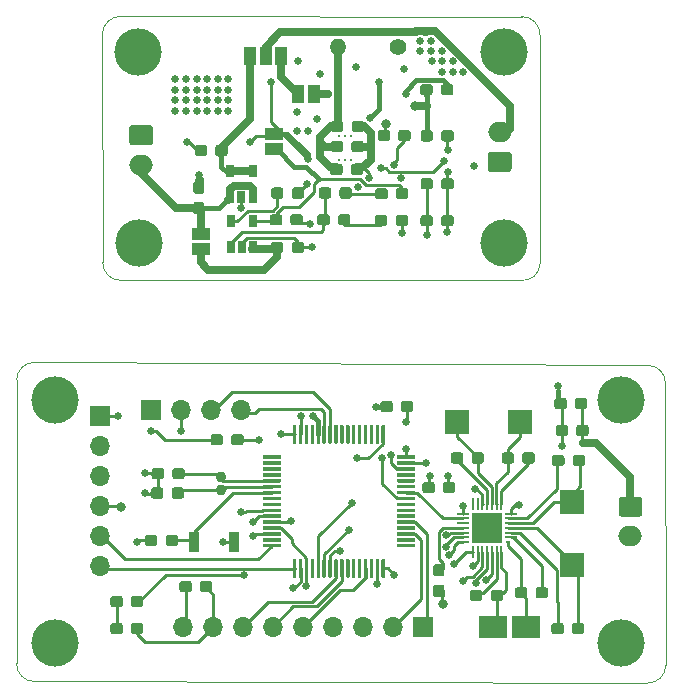
<source format=gbr>
%TF.GenerationSoftware,KiCad,Pcbnew,5.1.5+dfsg1-2build2*%
%TF.CreationDate,2021-04-08T10:41:37-07:00*%
%TF.ProjectId,spl_prototype,73706c5f-7072-46f7-946f-747970652e6b,rev?*%
%TF.SameCoordinates,Original*%
%TF.FileFunction,Copper,L1,Top*%
%TF.FilePolarity,Positive*%
%FSLAX46Y46*%
G04 Gerber Fmt 4.6, Leading zero omitted, Abs format (unit mm)*
G04 Created by KiCad (PCBNEW 5.1.5+dfsg1-2build2) date 2021-04-08 10:41:37*
%MOMM*%
%LPD*%
G04 APERTURE LIST*
%TA.AperFunction,Profile*%
%ADD10C,0.050000*%
%TD*%
%TA.AperFunction,ComponentPad*%
%ADD11C,0.100000*%
%TD*%
%TA.AperFunction,ComponentPad*%
%ADD12O,2.000000X1.700000*%
%TD*%
%TA.AperFunction,SMDPad,CuDef*%
%ADD13C,0.100000*%
%TD*%
%TA.AperFunction,ComponentPad*%
%ADD14O,1.400000X1.400000*%
%TD*%
%TA.AperFunction,ComponentPad*%
%ADD15C,1.400000*%
%TD*%
%TA.AperFunction,SMDPad,CuDef*%
%ADD16R,0.900000X1.700000*%
%TD*%
%TA.AperFunction,SMDPad,CuDef*%
%ADD17R,1.500000X1.000000*%
%TD*%
%TA.AperFunction,SMDPad,CuDef*%
%ADD18R,1.000000X1.500000*%
%TD*%
%TA.AperFunction,ComponentPad*%
%ADD19C,0.920000*%
%TD*%
%TA.AperFunction,SMDPad,CuDef*%
%ADD20R,0.650000X1.060000*%
%TD*%
%TA.AperFunction,ComponentPad*%
%ADD21R,1.700000X1.700000*%
%TD*%
%TA.AperFunction,ComponentPad*%
%ADD22O,1.700000X1.700000*%
%TD*%
%TA.AperFunction,SMDPad,CuDef*%
%ADD23R,2.000000X2.000000*%
%TD*%
%TA.AperFunction,ComponentPad*%
%ADD24C,0.200000*%
%TD*%
%TA.AperFunction,SMDPad,CuDef*%
%ADD25R,0.200000X1.000000*%
%TD*%
%TA.AperFunction,SMDPad,CuDef*%
%ADD26R,0.450000X0.200000*%
%TD*%
%TA.AperFunction,SMDPad,CuDef*%
%ADD27R,1.000000X0.200000*%
%TD*%
%TA.AperFunction,SMDPad,CuDef*%
%ADD28R,2.600000X2.600000*%
%TD*%
%TA.AperFunction,SMDPad,CuDef*%
%ADD29R,2.400000X1.950000*%
%TD*%
%TA.AperFunction,ViaPad*%
%ADD30C,4.000000*%
%TD*%
%TA.AperFunction,ViaPad*%
%ADD31C,0.635000*%
%TD*%
%TA.AperFunction,ViaPad*%
%ADD32C,0.800000*%
%TD*%
%TA.AperFunction,Conductor*%
%ADD33C,0.250000*%
%TD*%
%TA.AperFunction,Conductor*%
%ADD34C,0.381000*%
%TD*%
%TA.AperFunction,Conductor*%
%ADD35C,0.635000*%
%TD*%
%TA.AperFunction,Conductor*%
%ADD36C,0.200000*%
%TD*%
G04 APERTURE END LIST*
D10*
X97000000Y-44759201D02*
X96960034Y-25501071D01*
X132420000Y-46300000D02*
X98500649Y-46300000D01*
X134030000Y-25590649D02*
X134027699Y-44839584D01*
X98560000Y-23940799D02*
X132469351Y-23960000D01*
X132468914Y-23957945D02*
G75*
G02X134030000Y-25590649I11087J-1552056D01*
G01*
X134027699Y-44839584D02*
G75*
G02X132420000Y-46300000I-1457700J-10417D01*
G01*
X98500649Y-46300000D02*
G75*
G02X97000000Y-44759201I-10650J1490800D01*
G01*
X96960034Y-25501071D02*
G75*
G02X98560000Y-23940799I1549967J11072D01*
G01*
X89700000Y-78720000D02*
X89709201Y-54740649D01*
X143120000Y-80390000D02*
X91200649Y-80260799D01*
X144640000Y-55030000D02*
X144660799Y-78889351D01*
X91250000Y-53240000D02*
X143140000Y-53490000D01*
X144660799Y-78889351D02*
G75*
G02X143120000Y-80390000I-1490800J-10650D01*
G01*
X91200649Y-80260799D02*
G75*
G02X89700000Y-78720000I-10650J1490800D01*
G01*
X143139351Y-53489201D02*
G75*
G02X144640000Y-55030000I10650J-1490800D01*
G01*
X89709201Y-54740649D02*
G75*
G02X91250000Y-53240000I1490800J10650D01*
G01*
%TA.AperFunction,ComponentPad*%
D11*
%TO.P,J8,1*%
%TO.N,GNDD*%
G36*
X142454504Y-64601204D02*
G01*
X142478773Y-64604804D01*
X142502571Y-64610765D01*
X142525671Y-64619030D01*
X142547849Y-64629520D01*
X142568893Y-64642133D01*
X142588598Y-64656747D01*
X142606777Y-64673223D01*
X142623253Y-64691402D01*
X142637867Y-64711107D01*
X142650480Y-64732151D01*
X142660970Y-64754329D01*
X142669235Y-64777429D01*
X142675196Y-64801227D01*
X142678796Y-64825496D01*
X142680000Y-64850000D01*
X142680000Y-66050000D01*
X142678796Y-66074504D01*
X142675196Y-66098773D01*
X142669235Y-66122571D01*
X142660970Y-66145671D01*
X142650480Y-66167849D01*
X142637867Y-66188893D01*
X142623253Y-66208598D01*
X142606777Y-66226777D01*
X142588598Y-66243253D01*
X142568893Y-66257867D01*
X142547849Y-66270480D01*
X142525671Y-66280970D01*
X142502571Y-66289235D01*
X142478773Y-66295196D01*
X142454504Y-66298796D01*
X142430000Y-66300000D01*
X140930000Y-66300000D01*
X140905496Y-66298796D01*
X140881227Y-66295196D01*
X140857429Y-66289235D01*
X140834329Y-66280970D01*
X140812151Y-66270480D01*
X140791107Y-66257867D01*
X140771402Y-66243253D01*
X140753223Y-66226777D01*
X140736747Y-66208598D01*
X140722133Y-66188893D01*
X140709520Y-66167849D01*
X140699030Y-66145671D01*
X140690765Y-66122571D01*
X140684804Y-66098773D01*
X140681204Y-66074504D01*
X140680000Y-66050000D01*
X140680000Y-64850000D01*
X140681204Y-64825496D01*
X140684804Y-64801227D01*
X140690765Y-64777429D01*
X140699030Y-64754329D01*
X140709520Y-64732151D01*
X140722133Y-64711107D01*
X140736747Y-64691402D01*
X140753223Y-64673223D01*
X140771402Y-64656747D01*
X140791107Y-64642133D01*
X140812151Y-64629520D01*
X140834329Y-64619030D01*
X140857429Y-64610765D01*
X140881227Y-64604804D01*
X140905496Y-64601204D01*
X140930000Y-64600000D01*
X142430000Y-64600000D01*
X142454504Y-64601204D01*
G37*
%TD.AperFunction*%
D12*
%TO.P,J8,2*%
%TO.N,/STM32SUPPLY*%
X141680000Y-67950000D03*
%TD*%
%TO.P,J5,2*%
%TO.N,/STM32SUPPLY_SRC*%
X130610000Y-33760000D03*
%TA.AperFunction,ComponentPad*%
D11*
%TO.P,J5,1*%
%TO.N,GND*%
G36*
X131384504Y-35411204D02*
G01*
X131408773Y-35414804D01*
X131432571Y-35420765D01*
X131455671Y-35429030D01*
X131477849Y-35439520D01*
X131498893Y-35452133D01*
X131518598Y-35466747D01*
X131536777Y-35483223D01*
X131553253Y-35501402D01*
X131567867Y-35521107D01*
X131580480Y-35542151D01*
X131590970Y-35564329D01*
X131599235Y-35587429D01*
X131605196Y-35611227D01*
X131608796Y-35635496D01*
X131610000Y-35660000D01*
X131610000Y-36860000D01*
X131608796Y-36884504D01*
X131605196Y-36908773D01*
X131599235Y-36932571D01*
X131590970Y-36955671D01*
X131580480Y-36977849D01*
X131567867Y-36998893D01*
X131553253Y-37018598D01*
X131536777Y-37036777D01*
X131518598Y-37053253D01*
X131498893Y-37067867D01*
X131477849Y-37080480D01*
X131455671Y-37090970D01*
X131432571Y-37099235D01*
X131408773Y-37105196D01*
X131384504Y-37108796D01*
X131360000Y-37110000D01*
X129860000Y-37110000D01*
X129835496Y-37108796D01*
X129811227Y-37105196D01*
X129787429Y-37099235D01*
X129764329Y-37090970D01*
X129742151Y-37080480D01*
X129721107Y-37067867D01*
X129701402Y-37053253D01*
X129683223Y-37036777D01*
X129666747Y-37018598D01*
X129652133Y-36998893D01*
X129639520Y-36977849D01*
X129629030Y-36955671D01*
X129620765Y-36932571D01*
X129614804Y-36908773D01*
X129611204Y-36884504D01*
X129610000Y-36860000D01*
X129610000Y-35660000D01*
X129611204Y-35635496D01*
X129614804Y-35611227D01*
X129620765Y-35587429D01*
X129629030Y-35564329D01*
X129639520Y-35542151D01*
X129652133Y-35521107D01*
X129666747Y-35501402D01*
X129683223Y-35483223D01*
X129701402Y-35466747D01*
X129721107Y-35452133D01*
X129742151Y-35439520D01*
X129764329Y-35429030D01*
X129787429Y-35420765D01*
X129811227Y-35414804D01*
X129835496Y-35411204D01*
X129860000Y-35410000D01*
X131360000Y-35410000D01*
X131384504Y-35411204D01*
G37*
%TD.AperFunction*%
%TD*%
%TA.AperFunction,SMDPad,CuDef*%
D13*
%TO.P,U1,1*%
%TO.N,Net-(U1-Pad1)*%
G36*
X112029611Y-61114901D02*
G01*
X112036892Y-61115981D01*
X112044031Y-61117769D01*
X112050961Y-61120249D01*
X112057615Y-61123396D01*
X112063928Y-61127180D01*
X112069839Y-61131564D01*
X112075293Y-61136507D01*
X112080236Y-61141961D01*
X112084620Y-61147872D01*
X112088404Y-61154185D01*
X112091551Y-61160839D01*
X112094031Y-61167769D01*
X112095819Y-61174908D01*
X112096899Y-61182189D01*
X112097260Y-61189540D01*
X112097260Y-61339540D01*
X112096899Y-61346891D01*
X112095819Y-61354172D01*
X112094031Y-61361311D01*
X112091551Y-61368241D01*
X112088404Y-61374895D01*
X112084620Y-61381208D01*
X112080236Y-61387119D01*
X112075293Y-61392573D01*
X112069839Y-61397516D01*
X112063928Y-61401900D01*
X112057615Y-61405684D01*
X112050961Y-61408831D01*
X112044031Y-61411311D01*
X112036892Y-61413099D01*
X112029611Y-61414179D01*
X112022260Y-61414540D01*
X110622260Y-61414540D01*
X110614909Y-61414179D01*
X110607628Y-61413099D01*
X110600489Y-61411311D01*
X110593559Y-61408831D01*
X110586905Y-61405684D01*
X110580592Y-61401900D01*
X110574681Y-61397516D01*
X110569227Y-61392573D01*
X110564284Y-61387119D01*
X110559900Y-61381208D01*
X110556116Y-61374895D01*
X110552969Y-61368241D01*
X110550489Y-61361311D01*
X110548701Y-61354172D01*
X110547621Y-61346891D01*
X110547260Y-61339540D01*
X110547260Y-61189540D01*
X110547621Y-61182189D01*
X110548701Y-61174908D01*
X110550489Y-61167769D01*
X110552969Y-61160839D01*
X110556116Y-61154185D01*
X110559900Y-61147872D01*
X110564284Y-61141961D01*
X110569227Y-61136507D01*
X110574681Y-61131564D01*
X110580592Y-61127180D01*
X110586905Y-61123396D01*
X110593559Y-61120249D01*
X110600489Y-61117769D01*
X110607628Y-61115981D01*
X110614909Y-61114901D01*
X110622260Y-61114540D01*
X112022260Y-61114540D01*
X112029611Y-61114901D01*
G37*
%TD.AperFunction*%
%TA.AperFunction,SMDPad,CuDef*%
%TO.P,U1,2*%
%TO.N,Net-(U1-Pad2)*%
G36*
X112029611Y-61614901D02*
G01*
X112036892Y-61615981D01*
X112044031Y-61617769D01*
X112050961Y-61620249D01*
X112057615Y-61623396D01*
X112063928Y-61627180D01*
X112069839Y-61631564D01*
X112075293Y-61636507D01*
X112080236Y-61641961D01*
X112084620Y-61647872D01*
X112088404Y-61654185D01*
X112091551Y-61660839D01*
X112094031Y-61667769D01*
X112095819Y-61674908D01*
X112096899Y-61682189D01*
X112097260Y-61689540D01*
X112097260Y-61839540D01*
X112096899Y-61846891D01*
X112095819Y-61854172D01*
X112094031Y-61861311D01*
X112091551Y-61868241D01*
X112088404Y-61874895D01*
X112084620Y-61881208D01*
X112080236Y-61887119D01*
X112075293Y-61892573D01*
X112069839Y-61897516D01*
X112063928Y-61901900D01*
X112057615Y-61905684D01*
X112050961Y-61908831D01*
X112044031Y-61911311D01*
X112036892Y-61913099D01*
X112029611Y-61914179D01*
X112022260Y-61914540D01*
X110622260Y-61914540D01*
X110614909Y-61914179D01*
X110607628Y-61913099D01*
X110600489Y-61911311D01*
X110593559Y-61908831D01*
X110586905Y-61905684D01*
X110580592Y-61901900D01*
X110574681Y-61897516D01*
X110569227Y-61892573D01*
X110564284Y-61887119D01*
X110559900Y-61881208D01*
X110556116Y-61874895D01*
X110552969Y-61868241D01*
X110550489Y-61861311D01*
X110548701Y-61854172D01*
X110547621Y-61846891D01*
X110547260Y-61839540D01*
X110547260Y-61689540D01*
X110547621Y-61682189D01*
X110548701Y-61674908D01*
X110550489Y-61667769D01*
X110552969Y-61660839D01*
X110556116Y-61654185D01*
X110559900Y-61647872D01*
X110564284Y-61641961D01*
X110569227Y-61636507D01*
X110574681Y-61631564D01*
X110580592Y-61627180D01*
X110586905Y-61623396D01*
X110593559Y-61620249D01*
X110600489Y-61617769D01*
X110607628Y-61615981D01*
X110614909Y-61614901D01*
X110622260Y-61614540D01*
X112022260Y-61614540D01*
X112029611Y-61614901D01*
G37*
%TD.AperFunction*%
%TA.AperFunction,SMDPad,CuDef*%
%TO.P,U1,3*%
%TO.N,Net-(U1-Pad3)*%
G36*
X112029611Y-62114901D02*
G01*
X112036892Y-62115981D01*
X112044031Y-62117769D01*
X112050961Y-62120249D01*
X112057615Y-62123396D01*
X112063928Y-62127180D01*
X112069839Y-62131564D01*
X112075293Y-62136507D01*
X112080236Y-62141961D01*
X112084620Y-62147872D01*
X112088404Y-62154185D01*
X112091551Y-62160839D01*
X112094031Y-62167769D01*
X112095819Y-62174908D01*
X112096899Y-62182189D01*
X112097260Y-62189540D01*
X112097260Y-62339540D01*
X112096899Y-62346891D01*
X112095819Y-62354172D01*
X112094031Y-62361311D01*
X112091551Y-62368241D01*
X112088404Y-62374895D01*
X112084620Y-62381208D01*
X112080236Y-62387119D01*
X112075293Y-62392573D01*
X112069839Y-62397516D01*
X112063928Y-62401900D01*
X112057615Y-62405684D01*
X112050961Y-62408831D01*
X112044031Y-62411311D01*
X112036892Y-62413099D01*
X112029611Y-62414179D01*
X112022260Y-62414540D01*
X110622260Y-62414540D01*
X110614909Y-62414179D01*
X110607628Y-62413099D01*
X110600489Y-62411311D01*
X110593559Y-62408831D01*
X110586905Y-62405684D01*
X110580592Y-62401900D01*
X110574681Y-62397516D01*
X110569227Y-62392573D01*
X110564284Y-62387119D01*
X110559900Y-62381208D01*
X110556116Y-62374895D01*
X110552969Y-62368241D01*
X110550489Y-62361311D01*
X110548701Y-62354172D01*
X110547621Y-62346891D01*
X110547260Y-62339540D01*
X110547260Y-62189540D01*
X110547621Y-62182189D01*
X110548701Y-62174908D01*
X110550489Y-62167769D01*
X110552969Y-62160839D01*
X110556116Y-62154185D01*
X110559900Y-62147872D01*
X110564284Y-62141961D01*
X110569227Y-62136507D01*
X110574681Y-62131564D01*
X110580592Y-62127180D01*
X110586905Y-62123396D01*
X110593559Y-62120249D01*
X110600489Y-62117769D01*
X110607628Y-62115981D01*
X110614909Y-62114901D01*
X110622260Y-62114540D01*
X112022260Y-62114540D01*
X112029611Y-62114901D01*
G37*
%TD.AperFunction*%
%TA.AperFunction,SMDPad,CuDef*%
%TO.P,U1,4*%
%TO.N,Net-(U1-Pad4)*%
G36*
X112029611Y-62614901D02*
G01*
X112036892Y-62615981D01*
X112044031Y-62617769D01*
X112050961Y-62620249D01*
X112057615Y-62623396D01*
X112063928Y-62627180D01*
X112069839Y-62631564D01*
X112075293Y-62636507D01*
X112080236Y-62641961D01*
X112084620Y-62647872D01*
X112088404Y-62654185D01*
X112091551Y-62660839D01*
X112094031Y-62667769D01*
X112095819Y-62674908D01*
X112096899Y-62682189D01*
X112097260Y-62689540D01*
X112097260Y-62839540D01*
X112096899Y-62846891D01*
X112095819Y-62854172D01*
X112094031Y-62861311D01*
X112091551Y-62868241D01*
X112088404Y-62874895D01*
X112084620Y-62881208D01*
X112080236Y-62887119D01*
X112075293Y-62892573D01*
X112069839Y-62897516D01*
X112063928Y-62901900D01*
X112057615Y-62905684D01*
X112050961Y-62908831D01*
X112044031Y-62911311D01*
X112036892Y-62913099D01*
X112029611Y-62914179D01*
X112022260Y-62914540D01*
X110622260Y-62914540D01*
X110614909Y-62914179D01*
X110607628Y-62913099D01*
X110600489Y-62911311D01*
X110593559Y-62908831D01*
X110586905Y-62905684D01*
X110580592Y-62901900D01*
X110574681Y-62897516D01*
X110569227Y-62892573D01*
X110564284Y-62887119D01*
X110559900Y-62881208D01*
X110556116Y-62874895D01*
X110552969Y-62868241D01*
X110550489Y-62861311D01*
X110548701Y-62854172D01*
X110547621Y-62846891D01*
X110547260Y-62839540D01*
X110547260Y-62689540D01*
X110547621Y-62682189D01*
X110548701Y-62674908D01*
X110550489Y-62667769D01*
X110552969Y-62660839D01*
X110556116Y-62654185D01*
X110559900Y-62647872D01*
X110564284Y-62641961D01*
X110569227Y-62636507D01*
X110574681Y-62631564D01*
X110580592Y-62627180D01*
X110586905Y-62623396D01*
X110593559Y-62620249D01*
X110600489Y-62617769D01*
X110607628Y-62615981D01*
X110614909Y-62614901D01*
X110622260Y-62614540D01*
X112022260Y-62614540D01*
X112029611Y-62614901D01*
G37*
%TD.AperFunction*%
%TA.AperFunction,SMDPad,CuDef*%
%TO.P,U1,5*%
%TO.N,Net-(C10-Pad1)*%
G36*
X112029611Y-63114901D02*
G01*
X112036892Y-63115981D01*
X112044031Y-63117769D01*
X112050961Y-63120249D01*
X112057615Y-63123396D01*
X112063928Y-63127180D01*
X112069839Y-63131564D01*
X112075293Y-63136507D01*
X112080236Y-63141961D01*
X112084620Y-63147872D01*
X112088404Y-63154185D01*
X112091551Y-63160839D01*
X112094031Y-63167769D01*
X112095819Y-63174908D01*
X112096899Y-63182189D01*
X112097260Y-63189540D01*
X112097260Y-63339540D01*
X112096899Y-63346891D01*
X112095819Y-63354172D01*
X112094031Y-63361311D01*
X112091551Y-63368241D01*
X112088404Y-63374895D01*
X112084620Y-63381208D01*
X112080236Y-63387119D01*
X112075293Y-63392573D01*
X112069839Y-63397516D01*
X112063928Y-63401900D01*
X112057615Y-63405684D01*
X112050961Y-63408831D01*
X112044031Y-63411311D01*
X112036892Y-63413099D01*
X112029611Y-63414179D01*
X112022260Y-63414540D01*
X110622260Y-63414540D01*
X110614909Y-63414179D01*
X110607628Y-63413099D01*
X110600489Y-63411311D01*
X110593559Y-63408831D01*
X110586905Y-63405684D01*
X110580592Y-63401900D01*
X110574681Y-63397516D01*
X110569227Y-63392573D01*
X110564284Y-63387119D01*
X110559900Y-63381208D01*
X110556116Y-63374895D01*
X110552969Y-63368241D01*
X110550489Y-63361311D01*
X110548701Y-63354172D01*
X110547621Y-63346891D01*
X110547260Y-63339540D01*
X110547260Y-63189540D01*
X110547621Y-63182189D01*
X110548701Y-63174908D01*
X110550489Y-63167769D01*
X110552969Y-63160839D01*
X110556116Y-63154185D01*
X110559900Y-63147872D01*
X110564284Y-63141961D01*
X110569227Y-63136507D01*
X110574681Y-63131564D01*
X110580592Y-63127180D01*
X110586905Y-63123396D01*
X110593559Y-63120249D01*
X110600489Y-63117769D01*
X110607628Y-63115981D01*
X110614909Y-63114901D01*
X110622260Y-63114540D01*
X112022260Y-63114540D01*
X112029611Y-63114901D01*
G37*
%TD.AperFunction*%
%TA.AperFunction,SMDPad,CuDef*%
%TO.P,U1,6*%
%TO.N,Net-(C11-Pad1)*%
G36*
X112029611Y-63614901D02*
G01*
X112036892Y-63615981D01*
X112044031Y-63617769D01*
X112050961Y-63620249D01*
X112057615Y-63623396D01*
X112063928Y-63627180D01*
X112069839Y-63631564D01*
X112075293Y-63636507D01*
X112080236Y-63641961D01*
X112084620Y-63647872D01*
X112088404Y-63654185D01*
X112091551Y-63660839D01*
X112094031Y-63667769D01*
X112095819Y-63674908D01*
X112096899Y-63682189D01*
X112097260Y-63689540D01*
X112097260Y-63839540D01*
X112096899Y-63846891D01*
X112095819Y-63854172D01*
X112094031Y-63861311D01*
X112091551Y-63868241D01*
X112088404Y-63874895D01*
X112084620Y-63881208D01*
X112080236Y-63887119D01*
X112075293Y-63892573D01*
X112069839Y-63897516D01*
X112063928Y-63901900D01*
X112057615Y-63905684D01*
X112050961Y-63908831D01*
X112044031Y-63911311D01*
X112036892Y-63913099D01*
X112029611Y-63914179D01*
X112022260Y-63914540D01*
X110622260Y-63914540D01*
X110614909Y-63914179D01*
X110607628Y-63913099D01*
X110600489Y-63911311D01*
X110593559Y-63908831D01*
X110586905Y-63905684D01*
X110580592Y-63901900D01*
X110574681Y-63897516D01*
X110569227Y-63892573D01*
X110564284Y-63887119D01*
X110559900Y-63881208D01*
X110556116Y-63874895D01*
X110552969Y-63868241D01*
X110550489Y-63861311D01*
X110548701Y-63854172D01*
X110547621Y-63846891D01*
X110547260Y-63839540D01*
X110547260Y-63689540D01*
X110547621Y-63682189D01*
X110548701Y-63674908D01*
X110550489Y-63667769D01*
X110552969Y-63660839D01*
X110556116Y-63654185D01*
X110559900Y-63647872D01*
X110564284Y-63641961D01*
X110569227Y-63636507D01*
X110574681Y-63631564D01*
X110580592Y-63627180D01*
X110586905Y-63623396D01*
X110593559Y-63620249D01*
X110600489Y-63617769D01*
X110607628Y-63615981D01*
X110614909Y-63614901D01*
X110622260Y-63614540D01*
X112022260Y-63614540D01*
X112029611Y-63614901D01*
G37*
%TD.AperFunction*%
%TA.AperFunction,SMDPad,CuDef*%
%TO.P,U1,7*%
%TO.N,Net-(C12-Pad1)*%
G36*
X112029611Y-64114901D02*
G01*
X112036892Y-64115981D01*
X112044031Y-64117769D01*
X112050961Y-64120249D01*
X112057615Y-64123396D01*
X112063928Y-64127180D01*
X112069839Y-64131564D01*
X112075293Y-64136507D01*
X112080236Y-64141961D01*
X112084620Y-64147872D01*
X112088404Y-64154185D01*
X112091551Y-64160839D01*
X112094031Y-64167769D01*
X112095819Y-64174908D01*
X112096899Y-64182189D01*
X112097260Y-64189540D01*
X112097260Y-64339540D01*
X112096899Y-64346891D01*
X112095819Y-64354172D01*
X112094031Y-64361311D01*
X112091551Y-64368241D01*
X112088404Y-64374895D01*
X112084620Y-64381208D01*
X112080236Y-64387119D01*
X112075293Y-64392573D01*
X112069839Y-64397516D01*
X112063928Y-64401900D01*
X112057615Y-64405684D01*
X112050961Y-64408831D01*
X112044031Y-64411311D01*
X112036892Y-64413099D01*
X112029611Y-64414179D01*
X112022260Y-64414540D01*
X110622260Y-64414540D01*
X110614909Y-64414179D01*
X110607628Y-64413099D01*
X110600489Y-64411311D01*
X110593559Y-64408831D01*
X110586905Y-64405684D01*
X110580592Y-64401900D01*
X110574681Y-64397516D01*
X110569227Y-64392573D01*
X110564284Y-64387119D01*
X110559900Y-64381208D01*
X110556116Y-64374895D01*
X110552969Y-64368241D01*
X110550489Y-64361311D01*
X110548701Y-64354172D01*
X110547621Y-64346891D01*
X110547260Y-64339540D01*
X110547260Y-64189540D01*
X110547621Y-64182189D01*
X110548701Y-64174908D01*
X110550489Y-64167769D01*
X110552969Y-64160839D01*
X110556116Y-64154185D01*
X110559900Y-64147872D01*
X110564284Y-64141961D01*
X110569227Y-64136507D01*
X110574681Y-64131564D01*
X110580592Y-64127180D01*
X110586905Y-64123396D01*
X110593559Y-64120249D01*
X110600489Y-64117769D01*
X110607628Y-64115981D01*
X110614909Y-64114901D01*
X110622260Y-64114540D01*
X112022260Y-64114540D01*
X112029611Y-64114901D01*
G37*
%TD.AperFunction*%
%TA.AperFunction,SMDPad,CuDef*%
%TO.P,U1,8*%
%TO.N,Net-(U1-Pad8)*%
G36*
X112029611Y-64614901D02*
G01*
X112036892Y-64615981D01*
X112044031Y-64617769D01*
X112050961Y-64620249D01*
X112057615Y-64623396D01*
X112063928Y-64627180D01*
X112069839Y-64631564D01*
X112075293Y-64636507D01*
X112080236Y-64641961D01*
X112084620Y-64647872D01*
X112088404Y-64654185D01*
X112091551Y-64660839D01*
X112094031Y-64667769D01*
X112095819Y-64674908D01*
X112096899Y-64682189D01*
X112097260Y-64689540D01*
X112097260Y-64839540D01*
X112096899Y-64846891D01*
X112095819Y-64854172D01*
X112094031Y-64861311D01*
X112091551Y-64868241D01*
X112088404Y-64874895D01*
X112084620Y-64881208D01*
X112080236Y-64887119D01*
X112075293Y-64892573D01*
X112069839Y-64897516D01*
X112063928Y-64901900D01*
X112057615Y-64905684D01*
X112050961Y-64908831D01*
X112044031Y-64911311D01*
X112036892Y-64913099D01*
X112029611Y-64914179D01*
X112022260Y-64914540D01*
X110622260Y-64914540D01*
X110614909Y-64914179D01*
X110607628Y-64913099D01*
X110600489Y-64911311D01*
X110593559Y-64908831D01*
X110586905Y-64905684D01*
X110580592Y-64901900D01*
X110574681Y-64897516D01*
X110569227Y-64892573D01*
X110564284Y-64887119D01*
X110559900Y-64881208D01*
X110556116Y-64874895D01*
X110552969Y-64868241D01*
X110550489Y-64861311D01*
X110548701Y-64854172D01*
X110547621Y-64846891D01*
X110547260Y-64839540D01*
X110547260Y-64689540D01*
X110547621Y-64682189D01*
X110548701Y-64674908D01*
X110550489Y-64667769D01*
X110552969Y-64660839D01*
X110556116Y-64654185D01*
X110559900Y-64647872D01*
X110564284Y-64641961D01*
X110569227Y-64636507D01*
X110574681Y-64631564D01*
X110580592Y-64627180D01*
X110586905Y-64623396D01*
X110593559Y-64620249D01*
X110600489Y-64617769D01*
X110607628Y-64615981D01*
X110614909Y-64614901D01*
X110622260Y-64614540D01*
X112022260Y-64614540D01*
X112029611Y-64614901D01*
G37*
%TD.AperFunction*%
%TA.AperFunction,SMDPad,CuDef*%
%TO.P,U1,9*%
%TO.N,Net-(U1-Pad9)*%
G36*
X112029611Y-65114901D02*
G01*
X112036892Y-65115981D01*
X112044031Y-65117769D01*
X112050961Y-65120249D01*
X112057615Y-65123396D01*
X112063928Y-65127180D01*
X112069839Y-65131564D01*
X112075293Y-65136507D01*
X112080236Y-65141961D01*
X112084620Y-65147872D01*
X112088404Y-65154185D01*
X112091551Y-65160839D01*
X112094031Y-65167769D01*
X112095819Y-65174908D01*
X112096899Y-65182189D01*
X112097260Y-65189540D01*
X112097260Y-65339540D01*
X112096899Y-65346891D01*
X112095819Y-65354172D01*
X112094031Y-65361311D01*
X112091551Y-65368241D01*
X112088404Y-65374895D01*
X112084620Y-65381208D01*
X112080236Y-65387119D01*
X112075293Y-65392573D01*
X112069839Y-65397516D01*
X112063928Y-65401900D01*
X112057615Y-65405684D01*
X112050961Y-65408831D01*
X112044031Y-65411311D01*
X112036892Y-65413099D01*
X112029611Y-65414179D01*
X112022260Y-65414540D01*
X110622260Y-65414540D01*
X110614909Y-65414179D01*
X110607628Y-65413099D01*
X110600489Y-65411311D01*
X110593559Y-65408831D01*
X110586905Y-65405684D01*
X110580592Y-65401900D01*
X110574681Y-65397516D01*
X110569227Y-65392573D01*
X110564284Y-65387119D01*
X110559900Y-65381208D01*
X110556116Y-65374895D01*
X110552969Y-65368241D01*
X110550489Y-65361311D01*
X110548701Y-65354172D01*
X110547621Y-65346891D01*
X110547260Y-65339540D01*
X110547260Y-65189540D01*
X110547621Y-65182189D01*
X110548701Y-65174908D01*
X110550489Y-65167769D01*
X110552969Y-65160839D01*
X110556116Y-65154185D01*
X110559900Y-65147872D01*
X110564284Y-65141961D01*
X110569227Y-65136507D01*
X110574681Y-65131564D01*
X110580592Y-65127180D01*
X110586905Y-65123396D01*
X110593559Y-65120249D01*
X110600489Y-65117769D01*
X110607628Y-65115981D01*
X110614909Y-65114901D01*
X110622260Y-65114540D01*
X112022260Y-65114540D01*
X112029611Y-65114901D01*
G37*
%TD.AperFunction*%
%TA.AperFunction,SMDPad,CuDef*%
%TO.P,U1,10*%
%TO.N,/SPI2_MISO*%
G36*
X112029611Y-65614901D02*
G01*
X112036892Y-65615981D01*
X112044031Y-65617769D01*
X112050961Y-65620249D01*
X112057615Y-65623396D01*
X112063928Y-65627180D01*
X112069839Y-65631564D01*
X112075293Y-65636507D01*
X112080236Y-65641961D01*
X112084620Y-65647872D01*
X112088404Y-65654185D01*
X112091551Y-65660839D01*
X112094031Y-65667769D01*
X112095819Y-65674908D01*
X112096899Y-65682189D01*
X112097260Y-65689540D01*
X112097260Y-65839540D01*
X112096899Y-65846891D01*
X112095819Y-65854172D01*
X112094031Y-65861311D01*
X112091551Y-65868241D01*
X112088404Y-65874895D01*
X112084620Y-65881208D01*
X112080236Y-65887119D01*
X112075293Y-65892573D01*
X112069839Y-65897516D01*
X112063928Y-65901900D01*
X112057615Y-65905684D01*
X112050961Y-65908831D01*
X112044031Y-65911311D01*
X112036892Y-65913099D01*
X112029611Y-65914179D01*
X112022260Y-65914540D01*
X110622260Y-65914540D01*
X110614909Y-65914179D01*
X110607628Y-65913099D01*
X110600489Y-65911311D01*
X110593559Y-65908831D01*
X110586905Y-65905684D01*
X110580592Y-65901900D01*
X110574681Y-65897516D01*
X110569227Y-65892573D01*
X110564284Y-65887119D01*
X110559900Y-65881208D01*
X110556116Y-65874895D01*
X110552969Y-65868241D01*
X110550489Y-65861311D01*
X110548701Y-65854172D01*
X110547621Y-65846891D01*
X110547260Y-65839540D01*
X110547260Y-65689540D01*
X110547621Y-65682189D01*
X110548701Y-65674908D01*
X110550489Y-65667769D01*
X110552969Y-65660839D01*
X110556116Y-65654185D01*
X110559900Y-65647872D01*
X110564284Y-65641961D01*
X110569227Y-65636507D01*
X110574681Y-65631564D01*
X110580592Y-65627180D01*
X110586905Y-65623396D01*
X110593559Y-65620249D01*
X110600489Y-65617769D01*
X110607628Y-65615981D01*
X110614909Y-65614901D01*
X110622260Y-65614540D01*
X112022260Y-65614540D01*
X112029611Y-65614901D01*
G37*
%TD.AperFunction*%
%TA.AperFunction,SMDPad,CuDef*%
%TO.P,U1,11*%
%TO.N,/SPI2_MOSI*%
G36*
X112029611Y-66114901D02*
G01*
X112036892Y-66115981D01*
X112044031Y-66117769D01*
X112050961Y-66120249D01*
X112057615Y-66123396D01*
X112063928Y-66127180D01*
X112069839Y-66131564D01*
X112075293Y-66136507D01*
X112080236Y-66141961D01*
X112084620Y-66147872D01*
X112088404Y-66154185D01*
X112091551Y-66160839D01*
X112094031Y-66167769D01*
X112095819Y-66174908D01*
X112096899Y-66182189D01*
X112097260Y-66189540D01*
X112097260Y-66339540D01*
X112096899Y-66346891D01*
X112095819Y-66354172D01*
X112094031Y-66361311D01*
X112091551Y-66368241D01*
X112088404Y-66374895D01*
X112084620Y-66381208D01*
X112080236Y-66387119D01*
X112075293Y-66392573D01*
X112069839Y-66397516D01*
X112063928Y-66401900D01*
X112057615Y-66405684D01*
X112050961Y-66408831D01*
X112044031Y-66411311D01*
X112036892Y-66413099D01*
X112029611Y-66414179D01*
X112022260Y-66414540D01*
X110622260Y-66414540D01*
X110614909Y-66414179D01*
X110607628Y-66413099D01*
X110600489Y-66411311D01*
X110593559Y-66408831D01*
X110586905Y-66405684D01*
X110580592Y-66401900D01*
X110574681Y-66397516D01*
X110569227Y-66392573D01*
X110564284Y-66387119D01*
X110559900Y-66381208D01*
X110556116Y-66374895D01*
X110552969Y-66368241D01*
X110550489Y-66361311D01*
X110548701Y-66354172D01*
X110547621Y-66346891D01*
X110547260Y-66339540D01*
X110547260Y-66189540D01*
X110547621Y-66182189D01*
X110548701Y-66174908D01*
X110550489Y-66167769D01*
X110552969Y-66160839D01*
X110556116Y-66154185D01*
X110559900Y-66147872D01*
X110564284Y-66141961D01*
X110569227Y-66136507D01*
X110574681Y-66131564D01*
X110580592Y-66127180D01*
X110586905Y-66123396D01*
X110593559Y-66120249D01*
X110600489Y-66117769D01*
X110607628Y-66115981D01*
X110614909Y-66114901D01*
X110622260Y-66114540D01*
X112022260Y-66114540D01*
X112029611Y-66114901D01*
G37*
%TD.AperFunction*%
%TA.AperFunction,SMDPad,CuDef*%
%TO.P,U1,12*%
%TO.N,GNDD*%
G36*
X112029611Y-66614901D02*
G01*
X112036892Y-66615981D01*
X112044031Y-66617769D01*
X112050961Y-66620249D01*
X112057615Y-66623396D01*
X112063928Y-66627180D01*
X112069839Y-66631564D01*
X112075293Y-66636507D01*
X112080236Y-66641961D01*
X112084620Y-66647872D01*
X112088404Y-66654185D01*
X112091551Y-66660839D01*
X112094031Y-66667769D01*
X112095819Y-66674908D01*
X112096899Y-66682189D01*
X112097260Y-66689540D01*
X112097260Y-66839540D01*
X112096899Y-66846891D01*
X112095819Y-66854172D01*
X112094031Y-66861311D01*
X112091551Y-66868241D01*
X112088404Y-66874895D01*
X112084620Y-66881208D01*
X112080236Y-66887119D01*
X112075293Y-66892573D01*
X112069839Y-66897516D01*
X112063928Y-66901900D01*
X112057615Y-66905684D01*
X112050961Y-66908831D01*
X112044031Y-66911311D01*
X112036892Y-66913099D01*
X112029611Y-66914179D01*
X112022260Y-66914540D01*
X110622260Y-66914540D01*
X110614909Y-66914179D01*
X110607628Y-66913099D01*
X110600489Y-66911311D01*
X110593559Y-66908831D01*
X110586905Y-66905684D01*
X110580592Y-66901900D01*
X110574681Y-66897516D01*
X110569227Y-66892573D01*
X110564284Y-66887119D01*
X110559900Y-66881208D01*
X110556116Y-66874895D01*
X110552969Y-66868241D01*
X110550489Y-66861311D01*
X110548701Y-66854172D01*
X110547621Y-66846891D01*
X110547260Y-66839540D01*
X110547260Y-66689540D01*
X110547621Y-66682189D01*
X110548701Y-66674908D01*
X110550489Y-66667769D01*
X110552969Y-66660839D01*
X110556116Y-66654185D01*
X110559900Y-66647872D01*
X110564284Y-66641961D01*
X110569227Y-66636507D01*
X110574681Y-66631564D01*
X110580592Y-66627180D01*
X110586905Y-66623396D01*
X110593559Y-66620249D01*
X110600489Y-66617769D01*
X110607628Y-66615981D01*
X110614909Y-66614901D01*
X110622260Y-66614540D01*
X112022260Y-66614540D01*
X112029611Y-66614901D01*
G37*
%TD.AperFunction*%
%TA.AperFunction,SMDPad,CuDef*%
%TO.P,U1,13*%
%TO.N,/STM32SUPPLY*%
G36*
X112029611Y-67114901D02*
G01*
X112036892Y-67115981D01*
X112044031Y-67117769D01*
X112050961Y-67120249D01*
X112057615Y-67123396D01*
X112063928Y-67127180D01*
X112069839Y-67131564D01*
X112075293Y-67136507D01*
X112080236Y-67141961D01*
X112084620Y-67147872D01*
X112088404Y-67154185D01*
X112091551Y-67160839D01*
X112094031Y-67167769D01*
X112095819Y-67174908D01*
X112096899Y-67182189D01*
X112097260Y-67189540D01*
X112097260Y-67339540D01*
X112096899Y-67346891D01*
X112095819Y-67354172D01*
X112094031Y-67361311D01*
X112091551Y-67368241D01*
X112088404Y-67374895D01*
X112084620Y-67381208D01*
X112080236Y-67387119D01*
X112075293Y-67392573D01*
X112069839Y-67397516D01*
X112063928Y-67401900D01*
X112057615Y-67405684D01*
X112050961Y-67408831D01*
X112044031Y-67411311D01*
X112036892Y-67413099D01*
X112029611Y-67414179D01*
X112022260Y-67414540D01*
X110622260Y-67414540D01*
X110614909Y-67414179D01*
X110607628Y-67413099D01*
X110600489Y-67411311D01*
X110593559Y-67408831D01*
X110586905Y-67405684D01*
X110580592Y-67401900D01*
X110574681Y-67397516D01*
X110569227Y-67392573D01*
X110564284Y-67387119D01*
X110559900Y-67381208D01*
X110556116Y-67374895D01*
X110552969Y-67368241D01*
X110550489Y-67361311D01*
X110548701Y-67354172D01*
X110547621Y-67346891D01*
X110547260Y-67339540D01*
X110547260Y-67189540D01*
X110547621Y-67182189D01*
X110548701Y-67174908D01*
X110550489Y-67167769D01*
X110552969Y-67160839D01*
X110556116Y-67154185D01*
X110559900Y-67147872D01*
X110564284Y-67141961D01*
X110569227Y-67136507D01*
X110574681Y-67131564D01*
X110580592Y-67127180D01*
X110586905Y-67123396D01*
X110593559Y-67120249D01*
X110600489Y-67117769D01*
X110607628Y-67115981D01*
X110614909Y-67114901D01*
X110622260Y-67114540D01*
X112022260Y-67114540D01*
X112029611Y-67114901D01*
G37*
%TD.AperFunction*%
%TA.AperFunction,SMDPad,CuDef*%
%TO.P,U1,14*%
%TO.N,/USER_LED1*%
G36*
X112029611Y-67614901D02*
G01*
X112036892Y-67615981D01*
X112044031Y-67617769D01*
X112050961Y-67620249D01*
X112057615Y-67623396D01*
X112063928Y-67627180D01*
X112069839Y-67631564D01*
X112075293Y-67636507D01*
X112080236Y-67641961D01*
X112084620Y-67647872D01*
X112088404Y-67654185D01*
X112091551Y-67660839D01*
X112094031Y-67667769D01*
X112095819Y-67674908D01*
X112096899Y-67682189D01*
X112097260Y-67689540D01*
X112097260Y-67839540D01*
X112096899Y-67846891D01*
X112095819Y-67854172D01*
X112094031Y-67861311D01*
X112091551Y-67868241D01*
X112088404Y-67874895D01*
X112084620Y-67881208D01*
X112080236Y-67887119D01*
X112075293Y-67892573D01*
X112069839Y-67897516D01*
X112063928Y-67901900D01*
X112057615Y-67905684D01*
X112050961Y-67908831D01*
X112044031Y-67911311D01*
X112036892Y-67913099D01*
X112029611Y-67914179D01*
X112022260Y-67914540D01*
X110622260Y-67914540D01*
X110614909Y-67914179D01*
X110607628Y-67913099D01*
X110600489Y-67911311D01*
X110593559Y-67908831D01*
X110586905Y-67905684D01*
X110580592Y-67901900D01*
X110574681Y-67897516D01*
X110569227Y-67892573D01*
X110564284Y-67887119D01*
X110559900Y-67881208D01*
X110556116Y-67874895D01*
X110552969Y-67868241D01*
X110550489Y-67861311D01*
X110548701Y-67854172D01*
X110547621Y-67846891D01*
X110547260Y-67839540D01*
X110547260Y-67689540D01*
X110547621Y-67682189D01*
X110548701Y-67674908D01*
X110550489Y-67667769D01*
X110552969Y-67660839D01*
X110556116Y-67654185D01*
X110559900Y-67647872D01*
X110564284Y-67641961D01*
X110569227Y-67636507D01*
X110574681Y-67631564D01*
X110580592Y-67627180D01*
X110586905Y-67623396D01*
X110593559Y-67620249D01*
X110600489Y-67617769D01*
X110607628Y-67615981D01*
X110614909Y-67614901D01*
X110622260Y-67614540D01*
X112022260Y-67614540D01*
X112029611Y-67614901D01*
G37*
%TD.AperFunction*%
%TA.AperFunction,SMDPad,CuDef*%
%TO.P,U1,15*%
%TO.N,Net-(U1-Pad15)*%
G36*
X112029611Y-68114901D02*
G01*
X112036892Y-68115981D01*
X112044031Y-68117769D01*
X112050961Y-68120249D01*
X112057615Y-68123396D01*
X112063928Y-68127180D01*
X112069839Y-68131564D01*
X112075293Y-68136507D01*
X112080236Y-68141961D01*
X112084620Y-68147872D01*
X112088404Y-68154185D01*
X112091551Y-68160839D01*
X112094031Y-68167769D01*
X112095819Y-68174908D01*
X112096899Y-68182189D01*
X112097260Y-68189540D01*
X112097260Y-68339540D01*
X112096899Y-68346891D01*
X112095819Y-68354172D01*
X112094031Y-68361311D01*
X112091551Y-68368241D01*
X112088404Y-68374895D01*
X112084620Y-68381208D01*
X112080236Y-68387119D01*
X112075293Y-68392573D01*
X112069839Y-68397516D01*
X112063928Y-68401900D01*
X112057615Y-68405684D01*
X112050961Y-68408831D01*
X112044031Y-68411311D01*
X112036892Y-68413099D01*
X112029611Y-68414179D01*
X112022260Y-68414540D01*
X110622260Y-68414540D01*
X110614909Y-68414179D01*
X110607628Y-68413099D01*
X110600489Y-68411311D01*
X110593559Y-68408831D01*
X110586905Y-68405684D01*
X110580592Y-68401900D01*
X110574681Y-68397516D01*
X110569227Y-68392573D01*
X110564284Y-68387119D01*
X110559900Y-68381208D01*
X110556116Y-68374895D01*
X110552969Y-68368241D01*
X110550489Y-68361311D01*
X110548701Y-68354172D01*
X110547621Y-68346891D01*
X110547260Y-68339540D01*
X110547260Y-68189540D01*
X110547621Y-68182189D01*
X110548701Y-68174908D01*
X110550489Y-68167769D01*
X110552969Y-68160839D01*
X110556116Y-68154185D01*
X110559900Y-68147872D01*
X110564284Y-68141961D01*
X110569227Y-68136507D01*
X110574681Y-68131564D01*
X110580592Y-68127180D01*
X110586905Y-68123396D01*
X110593559Y-68120249D01*
X110600489Y-68117769D01*
X110607628Y-68115981D01*
X110614909Y-68114901D01*
X110622260Y-68114540D01*
X112022260Y-68114540D01*
X112029611Y-68114901D01*
G37*
%TD.AperFunction*%
%TA.AperFunction,SMDPad,CuDef*%
%TO.P,U1,16*%
%TO.N,/USART_TX*%
G36*
X112029611Y-68614901D02*
G01*
X112036892Y-68615981D01*
X112044031Y-68617769D01*
X112050961Y-68620249D01*
X112057615Y-68623396D01*
X112063928Y-68627180D01*
X112069839Y-68631564D01*
X112075293Y-68636507D01*
X112080236Y-68641961D01*
X112084620Y-68647872D01*
X112088404Y-68654185D01*
X112091551Y-68660839D01*
X112094031Y-68667769D01*
X112095819Y-68674908D01*
X112096899Y-68682189D01*
X112097260Y-68689540D01*
X112097260Y-68839540D01*
X112096899Y-68846891D01*
X112095819Y-68854172D01*
X112094031Y-68861311D01*
X112091551Y-68868241D01*
X112088404Y-68874895D01*
X112084620Y-68881208D01*
X112080236Y-68887119D01*
X112075293Y-68892573D01*
X112069839Y-68897516D01*
X112063928Y-68901900D01*
X112057615Y-68905684D01*
X112050961Y-68908831D01*
X112044031Y-68911311D01*
X112036892Y-68913099D01*
X112029611Y-68914179D01*
X112022260Y-68914540D01*
X110622260Y-68914540D01*
X110614909Y-68914179D01*
X110607628Y-68913099D01*
X110600489Y-68911311D01*
X110593559Y-68908831D01*
X110586905Y-68905684D01*
X110580592Y-68901900D01*
X110574681Y-68897516D01*
X110569227Y-68892573D01*
X110564284Y-68887119D01*
X110559900Y-68881208D01*
X110556116Y-68874895D01*
X110552969Y-68868241D01*
X110550489Y-68861311D01*
X110548701Y-68854172D01*
X110547621Y-68846891D01*
X110547260Y-68839540D01*
X110547260Y-68689540D01*
X110547621Y-68682189D01*
X110548701Y-68674908D01*
X110550489Y-68667769D01*
X110552969Y-68660839D01*
X110556116Y-68654185D01*
X110559900Y-68647872D01*
X110564284Y-68641961D01*
X110569227Y-68636507D01*
X110574681Y-68631564D01*
X110580592Y-68627180D01*
X110586905Y-68623396D01*
X110593559Y-68620249D01*
X110600489Y-68617769D01*
X110607628Y-68615981D01*
X110614909Y-68614901D01*
X110622260Y-68614540D01*
X112022260Y-68614540D01*
X112029611Y-68614901D01*
G37*
%TD.AperFunction*%
%TA.AperFunction,SMDPad,CuDef*%
%TO.P,U1,17*%
%TO.N,/USART_RX*%
G36*
X113329611Y-69914901D02*
G01*
X113336892Y-69915981D01*
X113344031Y-69917769D01*
X113350961Y-69920249D01*
X113357615Y-69923396D01*
X113363928Y-69927180D01*
X113369839Y-69931564D01*
X113375293Y-69936507D01*
X113380236Y-69941961D01*
X113384620Y-69947872D01*
X113388404Y-69954185D01*
X113391551Y-69960839D01*
X113394031Y-69967769D01*
X113395819Y-69974908D01*
X113396899Y-69982189D01*
X113397260Y-69989540D01*
X113397260Y-71389540D01*
X113396899Y-71396891D01*
X113395819Y-71404172D01*
X113394031Y-71411311D01*
X113391551Y-71418241D01*
X113388404Y-71424895D01*
X113384620Y-71431208D01*
X113380236Y-71437119D01*
X113375293Y-71442573D01*
X113369839Y-71447516D01*
X113363928Y-71451900D01*
X113357615Y-71455684D01*
X113350961Y-71458831D01*
X113344031Y-71461311D01*
X113336892Y-71463099D01*
X113329611Y-71464179D01*
X113322260Y-71464540D01*
X113172260Y-71464540D01*
X113164909Y-71464179D01*
X113157628Y-71463099D01*
X113150489Y-71461311D01*
X113143559Y-71458831D01*
X113136905Y-71455684D01*
X113130592Y-71451900D01*
X113124681Y-71447516D01*
X113119227Y-71442573D01*
X113114284Y-71437119D01*
X113109900Y-71431208D01*
X113106116Y-71424895D01*
X113102969Y-71418241D01*
X113100489Y-71411311D01*
X113098701Y-71404172D01*
X113097621Y-71396891D01*
X113097260Y-71389540D01*
X113097260Y-69989540D01*
X113097621Y-69982189D01*
X113098701Y-69974908D01*
X113100489Y-69967769D01*
X113102969Y-69960839D01*
X113106116Y-69954185D01*
X113109900Y-69947872D01*
X113114284Y-69941961D01*
X113119227Y-69936507D01*
X113124681Y-69931564D01*
X113130592Y-69927180D01*
X113136905Y-69923396D01*
X113143559Y-69920249D01*
X113150489Y-69917769D01*
X113157628Y-69915981D01*
X113164909Y-69914901D01*
X113172260Y-69914540D01*
X113322260Y-69914540D01*
X113329611Y-69914901D01*
G37*
%TD.AperFunction*%
%TA.AperFunction,SMDPad,CuDef*%
%TO.P,U1,18*%
%TO.N,GNDD*%
G36*
X113829611Y-69914901D02*
G01*
X113836892Y-69915981D01*
X113844031Y-69917769D01*
X113850961Y-69920249D01*
X113857615Y-69923396D01*
X113863928Y-69927180D01*
X113869839Y-69931564D01*
X113875293Y-69936507D01*
X113880236Y-69941961D01*
X113884620Y-69947872D01*
X113888404Y-69954185D01*
X113891551Y-69960839D01*
X113894031Y-69967769D01*
X113895819Y-69974908D01*
X113896899Y-69982189D01*
X113897260Y-69989540D01*
X113897260Y-71389540D01*
X113896899Y-71396891D01*
X113895819Y-71404172D01*
X113894031Y-71411311D01*
X113891551Y-71418241D01*
X113888404Y-71424895D01*
X113884620Y-71431208D01*
X113880236Y-71437119D01*
X113875293Y-71442573D01*
X113869839Y-71447516D01*
X113863928Y-71451900D01*
X113857615Y-71455684D01*
X113850961Y-71458831D01*
X113844031Y-71461311D01*
X113836892Y-71463099D01*
X113829611Y-71464179D01*
X113822260Y-71464540D01*
X113672260Y-71464540D01*
X113664909Y-71464179D01*
X113657628Y-71463099D01*
X113650489Y-71461311D01*
X113643559Y-71458831D01*
X113636905Y-71455684D01*
X113630592Y-71451900D01*
X113624681Y-71447516D01*
X113619227Y-71442573D01*
X113614284Y-71437119D01*
X113609900Y-71431208D01*
X113606116Y-71424895D01*
X113602969Y-71418241D01*
X113600489Y-71411311D01*
X113598701Y-71404172D01*
X113597621Y-71396891D01*
X113597260Y-71389540D01*
X113597260Y-69989540D01*
X113597621Y-69982189D01*
X113598701Y-69974908D01*
X113600489Y-69967769D01*
X113602969Y-69960839D01*
X113606116Y-69954185D01*
X113609900Y-69947872D01*
X113614284Y-69941961D01*
X113619227Y-69936507D01*
X113624681Y-69931564D01*
X113630592Y-69927180D01*
X113636905Y-69923396D01*
X113643559Y-69920249D01*
X113650489Y-69917769D01*
X113657628Y-69915981D01*
X113664909Y-69914901D01*
X113672260Y-69914540D01*
X113822260Y-69914540D01*
X113829611Y-69914901D01*
G37*
%TD.AperFunction*%
%TA.AperFunction,SMDPad,CuDef*%
%TO.P,U1,19*%
%TO.N,/STM32SUPPLY*%
G36*
X114329611Y-69914901D02*
G01*
X114336892Y-69915981D01*
X114344031Y-69917769D01*
X114350961Y-69920249D01*
X114357615Y-69923396D01*
X114363928Y-69927180D01*
X114369839Y-69931564D01*
X114375293Y-69936507D01*
X114380236Y-69941961D01*
X114384620Y-69947872D01*
X114388404Y-69954185D01*
X114391551Y-69960839D01*
X114394031Y-69967769D01*
X114395819Y-69974908D01*
X114396899Y-69982189D01*
X114397260Y-69989540D01*
X114397260Y-71389540D01*
X114396899Y-71396891D01*
X114395819Y-71404172D01*
X114394031Y-71411311D01*
X114391551Y-71418241D01*
X114388404Y-71424895D01*
X114384620Y-71431208D01*
X114380236Y-71437119D01*
X114375293Y-71442573D01*
X114369839Y-71447516D01*
X114363928Y-71451900D01*
X114357615Y-71455684D01*
X114350961Y-71458831D01*
X114344031Y-71461311D01*
X114336892Y-71463099D01*
X114329611Y-71464179D01*
X114322260Y-71464540D01*
X114172260Y-71464540D01*
X114164909Y-71464179D01*
X114157628Y-71463099D01*
X114150489Y-71461311D01*
X114143559Y-71458831D01*
X114136905Y-71455684D01*
X114130592Y-71451900D01*
X114124681Y-71447516D01*
X114119227Y-71442573D01*
X114114284Y-71437119D01*
X114109900Y-71431208D01*
X114106116Y-71424895D01*
X114102969Y-71418241D01*
X114100489Y-71411311D01*
X114098701Y-71404172D01*
X114097621Y-71396891D01*
X114097260Y-71389540D01*
X114097260Y-69989540D01*
X114097621Y-69982189D01*
X114098701Y-69974908D01*
X114100489Y-69967769D01*
X114102969Y-69960839D01*
X114106116Y-69954185D01*
X114109900Y-69947872D01*
X114114284Y-69941961D01*
X114119227Y-69936507D01*
X114124681Y-69931564D01*
X114130592Y-69927180D01*
X114136905Y-69923396D01*
X114143559Y-69920249D01*
X114150489Y-69917769D01*
X114157628Y-69915981D01*
X114164909Y-69914901D01*
X114172260Y-69914540D01*
X114322260Y-69914540D01*
X114329611Y-69914901D01*
G37*
%TD.AperFunction*%
%TA.AperFunction,SMDPad,CuDef*%
%TO.P,U1,20*%
%TO.N,Net-(U1-Pad20)*%
G36*
X114829611Y-69914901D02*
G01*
X114836892Y-69915981D01*
X114844031Y-69917769D01*
X114850961Y-69920249D01*
X114857615Y-69923396D01*
X114863928Y-69927180D01*
X114869839Y-69931564D01*
X114875293Y-69936507D01*
X114880236Y-69941961D01*
X114884620Y-69947872D01*
X114888404Y-69954185D01*
X114891551Y-69960839D01*
X114894031Y-69967769D01*
X114895819Y-69974908D01*
X114896899Y-69982189D01*
X114897260Y-69989540D01*
X114897260Y-71389540D01*
X114896899Y-71396891D01*
X114895819Y-71404172D01*
X114894031Y-71411311D01*
X114891551Y-71418241D01*
X114888404Y-71424895D01*
X114884620Y-71431208D01*
X114880236Y-71437119D01*
X114875293Y-71442573D01*
X114869839Y-71447516D01*
X114863928Y-71451900D01*
X114857615Y-71455684D01*
X114850961Y-71458831D01*
X114844031Y-71461311D01*
X114836892Y-71463099D01*
X114829611Y-71464179D01*
X114822260Y-71464540D01*
X114672260Y-71464540D01*
X114664909Y-71464179D01*
X114657628Y-71463099D01*
X114650489Y-71461311D01*
X114643559Y-71458831D01*
X114636905Y-71455684D01*
X114630592Y-71451900D01*
X114624681Y-71447516D01*
X114619227Y-71442573D01*
X114614284Y-71437119D01*
X114609900Y-71431208D01*
X114606116Y-71424895D01*
X114602969Y-71418241D01*
X114600489Y-71411311D01*
X114598701Y-71404172D01*
X114597621Y-71396891D01*
X114597260Y-71389540D01*
X114597260Y-69989540D01*
X114597621Y-69982189D01*
X114598701Y-69974908D01*
X114600489Y-69967769D01*
X114602969Y-69960839D01*
X114606116Y-69954185D01*
X114609900Y-69947872D01*
X114614284Y-69941961D01*
X114619227Y-69936507D01*
X114624681Y-69931564D01*
X114630592Y-69927180D01*
X114636905Y-69923396D01*
X114643559Y-69920249D01*
X114650489Y-69917769D01*
X114657628Y-69915981D01*
X114664909Y-69914901D01*
X114672260Y-69914540D01*
X114822260Y-69914540D01*
X114829611Y-69914901D01*
G37*
%TD.AperFunction*%
%TA.AperFunction,SMDPad,CuDef*%
%TO.P,U1,21*%
%TO.N,Net-(JP4-Pad1)*%
G36*
X115329611Y-69914901D02*
G01*
X115336892Y-69915981D01*
X115344031Y-69917769D01*
X115350961Y-69920249D01*
X115357615Y-69923396D01*
X115363928Y-69927180D01*
X115369839Y-69931564D01*
X115375293Y-69936507D01*
X115380236Y-69941961D01*
X115384620Y-69947872D01*
X115388404Y-69954185D01*
X115391551Y-69960839D01*
X115394031Y-69967769D01*
X115395819Y-69974908D01*
X115396899Y-69982189D01*
X115397260Y-69989540D01*
X115397260Y-71389540D01*
X115396899Y-71396891D01*
X115395819Y-71404172D01*
X115394031Y-71411311D01*
X115391551Y-71418241D01*
X115388404Y-71424895D01*
X115384620Y-71431208D01*
X115380236Y-71437119D01*
X115375293Y-71442573D01*
X115369839Y-71447516D01*
X115363928Y-71451900D01*
X115357615Y-71455684D01*
X115350961Y-71458831D01*
X115344031Y-71461311D01*
X115336892Y-71463099D01*
X115329611Y-71464179D01*
X115322260Y-71464540D01*
X115172260Y-71464540D01*
X115164909Y-71464179D01*
X115157628Y-71463099D01*
X115150489Y-71461311D01*
X115143559Y-71458831D01*
X115136905Y-71455684D01*
X115130592Y-71451900D01*
X115124681Y-71447516D01*
X115119227Y-71442573D01*
X115114284Y-71437119D01*
X115109900Y-71431208D01*
X115106116Y-71424895D01*
X115102969Y-71418241D01*
X115100489Y-71411311D01*
X115098701Y-71404172D01*
X115097621Y-71396891D01*
X115097260Y-71389540D01*
X115097260Y-69989540D01*
X115097621Y-69982189D01*
X115098701Y-69974908D01*
X115100489Y-69967769D01*
X115102969Y-69960839D01*
X115106116Y-69954185D01*
X115109900Y-69947872D01*
X115114284Y-69941961D01*
X115119227Y-69936507D01*
X115124681Y-69931564D01*
X115130592Y-69927180D01*
X115136905Y-69923396D01*
X115143559Y-69920249D01*
X115150489Y-69917769D01*
X115157628Y-69915981D01*
X115164909Y-69914901D01*
X115172260Y-69914540D01*
X115322260Y-69914540D01*
X115329611Y-69914901D01*
G37*
%TD.AperFunction*%
%TA.AperFunction,SMDPad,CuDef*%
%TO.P,U1,22*%
%TO.N,Net-(JP5-Pad1)*%
G36*
X115829611Y-69914901D02*
G01*
X115836892Y-69915981D01*
X115844031Y-69917769D01*
X115850961Y-69920249D01*
X115857615Y-69923396D01*
X115863928Y-69927180D01*
X115869839Y-69931564D01*
X115875293Y-69936507D01*
X115880236Y-69941961D01*
X115884620Y-69947872D01*
X115888404Y-69954185D01*
X115891551Y-69960839D01*
X115894031Y-69967769D01*
X115895819Y-69974908D01*
X115896899Y-69982189D01*
X115897260Y-69989540D01*
X115897260Y-71389540D01*
X115896899Y-71396891D01*
X115895819Y-71404172D01*
X115894031Y-71411311D01*
X115891551Y-71418241D01*
X115888404Y-71424895D01*
X115884620Y-71431208D01*
X115880236Y-71437119D01*
X115875293Y-71442573D01*
X115869839Y-71447516D01*
X115863928Y-71451900D01*
X115857615Y-71455684D01*
X115850961Y-71458831D01*
X115844031Y-71461311D01*
X115836892Y-71463099D01*
X115829611Y-71464179D01*
X115822260Y-71464540D01*
X115672260Y-71464540D01*
X115664909Y-71464179D01*
X115657628Y-71463099D01*
X115650489Y-71461311D01*
X115643559Y-71458831D01*
X115636905Y-71455684D01*
X115630592Y-71451900D01*
X115624681Y-71447516D01*
X115619227Y-71442573D01*
X115614284Y-71437119D01*
X115609900Y-71431208D01*
X115606116Y-71424895D01*
X115602969Y-71418241D01*
X115600489Y-71411311D01*
X115598701Y-71404172D01*
X115597621Y-71396891D01*
X115597260Y-71389540D01*
X115597260Y-69989540D01*
X115597621Y-69982189D01*
X115598701Y-69974908D01*
X115600489Y-69967769D01*
X115602969Y-69960839D01*
X115606116Y-69954185D01*
X115609900Y-69947872D01*
X115614284Y-69941961D01*
X115619227Y-69936507D01*
X115624681Y-69931564D01*
X115630592Y-69927180D01*
X115636905Y-69923396D01*
X115643559Y-69920249D01*
X115650489Y-69917769D01*
X115657628Y-69915981D01*
X115664909Y-69914901D01*
X115672260Y-69914540D01*
X115822260Y-69914540D01*
X115829611Y-69914901D01*
G37*
%TD.AperFunction*%
%TA.AperFunction,SMDPad,CuDef*%
%TO.P,U1,23*%
%TO.N,Net-(JP6-Pad1)*%
G36*
X116329611Y-69914901D02*
G01*
X116336892Y-69915981D01*
X116344031Y-69917769D01*
X116350961Y-69920249D01*
X116357615Y-69923396D01*
X116363928Y-69927180D01*
X116369839Y-69931564D01*
X116375293Y-69936507D01*
X116380236Y-69941961D01*
X116384620Y-69947872D01*
X116388404Y-69954185D01*
X116391551Y-69960839D01*
X116394031Y-69967769D01*
X116395819Y-69974908D01*
X116396899Y-69982189D01*
X116397260Y-69989540D01*
X116397260Y-71389540D01*
X116396899Y-71396891D01*
X116395819Y-71404172D01*
X116394031Y-71411311D01*
X116391551Y-71418241D01*
X116388404Y-71424895D01*
X116384620Y-71431208D01*
X116380236Y-71437119D01*
X116375293Y-71442573D01*
X116369839Y-71447516D01*
X116363928Y-71451900D01*
X116357615Y-71455684D01*
X116350961Y-71458831D01*
X116344031Y-71461311D01*
X116336892Y-71463099D01*
X116329611Y-71464179D01*
X116322260Y-71464540D01*
X116172260Y-71464540D01*
X116164909Y-71464179D01*
X116157628Y-71463099D01*
X116150489Y-71461311D01*
X116143559Y-71458831D01*
X116136905Y-71455684D01*
X116130592Y-71451900D01*
X116124681Y-71447516D01*
X116119227Y-71442573D01*
X116114284Y-71437119D01*
X116109900Y-71431208D01*
X116106116Y-71424895D01*
X116102969Y-71418241D01*
X116100489Y-71411311D01*
X116098701Y-71404172D01*
X116097621Y-71396891D01*
X116097260Y-71389540D01*
X116097260Y-69989540D01*
X116097621Y-69982189D01*
X116098701Y-69974908D01*
X116100489Y-69967769D01*
X116102969Y-69960839D01*
X116106116Y-69954185D01*
X116109900Y-69947872D01*
X116114284Y-69941961D01*
X116119227Y-69936507D01*
X116124681Y-69931564D01*
X116130592Y-69927180D01*
X116136905Y-69923396D01*
X116143559Y-69920249D01*
X116150489Y-69917769D01*
X116157628Y-69915981D01*
X116164909Y-69914901D01*
X116172260Y-69914540D01*
X116322260Y-69914540D01*
X116329611Y-69914901D01*
G37*
%TD.AperFunction*%
%TA.AperFunction,SMDPad,CuDef*%
%TO.P,U1,24*%
%TO.N,/LoRaEN*%
G36*
X116829611Y-69914901D02*
G01*
X116836892Y-69915981D01*
X116844031Y-69917769D01*
X116850961Y-69920249D01*
X116857615Y-69923396D01*
X116863928Y-69927180D01*
X116869839Y-69931564D01*
X116875293Y-69936507D01*
X116880236Y-69941961D01*
X116884620Y-69947872D01*
X116888404Y-69954185D01*
X116891551Y-69960839D01*
X116894031Y-69967769D01*
X116895819Y-69974908D01*
X116896899Y-69982189D01*
X116897260Y-69989540D01*
X116897260Y-71389540D01*
X116896899Y-71396891D01*
X116895819Y-71404172D01*
X116894031Y-71411311D01*
X116891551Y-71418241D01*
X116888404Y-71424895D01*
X116884620Y-71431208D01*
X116880236Y-71437119D01*
X116875293Y-71442573D01*
X116869839Y-71447516D01*
X116863928Y-71451900D01*
X116857615Y-71455684D01*
X116850961Y-71458831D01*
X116844031Y-71461311D01*
X116836892Y-71463099D01*
X116829611Y-71464179D01*
X116822260Y-71464540D01*
X116672260Y-71464540D01*
X116664909Y-71464179D01*
X116657628Y-71463099D01*
X116650489Y-71461311D01*
X116643559Y-71458831D01*
X116636905Y-71455684D01*
X116630592Y-71451900D01*
X116624681Y-71447516D01*
X116619227Y-71442573D01*
X116614284Y-71437119D01*
X116609900Y-71431208D01*
X116606116Y-71424895D01*
X116602969Y-71418241D01*
X116600489Y-71411311D01*
X116598701Y-71404172D01*
X116597621Y-71396891D01*
X116597260Y-71389540D01*
X116597260Y-69989540D01*
X116597621Y-69982189D01*
X116598701Y-69974908D01*
X116600489Y-69967769D01*
X116602969Y-69960839D01*
X116606116Y-69954185D01*
X116609900Y-69947872D01*
X116614284Y-69941961D01*
X116619227Y-69936507D01*
X116624681Y-69931564D01*
X116630592Y-69927180D01*
X116636905Y-69923396D01*
X116643559Y-69920249D01*
X116650489Y-69917769D01*
X116657628Y-69915981D01*
X116664909Y-69914901D01*
X116672260Y-69914540D01*
X116822260Y-69914540D01*
X116829611Y-69914901D01*
G37*
%TD.AperFunction*%
%TA.AperFunction,SMDPad,CuDef*%
%TO.P,U1,25*%
%TO.N,/LoRaIRQ*%
G36*
X117329611Y-69914901D02*
G01*
X117336892Y-69915981D01*
X117344031Y-69917769D01*
X117350961Y-69920249D01*
X117357615Y-69923396D01*
X117363928Y-69927180D01*
X117369839Y-69931564D01*
X117375293Y-69936507D01*
X117380236Y-69941961D01*
X117384620Y-69947872D01*
X117388404Y-69954185D01*
X117391551Y-69960839D01*
X117394031Y-69967769D01*
X117395819Y-69974908D01*
X117396899Y-69982189D01*
X117397260Y-69989540D01*
X117397260Y-71389540D01*
X117396899Y-71396891D01*
X117395819Y-71404172D01*
X117394031Y-71411311D01*
X117391551Y-71418241D01*
X117388404Y-71424895D01*
X117384620Y-71431208D01*
X117380236Y-71437119D01*
X117375293Y-71442573D01*
X117369839Y-71447516D01*
X117363928Y-71451900D01*
X117357615Y-71455684D01*
X117350961Y-71458831D01*
X117344031Y-71461311D01*
X117336892Y-71463099D01*
X117329611Y-71464179D01*
X117322260Y-71464540D01*
X117172260Y-71464540D01*
X117164909Y-71464179D01*
X117157628Y-71463099D01*
X117150489Y-71461311D01*
X117143559Y-71458831D01*
X117136905Y-71455684D01*
X117130592Y-71451900D01*
X117124681Y-71447516D01*
X117119227Y-71442573D01*
X117114284Y-71437119D01*
X117109900Y-71431208D01*
X117106116Y-71424895D01*
X117102969Y-71418241D01*
X117100489Y-71411311D01*
X117098701Y-71404172D01*
X117097621Y-71396891D01*
X117097260Y-71389540D01*
X117097260Y-69989540D01*
X117097621Y-69982189D01*
X117098701Y-69974908D01*
X117100489Y-69967769D01*
X117102969Y-69960839D01*
X117106116Y-69954185D01*
X117109900Y-69947872D01*
X117114284Y-69941961D01*
X117119227Y-69936507D01*
X117124681Y-69931564D01*
X117130592Y-69927180D01*
X117136905Y-69923396D01*
X117143559Y-69920249D01*
X117150489Y-69917769D01*
X117157628Y-69915981D01*
X117164909Y-69914901D01*
X117172260Y-69914540D01*
X117322260Y-69914540D01*
X117329611Y-69914901D01*
G37*
%TD.AperFunction*%
%TA.AperFunction,SMDPad,CuDef*%
%TO.P,U1,26*%
%TO.N,Net-(U1-Pad26)*%
G36*
X117829611Y-69914901D02*
G01*
X117836892Y-69915981D01*
X117844031Y-69917769D01*
X117850961Y-69920249D01*
X117857615Y-69923396D01*
X117863928Y-69927180D01*
X117869839Y-69931564D01*
X117875293Y-69936507D01*
X117880236Y-69941961D01*
X117884620Y-69947872D01*
X117888404Y-69954185D01*
X117891551Y-69960839D01*
X117894031Y-69967769D01*
X117895819Y-69974908D01*
X117896899Y-69982189D01*
X117897260Y-69989540D01*
X117897260Y-71389540D01*
X117896899Y-71396891D01*
X117895819Y-71404172D01*
X117894031Y-71411311D01*
X117891551Y-71418241D01*
X117888404Y-71424895D01*
X117884620Y-71431208D01*
X117880236Y-71437119D01*
X117875293Y-71442573D01*
X117869839Y-71447516D01*
X117863928Y-71451900D01*
X117857615Y-71455684D01*
X117850961Y-71458831D01*
X117844031Y-71461311D01*
X117836892Y-71463099D01*
X117829611Y-71464179D01*
X117822260Y-71464540D01*
X117672260Y-71464540D01*
X117664909Y-71464179D01*
X117657628Y-71463099D01*
X117650489Y-71461311D01*
X117643559Y-71458831D01*
X117636905Y-71455684D01*
X117630592Y-71451900D01*
X117624681Y-71447516D01*
X117619227Y-71442573D01*
X117614284Y-71437119D01*
X117609900Y-71431208D01*
X117606116Y-71424895D01*
X117602969Y-71418241D01*
X117600489Y-71411311D01*
X117598701Y-71404172D01*
X117597621Y-71396891D01*
X117597260Y-71389540D01*
X117597260Y-69989540D01*
X117597621Y-69982189D01*
X117598701Y-69974908D01*
X117600489Y-69967769D01*
X117602969Y-69960839D01*
X117606116Y-69954185D01*
X117609900Y-69947872D01*
X117614284Y-69941961D01*
X117619227Y-69936507D01*
X117624681Y-69931564D01*
X117630592Y-69927180D01*
X117636905Y-69923396D01*
X117643559Y-69920249D01*
X117650489Y-69917769D01*
X117657628Y-69915981D01*
X117664909Y-69914901D01*
X117672260Y-69914540D01*
X117822260Y-69914540D01*
X117829611Y-69914901D01*
G37*
%TD.AperFunction*%
%TA.AperFunction,SMDPad,CuDef*%
%TO.P,U1,27*%
%TO.N,Net-(U1-Pad27)*%
G36*
X118329611Y-69914901D02*
G01*
X118336892Y-69915981D01*
X118344031Y-69917769D01*
X118350961Y-69920249D01*
X118357615Y-69923396D01*
X118363928Y-69927180D01*
X118369839Y-69931564D01*
X118375293Y-69936507D01*
X118380236Y-69941961D01*
X118384620Y-69947872D01*
X118388404Y-69954185D01*
X118391551Y-69960839D01*
X118394031Y-69967769D01*
X118395819Y-69974908D01*
X118396899Y-69982189D01*
X118397260Y-69989540D01*
X118397260Y-71389540D01*
X118396899Y-71396891D01*
X118395819Y-71404172D01*
X118394031Y-71411311D01*
X118391551Y-71418241D01*
X118388404Y-71424895D01*
X118384620Y-71431208D01*
X118380236Y-71437119D01*
X118375293Y-71442573D01*
X118369839Y-71447516D01*
X118363928Y-71451900D01*
X118357615Y-71455684D01*
X118350961Y-71458831D01*
X118344031Y-71461311D01*
X118336892Y-71463099D01*
X118329611Y-71464179D01*
X118322260Y-71464540D01*
X118172260Y-71464540D01*
X118164909Y-71464179D01*
X118157628Y-71463099D01*
X118150489Y-71461311D01*
X118143559Y-71458831D01*
X118136905Y-71455684D01*
X118130592Y-71451900D01*
X118124681Y-71447516D01*
X118119227Y-71442573D01*
X118114284Y-71437119D01*
X118109900Y-71431208D01*
X118106116Y-71424895D01*
X118102969Y-71418241D01*
X118100489Y-71411311D01*
X118098701Y-71404172D01*
X118097621Y-71396891D01*
X118097260Y-71389540D01*
X118097260Y-69989540D01*
X118097621Y-69982189D01*
X118098701Y-69974908D01*
X118100489Y-69967769D01*
X118102969Y-69960839D01*
X118106116Y-69954185D01*
X118109900Y-69947872D01*
X118114284Y-69941961D01*
X118119227Y-69936507D01*
X118124681Y-69931564D01*
X118130592Y-69927180D01*
X118136905Y-69923396D01*
X118143559Y-69920249D01*
X118150489Y-69917769D01*
X118157628Y-69915981D01*
X118164909Y-69914901D01*
X118172260Y-69914540D01*
X118322260Y-69914540D01*
X118329611Y-69914901D01*
G37*
%TD.AperFunction*%
%TA.AperFunction,SMDPad,CuDef*%
%TO.P,U1,28*%
%TO.N,Net-(U1-Pad28)*%
G36*
X118829611Y-69914901D02*
G01*
X118836892Y-69915981D01*
X118844031Y-69917769D01*
X118850961Y-69920249D01*
X118857615Y-69923396D01*
X118863928Y-69927180D01*
X118869839Y-69931564D01*
X118875293Y-69936507D01*
X118880236Y-69941961D01*
X118884620Y-69947872D01*
X118888404Y-69954185D01*
X118891551Y-69960839D01*
X118894031Y-69967769D01*
X118895819Y-69974908D01*
X118896899Y-69982189D01*
X118897260Y-69989540D01*
X118897260Y-71389540D01*
X118896899Y-71396891D01*
X118895819Y-71404172D01*
X118894031Y-71411311D01*
X118891551Y-71418241D01*
X118888404Y-71424895D01*
X118884620Y-71431208D01*
X118880236Y-71437119D01*
X118875293Y-71442573D01*
X118869839Y-71447516D01*
X118863928Y-71451900D01*
X118857615Y-71455684D01*
X118850961Y-71458831D01*
X118844031Y-71461311D01*
X118836892Y-71463099D01*
X118829611Y-71464179D01*
X118822260Y-71464540D01*
X118672260Y-71464540D01*
X118664909Y-71464179D01*
X118657628Y-71463099D01*
X118650489Y-71461311D01*
X118643559Y-71458831D01*
X118636905Y-71455684D01*
X118630592Y-71451900D01*
X118624681Y-71447516D01*
X118619227Y-71442573D01*
X118614284Y-71437119D01*
X118609900Y-71431208D01*
X118606116Y-71424895D01*
X118602969Y-71418241D01*
X118600489Y-71411311D01*
X118598701Y-71404172D01*
X118597621Y-71396891D01*
X118597260Y-71389540D01*
X118597260Y-69989540D01*
X118597621Y-69982189D01*
X118598701Y-69974908D01*
X118600489Y-69967769D01*
X118602969Y-69960839D01*
X118606116Y-69954185D01*
X118609900Y-69947872D01*
X118614284Y-69941961D01*
X118619227Y-69936507D01*
X118624681Y-69931564D01*
X118630592Y-69927180D01*
X118636905Y-69923396D01*
X118643559Y-69920249D01*
X118650489Y-69917769D01*
X118657628Y-69915981D01*
X118664909Y-69914901D01*
X118672260Y-69914540D01*
X118822260Y-69914540D01*
X118829611Y-69914901D01*
G37*
%TD.AperFunction*%
%TA.AperFunction,SMDPad,CuDef*%
%TO.P,U1,29*%
%TO.N,/SPI2_SCK*%
G36*
X119329611Y-69914901D02*
G01*
X119336892Y-69915981D01*
X119344031Y-69917769D01*
X119350961Y-69920249D01*
X119357615Y-69923396D01*
X119363928Y-69927180D01*
X119369839Y-69931564D01*
X119375293Y-69936507D01*
X119380236Y-69941961D01*
X119384620Y-69947872D01*
X119388404Y-69954185D01*
X119391551Y-69960839D01*
X119394031Y-69967769D01*
X119395819Y-69974908D01*
X119396899Y-69982189D01*
X119397260Y-69989540D01*
X119397260Y-71389540D01*
X119396899Y-71396891D01*
X119395819Y-71404172D01*
X119394031Y-71411311D01*
X119391551Y-71418241D01*
X119388404Y-71424895D01*
X119384620Y-71431208D01*
X119380236Y-71437119D01*
X119375293Y-71442573D01*
X119369839Y-71447516D01*
X119363928Y-71451900D01*
X119357615Y-71455684D01*
X119350961Y-71458831D01*
X119344031Y-71461311D01*
X119336892Y-71463099D01*
X119329611Y-71464179D01*
X119322260Y-71464540D01*
X119172260Y-71464540D01*
X119164909Y-71464179D01*
X119157628Y-71463099D01*
X119150489Y-71461311D01*
X119143559Y-71458831D01*
X119136905Y-71455684D01*
X119130592Y-71451900D01*
X119124681Y-71447516D01*
X119119227Y-71442573D01*
X119114284Y-71437119D01*
X119109900Y-71431208D01*
X119106116Y-71424895D01*
X119102969Y-71418241D01*
X119100489Y-71411311D01*
X119098701Y-71404172D01*
X119097621Y-71396891D01*
X119097260Y-71389540D01*
X119097260Y-69989540D01*
X119097621Y-69982189D01*
X119098701Y-69974908D01*
X119100489Y-69967769D01*
X119102969Y-69960839D01*
X119106116Y-69954185D01*
X119109900Y-69947872D01*
X119114284Y-69941961D01*
X119119227Y-69936507D01*
X119124681Y-69931564D01*
X119130592Y-69927180D01*
X119136905Y-69923396D01*
X119143559Y-69920249D01*
X119150489Y-69917769D01*
X119157628Y-69915981D01*
X119164909Y-69914901D01*
X119172260Y-69914540D01*
X119322260Y-69914540D01*
X119329611Y-69914901D01*
G37*
%TD.AperFunction*%
%TA.AperFunction,SMDPad,CuDef*%
%TO.P,U1,30*%
%TO.N,Net-(U1-Pad30)*%
G36*
X119829611Y-69914901D02*
G01*
X119836892Y-69915981D01*
X119844031Y-69917769D01*
X119850961Y-69920249D01*
X119857615Y-69923396D01*
X119863928Y-69927180D01*
X119869839Y-69931564D01*
X119875293Y-69936507D01*
X119880236Y-69941961D01*
X119884620Y-69947872D01*
X119888404Y-69954185D01*
X119891551Y-69960839D01*
X119894031Y-69967769D01*
X119895819Y-69974908D01*
X119896899Y-69982189D01*
X119897260Y-69989540D01*
X119897260Y-71389540D01*
X119896899Y-71396891D01*
X119895819Y-71404172D01*
X119894031Y-71411311D01*
X119891551Y-71418241D01*
X119888404Y-71424895D01*
X119884620Y-71431208D01*
X119880236Y-71437119D01*
X119875293Y-71442573D01*
X119869839Y-71447516D01*
X119863928Y-71451900D01*
X119857615Y-71455684D01*
X119850961Y-71458831D01*
X119844031Y-71461311D01*
X119836892Y-71463099D01*
X119829611Y-71464179D01*
X119822260Y-71464540D01*
X119672260Y-71464540D01*
X119664909Y-71464179D01*
X119657628Y-71463099D01*
X119650489Y-71461311D01*
X119643559Y-71458831D01*
X119636905Y-71455684D01*
X119630592Y-71451900D01*
X119624681Y-71447516D01*
X119619227Y-71442573D01*
X119614284Y-71437119D01*
X119609900Y-71431208D01*
X119606116Y-71424895D01*
X119602969Y-71418241D01*
X119600489Y-71411311D01*
X119598701Y-71404172D01*
X119597621Y-71396891D01*
X119597260Y-71389540D01*
X119597260Y-69989540D01*
X119597621Y-69982189D01*
X119598701Y-69974908D01*
X119600489Y-69967769D01*
X119602969Y-69960839D01*
X119606116Y-69954185D01*
X119609900Y-69947872D01*
X119614284Y-69941961D01*
X119619227Y-69936507D01*
X119624681Y-69931564D01*
X119630592Y-69927180D01*
X119636905Y-69923396D01*
X119643559Y-69920249D01*
X119650489Y-69917769D01*
X119657628Y-69915981D01*
X119664909Y-69914901D01*
X119672260Y-69914540D01*
X119822260Y-69914540D01*
X119829611Y-69914901D01*
G37*
%TD.AperFunction*%
%TA.AperFunction,SMDPad,CuDef*%
%TO.P,U1,31*%
%TO.N,GNDD*%
G36*
X120329611Y-69914901D02*
G01*
X120336892Y-69915981D01*
X120344031Y-69917769D01*
X120350961Y-69920249D01*
X120357615Y-69923396D01*
X120363928Y-69927180D01*
X120369839Y-69931564D01*
X120375293Y-69936507D01*
X120380236Y-69941961D01*
X120384620Y-69947872D01*
X120388404Y-69954185D01*
X120391551Y-69960839D01*
X120394031Y-69967769D01*
X120395819Y-69974908D01*
X120396899Y-69982189D01*
X120397260Y-69989540D01*
X120397260Y-71389540D01*
X120396899Y-71396891D01*
X120395819Y-71404172D01*
X120394031Y-71411311D01*
X120391551Y-71418241D01*
X120388404Y-71424895D01*
X120384620Y-71431208D01*
X120380236Y-71437119D01*
X120375293Y-71442573D01*
X120369839Y-71447516D01*
X120363928Y-71451900D01*
X120357615Y-71455684D01*
X120350961Y-71458831D01*
X120344031Y-71461311D01*
X120336892Y-71463099D01*
X120329611Y-71464179D01*
X120322260Y-71464540D01*
X120172260Y-71464540D01*
X120164909Y-71464179D01*
X120157628Y-71463099D01*
X120150489Y-71461311D01*
X120143559Y-71458831D01*
X120136905Y-71455684D01*
X120130592Y-71451900D01*
X120124681Y-71447516D01*
X120119227Y-71442573D01*
X120114284Y-71437119D01*
X120109900Y-71431208D01*
X120106116Y-71424895D01*
X120102969Y-71418241D01*
X120100489Y-71411311D01*
X120098701Y-71404172D01*
X120097621Y-71396891D01*
X120097260Y-71389540D01*
X120097260Y-69989540D01*
X120097621Y-69982189D01*
X120098701Y-69974908D01*
X120100489Y-69967769D01*
X120102969Y-69960839D01*
X120106116Y-69954185D01*
X120109900Y-69947872D01*
X120114284Y-69941961D01*
X120119227Y-69936507D01*
X120124681Y-69931564D01*
X120130592Y-69927180D01*
X120136905Y-69923396D01*
X120143559Y-69920249D01*
X120150489Y-69917769D01*
X120157628Y-69915981D01*
X120164909Y-69914901D01*
X120172260Y-69914540D01*
X120322260Y-69914540D01*
X120329611Y-69914901D01*
G37*
%TD.AperFunction*%
%TA.AperFunction,SMDPad,CuDef*%
%TO.P,U1,32*%
%TO.N,/STM32SUPPLY*%
G36*
X120829611Y-69914901D02*
G01*
X120836892Y-69915981D01*
X120844031Y-69917769D01*
X120850961Y-69920249D01*
X120857615Y-69923396D01*
X120863928Y-69927180D01*
X120869839Y-69931564D01*
X120875293Y-69936507D01*
X120880236Y-69941961D01*
X120884620Y-69947872D01*
X120888404Y-69954185D01*
X120891551Y-69960839D01*
X120894031Y-69967769D01*
X120895819Y-69974908D01*
X120896899Y-69982189D01*
X120897260Y-69989540D01*
X120897260Y-71389540D01*
X120896899Y-71396891D01*
X120895819Y-71404172D01*
X120894031Y-71411311D01*
X120891551Y-71418241D01*
X120888404Y-71424895D01*
X120884620Y-71431208D01*
X120880236Y-71437119D01*
X120875293Y-71442573D01*
X120869839Y-71447516D01*
X120863928Y-71451900D01*
X120857615Y-71455684D01*
X120850961Y-71458831D01*
X120844031Y-71461311D01*
X120836892Y-71463099D01*
X120829611Y-71464179D01*
X120822260Y-71464540D01*
X120672260Y-71464540D01*
X120664909Y-71464179D01*
X120657628Y-71463099D01*
X120650489Y-71461311D01*
X120643559Y-71458831D01*
X120636905Y-71455684D01*
X120630592Y-71451900D01*
X120624681Y-71447516D01*
X120619227Y-71442573D01*
X120614284Y-71437119D01*
X120609900Y-71431208D01*
X120606116Y-71424895D01*
X120602969Y-71418241D01*
X120600489Y-71411311D01*
X120598701Y-71404172D01*
X120597621Y-71396891D01*
X120597260Y-71389540D01*
X120597260Y-69989540D01*
X120597621Y-69982189D01*
X120598701Y-69974908D01*
X120600489Y-69967769D01*
X120602969Y-69960839D01*
X120606116Y-69954185D01*
X120609900Y-69947872D01*
X120614284Y-69941961D01*
X120619227Y-69936507D01*
X120624681Y-69931564D01*
X120630592Y-69927180D01*
X120636905Y-69923396D01*
X120643559Y-69920249D01*
X120650489Y-69917769D01*
X120657628Y-69915981D01*
X120664909Y-69914901D01*
X120672260Y-69914540D01*
X120822260Y-69914540D01*
X120829611Y-69914901D01*
G37*
%TD.AperFunction*%
%TA.AperFunction,SMDPad,CuDef*%
%TO.P,U1,33*%
%TO.N,Net-(U1-Pad33)*%
G36*
X123379611Y-68614901D02*
G01*
X123386892Y-68615981D01*
X123394031Y-68617769D01*
X123400961Y-68620249D01*
X123407615Y-68623396D01*
X123413928Y-68627180D01*
X123419839Y-68631564D01*
X123425293Y-68636507D01*
X123430236Y-68641961D01*
X123434620Y-68647872D01*
X123438404Y-68654185D01*
X123441551Y-68660839D01*
X123444031Y-68667769D01*
X123445819Y-68674908D01*
X123446899Y-68682189D01*
X123447260Y-68689540D01*
X123447260Y-68839540D01*
X123446899Y-68846891D01*
X123445819Y-68854172D01*
X123444031Y-68861311D01*
X123441551Y-68868241D01*
X123438404Y-68874895D01*
X123434620Y-68881208D01*
X123430236Y-68887119D01*
X123425293Y-68892573D01*
X123419839Y-68897516D01*
X123413928Y-68901900D01*
X123407615Y-68905684D01*
X123400961Y-68908831D01*
X123394031Y-68911311D01*
X123386892Y-68913099D01*
X123379611Y-68914179D01*
X123372260Y-68914540D01*
X121972260Y-68914540D01*
X121964909Y-68914179D01*
X121957628Y-68913099D01*
X121950489Y-68911311D01*
X121943559Y-68908831D01*
X121936905Y-68905684D01*
X121930592Y-68901900D01*
X121924681Y-68897516D01*
X121919227Y-68892573D01*
X121914284Y-68887119D01*
X121909900Y-68881208D01*
X121906116Y-68874895D01*
X121902969Y-68868241D01*
X121900489Y-68861311D01*
X121898701Y-68854172D01*
X121897621Y-68846891D01*
X121897260Y-68839540D01*
X121897260Y-68689540D01*
X121897621Y-68682189D01*
X121898701Y-68674908D01*
X121900489Y-68667769D01*
X121902969Y-68660839D01*
X121906116Y-68654185D01*
X121909900Y-68647872D01*
X121914284Y-68641961D01*
X121919227Y-68636507D01*
X121924681Y-68631564D01*
X121930592Y-68627180D01*
X121936905Y-68623396D01*
X121943559Y-68620249D01*
X121950489Y-68617769D01*
X121957628Y-68615981D01*
X121964909Y-68614901D01*
X121972260Y-68614540D01*
X123372260Y-68614540D01*
X123379611Y-68614901D01*
G37*
%TD.AperFunction*%
%TA.AperFunction,SMDPad,CuDef*%
%TO.P,U1,34*%
%TO.N,Net-(U1-Pad34)*%
G36*
X123379611Y-68114901D02*
G01*
X123386892Y-68115981D01*
X123394031Y-68117769D01*
X123400961Y-68120249D01*
X123407615Y-68123396D01*
X123413928Y-68127180D01*
X123419839Y-68131564D01*
X123425293Y-68136507D01*
X123430236Y-68141961D01*
X123434620Y-68147872D01*
X123438404Y-68154185D01*
X123441551Y-68160839D01*
X123444031Y-68167769D01*
X123445819Y-68174908D01*
X123446899Y-68182189D01*
X123447260Y-68189540D01*
X123447260Y-68339540D01*
X123446899Y-68346891D01*
X123445819Y-68354172D01*
X123444031Y-68361311D01*
X123441551Y-68368241D01*
X123438404Y-68374895D01*
X123434620Y-68381208D01*
X123430236Y-68387119D01*
X123425293Y-68392573D01*
X123419839Y-68397516D01*
X123413928Y-68401900D01*
X123407615Y-68405684D01*
X123400961Y-68408831D01*
X123394031Y-68411311D01*
X123386892Y-68413099D01*
X123379611Y-68414179D01*
X123372260Y-68414540D01*
X121972260Y-68414540D01*
X121964909Y-68414179D01*
X121957628Y-68413099D01*
X121950489Y-68411311D01*
X121943559Y-68408831D01*
X121936905Y-68405684D01*
X121930592Y-68401900D01*
X121924681Y-68397516D01*
X121919227Y-68392573D01*
X121914284Y-68387119D01*
X121909900Y-68381208D01*
X121906116Y-68374895D01*
X121902969Y-68368241D01*
X121900489Y-68361311D01*
X121898701Y-68354172D01*
X121897621Y-68346891D01*
X121897260Y-68339540D01*
X121897260Y-68189540D01*
X121897621Y-68182189D01*
X121898701Y-68174908D01*
X121900489Y-68167769D01*
X121902969Y-68160839D01*
X121906116Y-68154185D01*
X121909900Y-68147872D01*
X121914284Y-68141961D01*
X121919227Y-68136507D01*
X121924681Y-68131564D01*
X121930592Y-68127180D01*
X121936905Y-68123396D01*
X121943559Y-68120249D01*
X121950489Y-68117769D01*
X121957628Y-68115981D01*
X121964909Y-68114901D01*
X121972260Y-68114540D01*
X123372260Y-68114540D01*
X123379611Y-68114901D01*
G37*
%TD.AperFunction*%
%TA.AperFunction,SMDPad,CuDef*%
%TO.P,U1,35*%
%TO.N,/SPI2_SSN*%
G36*
X123379611Y-67614901D02*
G01*
X123386892Y-67615981D01*
X123394031Y-67617769D01*
X123400961Y-67620249D01*
X123407615Y-67623396D01*
X123413928Y-67627180D01*
X123419839Y-67631564D01*
X123425293Y-67636507D01*
X123430236Y-67641961D01*
X123434620Y-67647872D01*
X123438404Y-67654185D01*
X123441551Y-67660839D01*
X123444031Y-67667769D01*
X123445819Y-67674908D01*
X123446899Y-67682189D01*
X123447260Y-67689540D01*
X123447260Y-67839540D01*
X123446899Y-67846891D01*
X123445819Y-67854172D01*
X123444031Y-67861311D01*
X123441551Y-67868241D01*
X123438404Y-67874895D01*
X123434620Y-67881208D01*
X123430236Y-67887119D01*
X123425293Y-67892573D01*
X123419839Y-67897516D01*
X123413928Y-67901900D01*
X123407615Y-67905684D01*
X123400961Y-67908831D01*
X123394031Y-67911311D01*
X123386892Y-67913099D01*
X123379611Y-67914179D01*
X123372260Y-67914540D01*
X121972260Y-67914540D01*
X121964909Y-67914179D01*
X121957628Y-67913099D01*
X121950489Y-67911311D01*
X121943559Y-67908831D01*
X121936905Y-67905684D01*
X121930592Y-67901900D01*
X121924681Y-67897516D01*
X121919227Y-67892573D01*
X121914284Y-67887119D01*
X121909900Y-67881208D01*
X121906116Y-67874895D01*
X121902969Y-67868241D01*
X121900489Y-67861311D01*
X121898701Y-67854172D01*
X121897621Y-67846891D01*
X121897260Y-67839540D01*
X121897260Y-67689540D01*
X121897621Y-67682189D01*
X121898701Y-67674908D01*
X121900489Y-67667769D01*
X121902969Y-67660839D01*
X121906116Y-67654185D01*
X121909900Y-67647872D01*
X121914284Y-67641961D01*
X121919227Y-67636507D01*
X121924681Y-67631564D01*
X121930592Y-67627180D01*
X121936905Y-67623396D01*
X121943559Y-67620249D01*
X121950489Y-67617769D01*
X121957628Y-67615981D01*
X121964909Y-67614901D01*
X121972260Y-67614540D01*
X123372260Y-67614540D01*
X123379611Y-67614901D01*
G37*
%TD.AperFunction*%
%TA.AperFunction,SMDPad,CuDef*%
%TO.P,U1,36*%
%TO.N,/LoRa_RESET*%
G36*
X123379611Y-67114901D02*
G01*
X123386892Y-67115981D01*
X123394031Y-67117769D01*
X123400961Y-67120249D01*
X123407615Y-67123396D01*
X123413928Y-67127180D01*
X123419839Y-67131564D01*
X123425293Y-67136507D01*
X123430236Y-67141961D01*
X123434620Y-67147872D01*
X123438404Y-67154185D01*
X123441551Y-67160839D01*
X123444031Y-67167769D01*
X123445819Y-67174908D01*
X123446899Y-67182189D01*
X123447260Y-67189540D01*
X123447260Y-67339540D01*
X123446899Y-67346891D01*
X123445819Y-67354172D01*
X123444031Y-67361311D01*
X123441551Y-67368241D01*
X123438404Y-67374895D01*
X123434620Y-67381208D01*
X123430236Y-67387119D01*
X123425293Y-67392573D01*
X123419839Y-67397516D01*
X123413928Y-67401900D01*
X123407615Y-67405684D01*
X123400961Y-67408831D01*
X123394031Y-67411311D01*
X123386892Y-67413099D01*
X123379611Y-67414179D01*
X123372260Y-67414540D01*
X121972260Y-67414540D01*
X121964909Y-67414179D01*
X121957628Y-67413099D01*
X121950489Y-67411311D01*
X121943559Y-67408831D01*
X121936905Y-67405684D01*
X121930592Y-67401900D01*
X121924681Y-67397516D01*
X121919227Y-67392573D01*
X121914284Y-67387119D01*
X121909900Y-67381208D01*
X121906116Y-67374895D01*
X121902969Y-67368241D01*
X121900489Y-67361311D01*
X121898701Y-67354172D01*
X121897621Y-67346891D01*
X121897260Y-67339540D01*
X121897260Y-67189540D01*
X121897621Y-67182189D01*
X121898701Y-67174908D01*
X121900489Y-67167769D01*
X121902969Y-67160839D01*
X121906116Y-67154185D01*
X121909900Y-67147872D01*
X121914284Y-67141961D01*
X121919227Y-67136507D01*
X121924681Y-67131564D01*
X121930592Y-67127180D01*
X121936905Y-67123396D01*
X121943559Y-67120249D01*
X121950489Y-67117769D01*
X121957628Y-67115981D01*
X121964909Y-67114901D01*
X121972260Y-67114540D01*
X123372260Y-67114540D01*
X123379611Y-67114901D01*
G37*
%TD.AperFunction*%
%TA.AperFunction,SMDPad,CuDef*%
%TO.P,U1,37*%
%TO.N,/LoRaRST*%
G36*
X123379611Y-66614901D02*
G01*
X123386892Y-66615981D01*
X123394031Y-66617769D01*
X123400961Y-66620249D01*
X123407615Y-66623396D01*
X123413928Y-66627180D01*
X123419839Y-66631564D01*
X123425293Y-66636507D01*
X123430236Y-66641961D01*
X123434620Y-66647872D01*
X123438404Y-66654185D01*
X123441551Y-66660839D01*
X123444031Y-66667769D01*
X123445819Y-66674908D01*
X123446899Y-66682189D01*
X123447260Y-66689540D01*
X123447260Y-66839540D01*
X123446899Y-66846891D01*
X123445819Y-66854172D01*
X123444031Y-66861311D01*
X123441551Y-66868241D01*
X123438404Y-66874895D01*
X123434620Y-66881208D01*
X123430236Y-66887119D01*
X123425293Y-66892573D01*
X123419839Y-66897516D01*
X123413928Y-66901900D01*
X123407615Y-66905684D01*
X123400961Y-66908831D01*
X123394031Y-66911311D01*
X123386892Y-66913099D01*
X123379611Y-66914179D01*
X123372260Y-66914540D01*
X121972260Y-66914540D01*
X121964909Y-66914179D01*
X121957628Y-66913099D01*
X121950489Y-66911311D01*
X121943559Y-66908831D01*
X121936905Y-66905684D01*
X121930592Y-66901900D01*
X121924681Y-66897516D01*
X121919227Y-66892573D01*
X121914284Y-66887119D01*
X121909900Y-66881208D01*
X121906116Y-66874895D01*
X121902969Y-66868241D01*
X121900489Y-66861311D01*
X121898701Y-66854172D01*
X121897621Y-66846891D01*
X121897260Y-66839540D01*
X121897260Y-66689540D01*
X121897621Y-66682189D01*
X121898701Y-66674908D01*
X121900489Y-66667769D01*
X121902969Y-66660839D01*
X121906116Y-66654185D01*
X121909900Y-66647872D01*
X121914284Y-66641961D01*
X121919227Y-66636507D01*
X121924681Y-66631564D01*
X121930592Y-66627180D01*
X121936905Y-66623396D01*
X121943559Y-66620249D01*
X121950489Y-66617769D01*
X121957628Y-66615981D01*
X121964909Y-66614901D01*
X121972260Y-66614540D01*
X123372260Y-66614540D01*
X123379611Y-66614901D01*
G37*
%TD.AperFunction*%
%TA.AperFunction,SMDPad,CuDef*%
%TO.P,U1,38*%
%TO.N,Net-(U1-Pad38)*%
G36*
X123379611Y-66114901D02*
G01*
X123386892Y-66115981D01*
X123394031Y-66117769D01*
X123400961Y-66120249D01*
X123407615Y-66123396D01*
X123413928Y-66127180D01*
X123419839Y-66131564D01*
X123425293Y-66136507D01*
X123430236Y-66141961D01*
X123434620Y-66147872D01*
X123438404Y-66154185D01*
X123441551Y-66160839D01*
X123444031Y-66167769D01*
X123445819Y-66174908D01*
X123446899Y-66182189D01*
X123447260Y-66189540D01*
X123447260Y-66339540D01*
X123446899Y-66346891D01*
X123445819Y-66354172D01*
X123444031Y-66361311D01*
X123441551Y-66368241D01*
X123438404Y-66374895D01*
X123434620Y-66381208D01*
X123430236Y-66387119D01*
X123425293Y-66392573D01*
X123419839Y-66397516D01*
X123413928Y-66401900D01*
X123407615Y-66405684D01*
X123400961Y-66408831D01*
X123394031Y-66411311D01*
X123386892Y-66413099D01*
X123379611Y-66414179D01*
X123372260Y-66414540D01*
X121972260Y-66414540D01*
X121964909Y-66414179D01*
X121957628Y-66413099D01*
X121950489Y-66411311D01*
X121943559Y-66408831D01*
X121936905Y-66405684D01*
X121930592Y-66401900D01*
X121924681Y-66397516D01*
X121919227Y-66392573D01*
X121914284Y-66387119D01*
X121909900Y-66381208D01*
X121906116Y-66374895D01*
X121902969Y-66368241D01*
X121900489Y-66361311D01*
X121898701Y-66354172D01*
X121897621Y-66346891D01*
X121897260Y-66339540D01*
X121897260Y-66189540D01*
X121897621Y-66182189D01*
X121898701Y-66174908D01*
X121900489Y-66167769D01*
X121902969Y-66160839D01*
X121906116Y-66154185D01*
X121909900Y-66147872D01*
X121914284Y-66141961D01*
X121919227Y-66136507D01*
X121924681Y-66131564D01*
X121930592Y-66127180D01*
X121936905Y-66123396D01*
X121943559Y-66120249D01*
X121950489Y-66117769D01*
X121957628Y-66115981D01*
X121964909Y-66114901D01*
X121972260Y-66114540D01*
X123372260Y-66114540D01*
X123379611Y-66114901D01*
G37*
%TD.AperFunction*%
%TA.AperFunction,SMDPad,CuDef*%
%TO.P,U1,39*%
%TO.N,Net-(U1-Pad39)*%
G36*
X123379611Y-65614901D02*
G01*
X123386892Y-65615981D01*
X123394031Y-65617769D01*
X123400961Y-65620249D01*
X123407615Y-65623396D01*
X123413928Y-65627180D01*
X123419839Y-65631564D01*
X123425293Y-65636507D01*
X123430236Y-65641961D01*
X123434620Y-65647872D01*
X123438404Y-65654185D01*
X123441551Y-65660839D01*
X123444031Y-65667769D01*
X123445819Y-65674908D01*
X123446899Y-65682189D01*
X123447260Y-65689540D01*
X123447260Y-65839540D01*
X123446899Y-65846891D01*
X123445819Y-65854172D01*
X123444031Y-65861311D01*
X123441551Y-65868241D01*
X123438404Y-65874895D01*
X123434620Y-65881208D01*
X123430236Y-65887119D01*
X123425293Y-65892573D01*
X123419839Y-65897516D01*
X123413928Y-65901900D01*
X123407615Y-65905684D01*
X123400961Y-65908831D01*
X123394031Y-65911311D01*
X123386892Y-65913099D01*
X123379611Y-65914179D01*
X123372260Y-65914540D01*
X121972260Y-65914540D01*
X121964909Y-65914179D01*
X121957628Y-65913099D01*
X121950489Y-65911311D01*
X121943559Y-65908831D01*
X121936905Y-65905684D01*
X121930592Y-65901900D01*
X121924681Y-65897516D01*
X121919227Y-65892573D01*
X121914284Y-65887119D01*
X121909900Y-65881208D01*
X121906116Y-65874895D01*
X121902969Y-65868241D01*
X121900489Y-65861311D01*
X121898701Y-65854172D01*
X121897621Y-65846891D01*
X121897260Y-65839540D01*
X121897260Y-65689540D01*
X121897621Y-65682189D01*
X121898701Y-65674908D01*
X121900489Y-65667769D01*
X121902969Y-65660839D01*
X121906116Y-65654185D01*
X121909900Y-65647872D01*
X121914284Y-65641961D01*
X121919227Y-65636507D01*
X121924681Y-65631564D01*
X121930592Y-65627180D01*
X121936905Y-65623396D01*
X121943559Y-65620249D01*
X121950489Y-65617769D01*
X121957628Y-65615981D01*
X121964909Y-65614901D01*
X121972260Y-65614540D01*
X123372260Y-65614540D01*
X123379611Y-65614901D01*
G37*
%TD.AperFunction*%
%TA.AperFunction,SMDPad,CuDef*%
%TO.P,U1,40*%
%TO.N,Net-(U1-Pad40)*%
G36*
X123379611Y-65114901D02*
G01*
X123386892Y-65115981D01*
X123394031Y-65117769D01*
X123400961Y-65120249D01*
X123407615Y-65123396D01*
X123413928Y-65127180D01*
X123419839Y-65131564D01*
X123425293Y-65136507D01*
X123430236Y-65141961D01*
X123434620Y-65147872D01*
X123438404Y-65154185D01*
X123441551Y-65160839D01*
X123444031Y-65167769D01*
X123445819Y-65174908D01*
X123446899Y-65182189D01*
X123447260Y-65189540D01*
X123447260Y-65339540D01*
X123446899Y-65346891D01*
X123445819Y-65354172D01*
X123444031Y-65361311D01*
X123441551Y-65368241D01*
X123438404Y-65374895D01*
X123434620Y-65381208D01*
X123430236Y-65387119D01*
X123425293Y-65392573D01*
X123419839Y-65397516D01*
X123413928Y-65401900D01*
X123407615Y-65405684D01*
X123400961Y-65408831D01*
X123394031Y-65411311D01*
X123386892Y-65413099D01*
X123379611Y-65414179D01*
X123372260Y-65414540D01*
X121972260Y-65414540D01*
X121964909Y-65414179D01*
X121957628Y-65413099D01*
X121950489Y-65411311D01*
X121943559Y-65408831D01*
X121936905Y-65405684D01*
X121930592Y-65401900D01*
X121924681Y-65397516D01*
X121919227Y-65392573D01*
X121914284Y-65387119D01*
X121909900Y-65381208D01*
X121906116Y-65374895D01*
X121902969Y-65368241D01*
X121900489Y-65361311D01*
X121898701Y-65354172D01*
X121897621Y-65346891D01*
X121897260Y-65339540D01*
X121897260Y-65189540D01*
X121897621Y-65182189D01*
X121898701Y-65174908D01*
X121900489Y-65167769D01*
X121902969Y-65160839D01*
X121906116Y-65154185D01*
X121909900Y-65147872D01*
X121914284Y-65141961D01*
X121919227Y-65136507D01*
X121924681Y-65131564D01*
X121930592Y-65127180D01*
X121936905Y-65123396D01*
X121943559Y-65120249D01*
X121950489Y-65117769D01*
X121957628Y-65115981D01*
X121964909Y-65114901D01*
X121972260Y-65114540D01*
X123372260Y-65114540D01*
X123379611Y-65114901D01*
G37*
%TD.AperFunction*%
%TA.AperFunction,SMDPad,CuDef*%
%TO.P,U1,41*%
%TO.N,Net-(JP7-Pad1)*%
G36*
X123379611Y-64614901D02*
G01*
X123386892Y-64615981D01*
X123394031Y-64617769D01*
X123400961Y-64620249D01*
X123407615Y-64623396D01*
X123413928Y-64627180D01*
X123419839Y-64631564D01*
X123425293Y-64636507D01*
X123430236Y-64641961D01*
X123434620Y-64647872D01*
X123438404Y-64654185D01*
X123441551Y-64660839D01*
X123444031Y-64667769D01*
X123445819Y-64674908D01*
X123446899Y-64682189D01*
X123447260Y-64689540D01*
X123447260Y-64839540D01*
X123446899Y-64846891D01*
X123445819Y-64854172D01*
X123444031Y-64861311D01*
X123441551Y-64868241D01*
X123438404Y-64874895D01*
X123434620Y-64881208D01*
X123430236Y-64887119D01*
X123425293Y-64892573D01*
X123419839Y-64897516D01*
X123413928Y-64901900D01*
X123407615Y-64905684D01*
X123400961Y-64908831D01*
X123394031Y-64911311D01*
X123386892Y-64913099D01*
X123379611Y-64914179D01*
X123372260Y-64914540D01*
X121972260Y-64914540D01*
X121964909Y-64914179D01*
X121957628Y-64913099D01*
X121950489Y-64911311D01*
X121943559Y-64908831D01*
X121936905Y-64905684D01*
X121930592Y-64901900D01*
X121924681Y-64897516D01*
X121919227Y-64892573D01*
X121914284Y-64887119D01*
X121909900Y-64881208D01*
X121906116Y-64874895D01*
X121902969Y-64868241D01*
X121900489Y-64861311D01*
X121898701Y-64854172D01*
X121897621Y-64846891D01*
X121897260Y-64839540D01*
X121897260Y-64689540D01*
X121897621Y-64682189D01*
X121898701Y-64674908D01*
X121900489Y-64667769D01*
X121902969Y-64660839D01*
X121906116Y-64654185D01*
X121909900Y-64647872D01*
X121914284Y-64641961D01*
X121919227Y-64636507D01*
X121924681Y-64631564D01*
X121930592Y-64627180D01*
X121936905Y-64623396D01*
X121943559Y-64620249D01*
X121950489Y-64617769D01*
X121957628Y-64615981D01*
X121964909Y-64614901D01*
X121972260Y-64614540D01*
X123372260Y-64614540D01*
X123379611Y-64614901D01*
G37*
%TD.AperFunction*%
%TA.AperFunction,SMDPad,CuDef*%
%TO.P,U1,42*%
%TO.N,/MAG_RDY*%
G36*
X123379611Y-64114901D02*
G01*
X123386892Y-64115981D01*
X123394031Y-64117769D01*
X123400961Y-64120249D01*
X123407615Y-64123396D01*
X123413928Y-64127180D01*
X123419839Y-64131564D01*
X123425293Y-64136507D01*
X123430236Y-64141961D01*
X123434620Y-64147872D01*
X123438404Y-64154185D01*
X123441551Y-64160839D01*
X123444031Y-64167769D01*
X123445819Y-64174908D01*
X123446899Y-64182189D01*
X123447260Y-64189540D01*
X123447260Y-64339540D01*
X123446899Y-64346891D01*
X123445819Y-64354172D01*
X123444031Y-64361311D01*
X123441551Y-64368241D01*
X123438404Y-64374895D01*
X123434620Y-64381208D01*
X123430236Y-64387119D01*
X123425293Y-64392573D01*
X123419839Y-64397516D01*
X123413928Y-64401900D01*
X123407615Y-64405684D01*
X123400961Y-64408831D01*
X123394031Y-64411311D01*
X123386892Y-64413099D01*
X123379611Y-64414179D01*
X123372260Y-64414540D01*
X121972260Y-64414540D01*
X121964909Y-64414179D01*
X121957628Y-64413099D01*
X121950489Y-64411311D01*
X121943559Y-64408831D01*
X121936905Y-64405684D01*
X121930592Y-64401900D01*
X121924681Y-64397516D01*
X121919227Y-64392573D01*
X121914284Y-64387119D01*
X121909900Y-64381208D01*
X121906116Y-64374895D01*
X121902969Y-64368241D01*
X121900489Y-64361311D01*
X121898701Y-64354172D01*
X121897621Y-64346891D01*
X121897260Y-64339540D01*
X121897260Y-64189540D01*
X121897621Y-64182189D01*
X121898701Y-64174908D01*
X121900489Y-64167769D01*
X121902969Y-64160839D01*
X121906116Y-64154185D01*
X121909900Y-64147872D01*
X121914284Y-64141961D01*
X121919227Y-64136507D01*
X121924681Y-64131564D01*
X121930592Y-64127180D01*
X121936905Y-64123396D01*
X121943559Y-64120249D01*
X121950489Y-64117769D01*
X121957628Y-64115981D01*
X121964909Y-64114901D01*
X121972260Y-64114540D01*
X123372260Y-64114540D01*
X123379611Y-64114901D01*
G37*
%TD.AperFunction*%
%TA.AperFunction,SMDPad,CuDef*%
%TO.P,U1,43*%
%TO.N,Net-(U1-Pad43)*%
G36*
X123379611Y-63614901D02*
G01*
X123386892Y-63615981D01*
X123394031Y-63617769D01*
X123400961Y-63620249D01*
X123407615Y-63623396D01*
X123413928Y-63627180D01*
X123419839Y-63631564D01*
X123425293Y-63636507D01*
X123430236Y-63641961D01*
X123434620Y-63647872D01*
X123438404Y-63654185D01*
X123441551Y-63660839D01*
X123444031Y-63667769D01*
X123445819Y-63674908D01*
X123446899Y-63682189D01*
X123447260Y-63689540D01*
X123447260Y-63839540D01*
X123446899Y-63846891D01*
X123445819Y-63854172D01*
X123444031Y-63861311D01*
X123441551Y-63868241D01*
X123438404Y-63874895D01*
X123434620Y-63881208D01*
X123430236Y-63887119D01*
X123425293Y-63892573D01*
X123419839Y-63897516D01*
X123413928Y-63901900D01*
X123407615Y-63905684D01*
X123400961Y-63908831D01*
X123394031Y-63911311D01*
X123386892Y-63913099D01*
X123379611Y-63914179D01*
X123372260Y-63914540D01*
X121972260Y-63914540D01*
X121964909Y-63914179D01*
X121957628Y-63913099D01*
X121950489Y-63911311D01*
X121943559Y-63908831D01*
X121936905Y-63905684D01*
X121930592Y-63901900D01*
X121924681Y-63897516D01*
X121919227Y-63892573D01*
X121914284Y-63887119D01*
X121909900Y-63881208D01*
X121906116Y-63874895D01*
X121902969Y-63868241D01*
X121900489Y-63861311D01*
X121898701Y-63854172D01*
X121897621Y-63846891D01*
X121897260Y-63839540D01*
X121897260Y-63689540D01*
X121897621Y-63682189D01*
X121898701Y-63674908D01*
X121900489Y-63667769D01*
X121902969Y-63660839D01*
X121906116Y-63654185D01*
X121909900Y-63647872D01*
X121914284Y-63641961D01*
X121919227Y-63636507D01*
X121924681Y-63631564D01*
X121930592Y-63627180D01*
X121936905Y-63623396D01*
X121943559Y-63620249D01*
X121950489Y-63617769D01*
X121957628Y-63615981D01*
X121964909Y-63614901D01*
X121972260Y-63614540D01*
X123372260Y-63614540D01*
X123379611Y-63614901D01*
G37*
%TD.AperFunction*%
%TA.AperFunction,SMDPad,CuDef*%
%TO.P,U1,44*%
%TO.N,Net-(U1-Pad44)*%
G36*
X123379611Y-63114901D02*
G01*
X123386892Y-63115981D01*
X123394031Y-63117769D01*
X123400961Y-63120249D01*
X123407615Y-63123396D01*
X123413928Y-63127180D01*
X123419839Y-63131564D01*
X123425293Y-63136507D01*
X123430236Y-63141961D01*
X123434620Y-63147872D01*
X123438404Y-63154185D01*
X123441551Y-63160839D01*
X123444031Y-63167769D01*
X123445819Y-63174908D01*
X123446899Y-63182189D01*
X123447260Y-63189540D01*
X123447260Y-63339540D01*
X123446899Y-63346891D01*
X123445819Y-63354172D01*
X123444031Y-63361311D01*
X123441551Y-63368241D01*
X123438404Y-63374895D01*
X123434620Y-63381208D01*
X123430236Y-63387119D01*
X123425293Y-63392573D01*
X123419839Y-63397516D01*
X123413928Y-63401900D01*
X123407615Y-63405684D01*
X123400961Y-63408831D01*
X123394031Y-63411311D01*
X123386892Y-63413099D01*
X123379611Y-63414179D01*
X123372260Y-63414540D01*
X121972260Y-63414540D01*
X121964909Y-63414179D01*
X121957628Y-63413099D01*
X121950489Y-63411311D01*
X121943559Y-63408831D01*
X121936905Y-63405684D01*
X121930592Y-63401900D01*
X121924681Y-63397516D01*
X121919227Y-63392573D01*
X121914284Y-63387119D01*
X121909900Y-63381208D01*
X121906116Y-63374895D01*
X121902969Y-63368241D01*
X121900489Y-63361311D01*
X121898701Y-63354172D01*
X121897621Y-63346891D01*
X121897260Y-63339540D01*
X121897260Y-63189540D01*
X121897621Y-63182189D01*
X121898701Y-63174908D01*
X121900489Y-63167769D01*
X121902969Y-63160839D01*
X121906116Y-63154185D01*
X121909900Y-63147872D01*
X121914284Y-63141961D01*
X121919227Y-63136507D01*
X121924681Y-63131564D01*
X121930592Y-63127180D01*
X121936905Y-63123396D01*
X121943559Y-63120249D01*
X121950489Y-63117769D01*
X121957628Y-63115981D01*
X121964909Y-63114901D01*
X121972260Y-63114540D01*
X123372260Y-63114540D01*
X123379611Y-63114901D01*
G37*
%TD.AperFunction*%
%TA.AperFunction,SMDPad,CuDef*%
%TO.P,U1,45*%
%TO.N,Net-(U1-Pad45)*%
G36*
X123379611Y-62614901D02*
G01*
X123386892Y-62615981D01*
X123394031Y-62617769D01*
X123400961Y-62620249D01*
X123407615Y-62623396D01*
X123413928Y-62627180D01*
X123419839Y-62631564D01*
X123425293Y-62636507D01*
X123430236Y-62641961D01*
X123434620Y-62647872D01*
X123438404Y-62654185D01*
X123441551Y-62660839D01*
X123444031Y-62667769D01*
X123445819Y-62674908D01*
X123446899Y-62682189D01*
X123447260Y-62689540D01*
X123447260Y-62839540D01*
X123446899Y-62846891D01*
X123445819Y-62854172D01*
X123444031Y-62861311D01*
X123441551Y-62868241D01*
X123438404Y-62874895D01*
X123434620Y-62881208D01*
X123430236Y-62887119D01*
X123425293Y-62892573D01*
X123419839Y-62897516D01*
X123413928Y-62901900D01*
X123407615Y-62905684D01*
X123400961Y-62908831D01*
X123394031Y-62911311D01*
X123386892Y-62913099D01*
X123379611Y-62914179D01*
X123372260Y-62914540D01*
X121972260Y-62914540D01*
X121964909Y-62914179D01*
X121957628Y-62913099D01*
X121950489Y-62911311D01*
X121943559Y-62908831D01*
X121936905Y-62905684D01*
X121930592Y-62901900D01*
X121924681Y-62897516D01*
X121919227Y-62892573D01*
X121914284Y-62887119D01*
X121909900Y-62881208D01*
X121906116Y-62874895D01*
X121902969Y-62868241D01*
X121900489Y-62861311D01*
X121898701Y-62854172D01*
X121897621Y-62846891D01*
X121897260Y-62839540D01*
X121897260Y-62689540D01*
X121897621Y-62682189D01*
X121898701Y-62674908D01*
X121900489Y-62667769D01*
X121902969Y-62660839D01*
X121906116Y-62654185D01*
X121909900Y-62647872D01*
X121914284Y-62641961D01*
X121919227Y-62636507D01*
X121924681Y-62631564D01*
X121930592Y-62627180D01*
X121936905Y-62623396D01*
X121943559Y-62620249D01*
X121950489Y-62617769D01*
X121957628Y-62615981D01*
X121964909Y-62614901D01*
X121972260Y-62614540D01*
X123372260Y-62614540D01*
X123379611Y-62614901D01*
G37*
%TD.AperFunction*%
%TA.AperFunction,SMDPad,CuDef*%
%TO.P,U1,46*%
%TO.N,/SWD_SWDIO*%
G36*
X123379611Y-62114901D02*
G01*
X123386892Y-62115981D01*
X123394031Y-62117769D01*
X123400961Y-62120249D01*
X123407615Y-62123396D01*
X123413928Y-62127180D01*
X123419839Y-62131564D01*
X123425293Y-62136507D01*
X123430236Y-62141961D01*
X123434620Y-62147872D01*
X123438404Y-62154185D01*
X123441551Y-62160839D01*
X123444031Y-62167769D01*
X123445819Y-62174908D01*
X123446899Y-62182189D01*
X123447260Y-62189540D01*
X123447260Y-62339540D01*
X123446899Y-62346891D01*
X123445819Y-62354172D01*
X123444031Y-62361311D01*
X123441551Y-62368241D01*
X123438404Y-62374895D01*
X123434620Y-62381208D01*
X123430236Y-62387119D01*
X123425293Y-62392573D01*
X123419839Y-62397516D01*
X123413928Y-62401900D01*
X123407615Y-62405684D01*
X123400961Y-62408831D01*
X123394031Y-62411311D01*
X123386892Y-62413099D01*
X123379611Y-62414179D01*
X123372260Y-62414540D01*
X121972260Y-62414540D01*
X121964909Y-62414179D01*
X121957628Y-62413099D01*
X121950489Y-62411311D01*
X121943559Y-62408831D01*
X121936905Y-62405684D01*
X121930592Y-62401900D01*
X121924681Y-62397516D01*
X121919227Y-62392573D01*
X121914284Y-62387119D01*
X121909900Y-62381208D01*
X121906116Y-62374895D01*
X121902969Y-62368241D01*
X121900489Y-62361311D01*
X121898701Y-62354172D01*
X121897621Y-62346891D01*
X121897260Y-62339540D01*
X121897260Y-62189540D01*
X121897621Y-62182189D01*
X121898701Y-62174908D01*
X121900489Y-62167769D01*
X121902969Y-62160839D01*
X121906116Y-62154185D01*
X121909900Y-62147872D01*
X121914284Y-62141961D01*
X121919227Y-62136507D01*
X121924681Y-62131564D01*
X121930592Y-62127180D01*
X121936905Y-62123396D01*
X121943559Y-62120249D01*
X121950489Y-62117769D01*
X121957628Y-62115981D01*
X121964909Y-62114901D01*
X121972260Y-62114540D01*
X123372260Y-62114540D01*
X123379611Y-62114901D01*
G37*
%TD.AperFunction*%
%TA.AperFunction,SMDPad,CuDef*%
%TO.P,U1,47*%
%TO.N,GNDD*%
G36*
X123379611Y-61614901D02*
G01*
X123386892Y-61615981D01*
X123394031Y-61617769D01*
X123400961Y-61620249D01*
X123407615Y-61623396D01*
X123413928Y-61627180D01*
X123419839Y-61631564D01*
X123425293Y-61636507D01*
X123430236Y-61641961D01*
X123434620Y-61647872D01*
X123438404Y-61654185D01*
X123441551Y-61660839D01*
X123444031Y-61667769D01*
X123445819Y-61674908D01*
X123446899Y-61682189D01*
X123447260Y-61689540D01*
X123447260Y-61839540D01*
X123446899Y-61846891D01*
X123445819Y-61854172D01*
X123444031Y-61861311D01*
X123441551Y-61868241D01*
X123438404Y-61874895D01*
X123434620Y-61881208D01*
X123430236Y-61887119D01*
X123425293Y-61892573D01*
X123419839Y-61897516D01*
X123413928Y-61901900D01*
X123407615Y-61905684D01*
X123400961Y-61908831D01*
X123394031Y-61911311D01*
X123386892Y-61913099D01*
X123379611Y-61914179D01*
X123372260Y-61914540D01*
X121972260Y-61914540D01*
X121964909Y-61914179D01*
X121957628Y-61913099D01*
X121950489Y-61911311D01*
X121943559Y-61908831D01*
X121936905Y-61905684D01*
X121930592Y-61901900D01*
X121924681Y-61897516D01*
X121919227Y-61892573D01*
X121914284Y-61887119D01*
X121909900Y-61881208D01*
X121906116Y-61874895D01*
X121902969Y-61868241D01*
X121900489Y-61861311D01*
X121898701Y-61854172D01*
X121897621Y-61846891D01*
X121897260Y-61839540D01*
X121897260Y-61689540D01*
X121897621Y-61682189D01*
X121898701Y-61674908D01*
X121900489Y-61667769D01*
X121902969Y-61660839D01*
X121906116Y-61654185D01*
X121909900Y-61647872D01*
X121914284Y-61641961D01*
X121919227Y-61636507D01*
X121924681Y-61631564D01*
X121930592Y-61627180D01*
X121936905Y-61623396D01*
X121943559Y-61620249D01*
X121950489Y-61617769D01*
X121957628Y-61615981D01*
X121964909Y-61614901D01*
X121972260Y-61614540D01*
X123372260Y-61614540D01*
X123379611Y-61614901D01*
G37*
%TD.AperFunction*%
%TA.AperFunction,SMDPad,CuDef*%
%TO.P,U1,48*%
%TO.N,/STM32SUPPLY*%
G36*
X123379611Y-61114901D02*
G01*
X123386892Y-61115981D01*
X123394031Y-61117769D01*
X123400961Y-61120249D01*
X123407615Y-61123396D01*
X123413928Y-61127180D01*
X123419839Y-61131564D01*
X123425293Y-61136507D01*
X123430236Y-61141961D01*
X123434620Y-61147872D01*
X123438404Y-61154185D01*
X123441551Y-61160839D01*
X123444031Y-61167769D01*
X123445819Y-61174908D01*
X123446899Y-61182189D01*
X123447260Y-61189540D01*
X123447260Y-61339540D01*
X123446899Y-61346891D01*
X123445819Y-61354172D01*
X123444031Y-61361311D01*
X123441551Y-61368241D01*
X123438404Y-61374895D01*
X123434620Y-61381208D01*
X123430236Y-61387119D01*
X123425293Y-61392573D01*
X123419839Y-61397516D01*
X123413928Y-61401900D01*
X123407615Y-61405684D01*
X123400961Y-61408831D01*
X123394031Y-61411311D01*
X123386892Y-61413099D01*
X123379611Y-61414179D01*
X123372260Y-61414540D01*
X121972260Y-61414540D01*
X121964909Y-61414179D01*
X121957628Y-61413099D01*
X121950489Y-61411311D01*
X121943559Y-61408831D01*
X121936905Y-61405684D01*
X121930592Y-61401900D01*
X121924681Y-61397516D01*
X121919227Y-61392573D01*
X121914284Y-61387119D01*
X121909900Y-61381208D01*
X121906116Y-61374895D01*
X121902969Y-61368241D01*
X121900489Y-61361311D01*
X121898701Y-61354172D01*
X121897621Y-61346891D01*
X121897260Y-61339540D01*
X121897260Y-61189540D01*
X121897621Y-61182189D01*
X121898701Y-61174908D01*
X121900489Y-61167769D01*
X121902969Y-61160839D01*
X121906116Y-61154185D01*
X121909900Y-61147872D01*
X121914284Y-61141961D01*
X121919227Y-61136507D01*
X121924681Y-61131564D01*
X121930592Y-61127180D01*
X121936905Y-61123396D01*
X121943559Y-61120249D01*
X121950489Y-61117769D01*
X121957628Y-61115981D01*
X121964909Y-61114901D01*
X121972260Y-61114540D01*
X123372260Y-61114540D01*
X123379611Y-61114901D01*
G37*
%TD.AperFunction*%
%TA.AperFunction,SMDPad,CuDef*%
%TO.P,U1,49*%
%TO.N,/SWD_SWCLK*%
G36*
X120829611Y-58564901D02*
G01*
X120836892Y-58565981D01*
X120844031Y-58567769D01*
X120850961Y-58570249D01*
X120857615Y-58573396D01*
X120863928Y-58577180D01*
X120869839Y-58581564D01*
X120875293Y-58586507D01*
X120880236Y-58591961D01*
X120884620Y-58597872D01*
X120888404Y-58604185D01*
X120891551Y-58610839D01*
X120894031Y-58617769D01*
X120895819Y-58624908D01*
X120896899Y-58632189D01*
X120897260Y-58639540D01*
X120897260Y-60039540D01*
X120896899Y-60046891D01*
X120895819Y-60054172D01*
X120894031Y-60061311D01*
X120891551Y-60068241D01*
X120888404Y-60074895D01*
X120884620Y-60081208D01*
X120880236Y-60087119D01*
X120875293Y-60092573D01*
X120869839Y-60097516D01*
X120863928Y-60101900D01*
X120857615Y-60105684D01*
X120850961Y-60108831D01*
X120844031Y-60111311D01*
X120836892Y-60113099D01*
X120829611Y-60114179D01*
X120822260Y-60114540D01*
X120672260Y-60114540D01*
X120664909Y-60114179D01*
X120657628Y-60113099D01*
X120650489Y-60111311D01*
X120643559Y-60108831D01*
X120636905Y-60105684D01*
X120630592Y-60101900D01*
X120624681Y-60097516D01*
X120619227Y-60092573D01*
X120614284Y-60087119D01*
X120609900Y-60081208D01*
X120606116Y-60074895D01*
X120602969Y-60068241D01*
X120600489Y-60061311D01*
X120598701Y-60054172D01*
X120597621Y-60046891D01*
X120597260Y-60039540D01*
X120597260Y-58639540D01*
X120597621Y-58632189D01*
X120598701Y-58624908D01*
X120600489Y-58617769D01*
X120602969Y-58610839D01*
X120606116Y-58604185D01*
X120609900Y-58597872D01*
X120614284Y-58591961D01*
X120619227Y-58586507D01*
X120624681Y-58581564D01*
X120630592Y-58577180D01*
X120636905Y-58573396D01*
X120643559Y-58570249D01*
X120650489Y-58567769D01*
X120657628Y-58565981D01*
X120664909Y-58564901D01*
X120672260Y-58564540D01*
X120822260Y-58564540D01*
X120829611Y-58564901D01*
G37*
%TD.AperFunction*%
%TA.AperFunction,SMDPad,CuDef*%
%TO.P,U1,50*%
%TO.N,Net-(U1-Pad50)*%
G36*
X120329611Y-58564901D02*
G01*
X120336892Y-58565981D01*
X120344031Y-58567769D01*
X120350961Y-58570249D01*
X120357615Y-58573396D01*
X120363928Y-58577180D01*
X120369839Y-58581564D01*
X120375293Y-58586507D01*
X120380236Y-58591961D01*
X120384620Y-58597872D01*
X120388404Y-58604185D01*
X120391551Y-58610839D01*
X120394031Y-58617769D01*
X120395819Y-58624908D01*
X120396899Y-58632189D01*
X120397260Y-58639540D01*
X120397260Y-60039540D01*
X120396899Y-60046891D01*
X120395819Y-60054172D01*
X120394031Y-60061311D01*
X120391551Y-60068241D01*
X120388404Y-60074895D01*
X120384620Y-60081208D01*
X120380236Y-60087119D01*
X120375293Y-60092573D01*
X120369839Y-60097516D01*
X120363928Y-60101900D01*
X120357615Y-60105684D01*
X120350961Y-60108831D01*
X120344031Y-60111311D01*
X120336892Y-60113099D01*
X120329611Y-60114179D01*
X120322260Y-60114540D01*
X120172260Y-60114540D01*
X120164909Y-60114179D01*
X120157628Y-60113099D01*
X120150489Y-60111311D01*
X120143559Y-60108831D01*
X120136905Y-60105684D01*
X120130592Y-60101900D01*
X120124681Y-60097516D01*
X120119227Y-60092573D01*
X120114284Y-60087119D01*
X120109900Y-60081208D01*
X120106116Y-60074895D01*
X120102969Y-60068241D01*
X120100489Y-60061311D01*
X120098701Y-60054172D01*
X120097621Y-60046891D01*
X120097260Y-60039540D01*
X120097260Y-58639540D01*
X120097621Y-58632189D01*
X120098701Y-58624908D01*
X120100489Y-58617769D01*
X120102969Y-58610839D01*
X120106116Y-58604185D01*
X120109900Y-58597872D01*
X120114284Y-58591961D01*
X120119227Y-58586507D01*
X120124681Y-58581564D01*
X120130592Y-58577180D01*
X120136905Y-58573396D01*
X120143559Y-58570249D01*
X120150489Y-58567769D01*
X120157628Y-58565981D01*
X120164909Y-58564901D01*
X120172260Y-58564540D01*
X120322260Y-58564540D01*
X120329611Y-58564901D01*
G37*
%TD.AperFunction*%
%TA.AperFunction,SMDPad,CuDef*%
%TO.P,U1,51*%
%TO.N,Net-(U1-Pad51)*%
G36*
X119829611Y-58564901D02*
G01*
X119836892Y-58565981D01*
X119844031Y-58567769D01*
X119850961Y-58570249D01*
X119857615Y-58573396D01*
X119863928Y-58577180D01*
X119869839Y-58581564D01*
X119875293Y-58586507D01*
X119880236Y-58591961D01*
X119884620Y-58597872D01*
X119888404Y-58604185D01*
X119891551Y-58610839D01*
X119894031Y-58617769D01*
X119895819Y-58624908D01*
X119896899Y-58632189D01*
X119897260Y-58639540D01*
X119897260Y-60039540D01*
X119896899Y-60046891D01*
X119895819Y-60054172D01*
X119894031Y-60061311D01*
X119891551Y-60068241D01*
X119888404Y-60074895D01*
X119884620Y-60081208D01*
X119880236Y-60087119D01*
X119875293Y-60092573D01*
X119869839Y-60097516D01*
X119863928Y-60101900D01*
X119857615Y-60105684D01*
X119850961Y-60108831D01*
X119844031Y-60111311D01*
X119836892Y-60113099D01*
X119829611Y-60114179D01*
X119822260Y-60114540D01*
X119672260Y-60114540D01*
X119664909Y-60114179D01*
X119657628Y-60113099D01*
X119650489Y-60111311D01*
X119643559Y-60108831D01*
X119636905Y-60105684D01*
X119630592Y-60101900D01*
X119624681Y-60097516D01*
X119619227Y-60092573D01*
X119614284Y-60087119D01*
X119609900Y-60081208D01*
X119606116Y-60074895D01*
X119602969Y-60068241D01*
X119600489Y-60061311D01*
X119598701Y-60054172D01*
X119597621Y-60046891D01*
X119597260Y-60039540D01*
X119597260Y-58639540D01*
X119597621Y-58632189D01*
X119598701Y-58624908D01*
X119600489Y-58617769D01*
X119602969Y-58610839D01*
X119606116Y-58604185D01*
X119609900Y-58597872D01*
X119614284Y-58591961D01*
X119619227Y-58586507D01*
X119624681Y-58581564D01*
X119630592Y-58577180D01*
X119636905Y-58573396D01*
X119643559Y-58570249D01*
X119650489Y-58567769D01*
X119657628Y-58565981D01*
X119664909Y-58564901D01*
X119672260Y-58564540D01*
X119822260Y-58564540D01*
X119829611Y-58564901D01*
G37*
%TD.AperFunction*%
%TA.AperFunction,SMDPad,CuDef*%
%TO.P,U1,52*%
%TO.N,Net-(U1-Pad52)*%
G36*
X119329611Y-58564901D02*
G01*
X119336892Y-58565981D01*
X119344031Y-58567769D01*
X119350961Y-58570249D01*
X119357615Y-58573396D01*
X119363928Y-58577180D01*
X119369839Y-58581564D01*
X119375293Y-58586507D01*
X119380236Y-58591961D01*
X119384620Y-58597872D01*
X119388404Y-58604185D01*
X119391551Y-58610839D01*
X119394031Y-58617769D01*
X119395819Y-58624908D01*
X119396899Y-58632189D01*
X119397260Y-58639540D01*
X119397260Y-60039540D01*
X119396899Y-60046891D01*
X119395819Y-60054172D01*
X119394031Y-60061311D01*
X119391551Y-60068241D01*
X119388404Y-60074895D01*
X119384620Y-60081208D01*
X119380236Y-60087119D01*
X119375293Y-60092573D01*
X119369839Y-60097516D01*
X119363928Y-60101900D01*
X119357615Y-60105684D01*
X119350961Y-60108831D01*
X119344031Y-60111311D01*
X119336892Y-60113099D01*
X119329611Y-60114179D01*
X119322260Y-60114540D01*
X119172260Y-60114540D01*
X119164909Y-60114179D01*
X119157628Y-60113099D01*
X119150489Y-60111311D01*
X119143559Y-60108831D01*
X119136905Y-60105684D01*
X119130592Y-60101900D01*
X119124681Y-60097516D01*
X119119227Y-60092573D01*
X119114284Y-60087119D01*
X119109900Y-60081208D01*
X119106116Y-60074895D01*
X119102969Y-60068241D01*
X119100489Y-60061311D01*
X119098701Y-60054172D01*
X119097621Y-60046891D01*
X119097260Y-60039540D01*
X119097260Y-58639540D01*
X119097621Y-58632189D01*
X119098701Y-58624908D01*
X119100489Y-58617769D01*
X119102969Y-58610839D01*
X119106116Y-58604185D01*
X119109900Y-58597872D01*
X119114284Y-58591961D01*
X119119227Y-58586507D01*
X119124681Y-58581564D01*
X119130592Y-58577180D01*
X119136905Y-58573396D01*
X119143559Y-58570249D01*
X119150489Y-58567769D01*
X119157628Y-58565981D01*
X119164909Y-58564901D01*
X119172260Y-58564540D01*
X119322260Y-58564540D01*
X119329611Y-58564901D01*
G37*
%TD.AperFunction*%
%TA.AperFunction,SMDPad,CuDef*%
%TO.P,U1,53*%
%TO.N,Net-(U1-Pad53)*%
G36*
X118829611Y-58564901D02*
G01*
X118836892Y-58565981D01*
X118844031Y-58567769D01*
X118850961Y-58570249D01*
X118857615Y-58573396D01*
X118863928Y-58577180D01*
X118869839Y-58581564D01*
X118875293Y-58586507D01*
X118880236Y-58591961D01*
X118884620Y-58597872D01*
X118888404Y-58604185D01*
X118891551Y-58610839D01*
X118894031Y-58617769D01*
X118895819Y-58624908D01*
X118896899Y-58632189D01*
X118897260Y-58639540D01*
X118897260Y-60039540D01*
X118896899Y-60046891D01*
X118895819Y-60054172D01*
X118894031Y-60061311D01*
X118891551Y-60068241D01*
X118888404Y-60074895D01*
X118884620Y-60081208D01*
X118880236Y-60087119D01*
X118875293Y-60092573D01*
X118869839Y-60097516D01*
X118863928Y-60101900D01*
X118857615Y-60105684D01*
X118850961Y-60108831D01*
X118844031Y-60111311D01*
X118836892Y-60113099D01*
X118829611Y-60114179D01*
X118822260Y-60114540D01*
X118672260Y-60114540D01*
X118664909Y-60114179D01*
X118657628Y-60113099D01*
X118650489Y-60111311D01*
X118643559Y-60108831D01*
X118636905Y-60105684D01*
X118630592Y-60101900D01*
X118624681Y-60097516D01*
X118619227Y-60092573D01*
X118614284Y-60087119D01*
X118609900Y-60081208D01*
X118606116Y-60074895D01*
X118602969Y-60068241D01*
X118600489Y-60061311D01*
X118598701Y-60054172D01*
X118597621Y-60046891D01*
X118597260Y-60039540D01*
X118597260Y-58639540D01*
X118597621Y-58632189D01*
X118598701Y-58624908D01*
X118600489Y-58617769D01*
X118602969Y-58610839D01*
X118606116Y-58604185D01*
X118609900Y-58597872D01*
X118614284Y-58591961D01*
X118619227Y-58586507D01*
X118624681Y-58581564D01*
X118630592Y-58577180D01*
X118636905Y-58573396D01*
X118643559Y-58570249D01*
X118650489Y-58567769D01*
X118657628Y-58565981D01*
X118664909Y-58564901D01*
X118672260Y-58564540D01*
X118822260Y-58564540D01*
X118829611Y-58564901D01*
G37*
%TD.AperFunction*%
%TA.AperFunction,SMDPad,CuDef*%
%TO.P,U1,54*%
%TO.N,Net-(U1-Pad54)*%
G36*
X118329611Y-58564901D02*
G01*
X118336892Y-58565981D01*
X118344031Y-58567769D01*
X118350961Y-58570249D01*
X118357615Y-58573396D01*
X118363928Y-58577180D01*
X118369839Y-58581564D01*
X118375293Y-58586507D01*
X118380236Y-58591961D01*
X118384620Y-58597872D01*
X118388404Y-58604185D01*
X118391551Y-58610839D01*
X118394031Y-58617769D01*
X118395819Y-58624908D01*
X118396899Y-58632189D01*
X118397260Y-58639540D01*
X118397260Y-60039540D01*
X118396899Y-60046891D01*
X118395819Y-60054172D01*
X118394031Y-60061311D01*
X118391551Y-60068241D01*
X118388404Y-60074895D01*
X118384620Y-60081208D01*
X118380236Y-60087119D01*
X118375293Y-60092573D01*
X118369839Y-60097516D01*
X118363928Y-60101900D01*
X118357615Y-60105684D01*
X118350961Y-60108831D01*
X118344031Y-60111311D01*
X118336892Y-60113099D01*
X118329611Y-60114179D01*
X118322260Y-60114540D01*
X118172260Y-60114540D01*
X118164909Y-60114179D01*
X118157628Y-60113099D01*
X118150489Y-60111311D01*
X118143559Y-60108831D01*
X118136905Y-60105684D01*
X118130592Y-60101900D01*
X118124681Y-60097516D01*
X118119227Y-60092573D01*
X118114284Y-60087119D01*
X118109900Y-60081208D01*
X118106116Y-60074895D01*
X118102969Y-60068241D01*
X118100489Y-60061311D01*
X118098701Y-60054172D01*
X118097621Y-60046891D01*
X118097260Y-60039540D01*
X118097260Y-58639540D01*
X118097621Y-58632189D01*
X118098701Y-58624908D01*
X118100489Y-58617769D01*
X118102969Y-58610839D01*
X118106116Y-58604185D01*
X118109900Y-58597872D01*
X118114284Y-58591961D01*
X118119227Y-58586507D01*
X118124681Y-58581564D01*
X118130592Y-58577180D01*
X118136905Y-58573396D01*
X118143559Y-58570249D01*
X118150489Y-58567769D01*
X118157628Y-58565981D01*
X118164909Y-58564901D01*
X118172260Y-58564540D01*
X118322260Y-58564540D01*
X118329611Y-58564901D01*
G37*
%TD.AperFunction*%
%TA.AperFunction,SMDPad,CuDef*%
%TO.P,U1,55*%
%TO.N,Net-(U1-Pad55)*%
G36*
X117829611Y-58564901D02*
G01*
X117836892Y-58565981D01*
X117844031Y-58567769D01*
X117850961Y-58570249D01*
X117857615Y-58573396D01*
X117863928Y-58577180D01*
X117869839Y-58581564D01*
X117875293Y-58586507D01*
X117880236Y-58591961D01*
X117884620Y-58597872D01*
X117888404Y-58604185D01*
X117891551Y-58610839D01*
X117894031Y-58617769D01*
X117895819Y-58624908D01*
X117896899Y-58632189D01*
X117897260Y-58639540D01*
X117897260Y-60039540D01*
X117896899Y-60046891D01*
X117895819Y-60054172D01*
X117894031Y-60061311D01*
X117891551Y-60068241D01*
X117888404Y-60074895D01*
X117884620Y-60081208D01*
X117880236Y-60087119D01*
X117875293Y-60092573D01*
X117869839Y-60097516D01*
X117863928Y-60101900D01*
X117857615Y-60105684D01*
X117850961Y-60108831D01*
X117844031Y-60111311D01*
X117836892Y-60113099D01*
X117829611Y-60114179D01*
X117822260Y-60114540D01*
X117672260Y-60114540D01*
X117664909Y-60114179D01*
X117657628Y-60113099D01*
X117650489Y-60111311D01*
X117643559Y-60108831D01*
X117636905Y-60105684D01*
X117630592Y-60101900D01*
X117624681Y-60097516D01*
X117619227Y-60092573D01*
X117614284Y-60087119D01*
X117609900Y-60081208D01*
X117606116Y-60074895D01*
X117602969Y-60068241D01*
X117600489Y-60061311D01*
X117598701Y-60054172D01*
X117597621Y-60046891D01*
X117597260Y-60039540D01*
X117597260Y-58639540D01*
X117597621Y-58632189D01*
X117598701Y-58624908D01*
X117600489Y-58617769D01*
X117602969Y-58610839D01*
X117606116Y-58604185D01*
X117609900Y-58597872D01*
X117614284Y-58591961D01*
X117619227Y-58586507D01*
X117624681Y-58581564D01*
X117630592Y-58577180D01*
X117636905Y-58573396D01*
X117643559Y-58570249D01*
X117650489Y-58567769D01*
X117657628Y-58565981D01*
X117664909Y-58564901D01*
X117672260Y-58564540D01*
X117822260Y-58564540D01*
X117829611Y-58564901D01*
G37*
%TD.AperFunction*%
%TA.AperFunction,SMDPad,CuDef*%
%TO.P,U1,56*%
%TO.N,Net-(U1-Pad56)*%
G36*
X117329611Y-58564901D02*
G01*
X117336892Y-58565981D01*
X117344031Y-58567769D01*
X117350961Y-58570249D01*
X117357615Y-58573396D01*
X117363928Y-58577180D01*
X117369839Y-58581564D01*
X117375293Y-58586507D01*
X117380236Y-58591961D01*
X117384620Y-58597872D01*
X117388404Y-58604185D01*
X117391551Y-58610839D01*
X117394031Y-58617769D01*
X117395819Y-58624908D01*
X117396899Y-58632189D01*
X117397260Y-58639540D01*
X117397260Y-60039540D01*
X117396899Y-60046891D01*
X117395819Y-60054172D01*
X117394031Y-60061311D01*
X117391551Y-60068241D01*
X117388404Y-60074895D01*
X117384620Y-60081208D01*
X117380236Y-60087119D01*
X117375293Y-60092573D01*
X117369839Y-60097516D01*
X117363928Y-60101900D01*
X117357615Y-60105684D01*
X117350961Y-60108831D01*
X117344031Y-60111311D01*
X117336892Y-60113099D01*
X117329611Y-60114179D01*
X117322260Y-60114540D01*
X117172260Y-60114540D01*
X117164909Y-60114179D01*
X117157628Y-60113099D01*
X117150489Y-60111311D01*
X117143559Y-60108831D01*
X117136905Y-60105684D01*
X117130592Y-60101900D01*
X117124681Y-60097516D01*
X117119227Y-60092573D01*
X117114284Y-60087119D01*
X117109900Y-60081208D01*
X117106116Y-60074895D01*
X117102969Y-60068241D01*
X117100489Y-60061311D01*
X117098701Y-60054172D01*
X117097621Y-60046891D01*
X117097260Y-60039540D01*
X117097260Y-58639540D01*
X117097621Y-58632189D01*
X117098701Y-58624908D01*
X117100489Y-58617769D01*
X117102969Y-58610839D01*
X117106116Y-58604185D01*
X117109900Y-58597872D01*
X117114284Y-58591961D01*
X117119227Y-58586507D01*
X117124681Y-58581564D01*
X117130592Y-58577180D01*
X117136905Y-58573396D01*
X117143559Y-58570249D01*
X117150489Y-58567769D01*
X117157628Y-58565981D01*
X117164909Y-58564901D01*
X117172260Y-58564540D01*
X117322260Y-58564540D01*
X117329611Y-58564901D01*
G37*
%TD.AperFunction*%
%TA.AperFunction,SMDPad,CuDef*%
%TO.P,U1,57*%
%TO.N,Net-(U1-Pad57)*%
G36*
X116829611Y-58564901D02*
G01*
X116836892Y-58565981D01*
X116844031Y-58567769D01*
X116850961Y-58570249D01*
X116857615Y-58573396D01*
X116863928Y-58577180D01*
X116869839Y-58581564D01*
X116875293Y-58586507D01*
X116880236Y-58591961D01*
X116884620Y-58597872D01*
X116888404Y-58604185D01*
X116891551Y-58610839D01*
X116894031Y-58617769D01*
X116895819Y-58624908D01*
X116896899Y-58632189D01*
X116897260Y-58639540D01*
X116897260Y-60039540D01*
X116896899Y-60046891D01*
X116895819Y-60054172D01*
X116894031Y-60061311D01*
X116891551Y-60068241D01*
X116888404Y-60074895D01*
X116884620Y-60081208D01*
X116880236Y-60087119D01*
X116875293Y-60092573D01*
X116869839Y-60097516D01*
X116863928Y-60101900D01*
X116857615Y-60105684D01*
X116850961Y-60108831D01*
X116844031Y-60111311D01*
X116836892Y-60113099D01*
X116829611Y-60114179D01*
X116822260Y-60114540D01*
X116672260Y-60114540D01*
X116664909Y-60114179D01*
X116657628Y-60113099D01*
X116650489Y-60111311D01*
X116643559Y-60108831D01*
X116636905Y-60105684D01*
X116630592Y-60101900D01*
X116624681Y-60097516D01*
X116619227Y-60092573D01*
X116614284Y-60087119D01*
X116609900Y-60081208D01*
X116606116Y-60074895D01*
X116602969Y-60068241D01*
X116600489Y-60061311D01*
X116598701Y-60054172D01*
X116597621Y-60046891D01*
X116597260Y-60039540D01*
X116597260Y-58639540D01*
X116597621Y-58632189D01*
X116598701Y-58624908D01*
X116600489Y-58617769D01*
X116602969Y-58610839D01*
X116606116Y-58604185D01*
X116609900Y-58597872D01*
X116614284Y-58591961D01*
X116619227Y-58586507D01*
X116624681Y-58581564D01*
X116630592Y-58577180D01*
X116636905Y-58573396D01*
X116643559Y-58570249D01*
X116650489Y-58567769D01*
X116657628Y-58565981D01*
X116664909Y-58564901D01*
X116672260Y-58564540D01*
X116822260Y-58564540D01*
X116829611Y-58564901D01*
G37*
%TD.AperFunction*%
%TA.AperFunction,SMDPad,CuDef*%
%TO.P,U1,58*%
%TO.N,/I2C1_SCL*%
G36*
X116329611Y-58564901D02*
G01*
X116336892Y-58565981D01*
X116344031Y-58567769D01*
X116350961Y-58570249D01*
X116357615Y-58573396D01*
X116363928Y-58577180D01*
X116369839Y-58581564D01*
X116375293Y-58586507D01*
X116380236Y-58591961D01*
X116384620Y-58597872D01*
X116388404Y-58604185D01*
X116391551Y-58610839D01*
X116394031Y-58617769D01*
X116395819Y-58624908D01*
X116396899Y-58632189D01*
X116397260Y-58639540D01*
X116397260Y-60039540D01*
X116396899Y-60046891D01*
X116395819Y-60054172D01*
X116394031Y-60061311D01*
X116391551Y-60068241D01*
X116388404Y-60074895D01*
X116384620Y-60081208D01*
X116380236Y-60087119D01*
X116375293Y-60092573D01*
X116369839Y-60097516D01*
X116363928Y-60101900D01*
X116357615Y-60105684D01*
X116350961Y-60108831D01*
X116344031Y-60111311D01*
X116336892Y-60113099D01*
X116329611Y-60114179D01*
X116322260Y-60114540D01*
X116172260Y-60114540D01*
X116164909Y-60114179D01*
X116157628Y-60113099D01*
X116150489Y-60111311D01*
X116143559Y-60108831D01*
X116136905Y-60105684D01*
X116130592Y-60101900D01*
X116124681Y-60097516D01*
X116119227Y-60092573D01*
X116114284Y-60087119D01*
X116109900Y-60081208D01*
X116106116Y-60074895D01*
X116102969Y-60068241D01*
X116100489Y-60061311D01*
X116098701Y-60054172D01*
X116097621Y-60046891D01*
X116097260Y-60039540D01*
X116097260Y-58639540D01*
X116097621Y-58632189D01*
X116098701Y-58624908D01*
X116100489Y-58617769D01*
X116102969Y-58610839D01*
X116106116Y-58604185D01*
X116109900Y-58597872D01*
X116114284Y-58591961D01*
X116119227Y-58586507D01*
X116124681Y-58581564D01*
X116130592Y-58577180D01*
X116136905Y-58573396D01*
X116143559Y-58570249D01*
X116150489Y-58567769D01*
X116157628Y-58565981D01*
X116164909Y-58564901D01*
X116172260Y-58564540D01*
X116322260Y-58564540D01*
X116329611Y-58564901D01*
G37*
%TD.AperFunction*%
%TA.AperFunction,SMDPad,CuDef*%
%TO.P,U1,59*%
%TO.N,/I2C1_SDA*%
G36*
X115829611Y-58564901D02*
G01*
X115836892Y-58565981D01*
X115844031Y-58567769D01*
X115850961Y-58570249D01*
X115857615Y-58573396D01*
X115863928Y-58577180D01*
X115869839Y-58581564D01*
X115875293Y-58586507D01*
X115880236Y-58591961D01*
X115884620Y-58597872D01*
X115888404Y-58604185D01*
X115891551Y-58610839D01*
X115894031Y-58617769D01*
X115895819Y-58624908D01*
X115896899Y-58632189D01*
X115897260Y-58639540D01*
X115897260Y-60039540D01*
X115896899Y-60046891D01*
X115895819Y-60054172D01*
X115894031Y-60061311D01*
X115891551Y-60068241D01*
X115888404Y-60074895D01*
X115884620Y-60081208D01*
X115880236Y-60087119D01*
X115875293Y-60092573D01*
X115869839Y-60097516D01*
X115863928Y-60101900D01*
X115857615Y-60105684D01*
X115850961Y-60108831D01*
X115844031Y-60111311D01*
X115836892Y-60113099D01*
X115829611Y-60114179D01*
X115822260Y-60114540D01*
X115672260Y-60114540D01*
X115664909Y-60114179D01*
X115657628Y-60113099D01*
X115650489Y-60111311D01*
X115643559Y-60108831D01*
X115636905Y-60105684D01*
X115630592Y-60101900D01*
X115624681Y-60097516D01*
X115619227Y-60092573D01*
X115614284Y-60087119D01*
X115609900Y-60081208D01*
X115606116Y-60074895D01*
X115602969Y-60068241D01*
X115600489Y-60061311D01*
X115598701Y-60054172D01*
X115597621Y-60046891D01*
X115597260Y-60039540D01*
X115597260Y-58639540D01*
X115597621Y-58632189D01*
X115598701Y-58624908D01*
X115600489Y-58617769D01*
X115602969Y-58610839D01*
X115606116Y-58604185D01*
X115609900Y-58597872D01*
X115614284Y-58591961D01*
X115619227Y-58586507D01*
X115624681Y-58581564D01*
X115630592Y-58577180D01*
X115636905Y-58573396D01*
X115643559Y-58570249D01*
X115650489Y-58567769D01*
X115657628Y-58565981D01*
X115664909Y-58564901D01*
X115672260Y-58564540D01*
X115822260Y-58564540D01*
X115829611Y-58564901D01*
G37*
%TD.AperFunction*%
%TA.AperFunction,SMDPad,CuDef*%
%TO.P,U1,60*%
%TO.N,Net-(R3-Pad1)*%
G36*
X115329611Y-58564901D02*
G01*
X115336892Y-58565981D01*
X115344031Y-58567769D01*
X115350961Y-58570249D01*
X115357615Y-58573396D01*
X115363928Y-58577180D01*
X115369839Y-58581564D01*
X115375293Y-58586507D01*
X115380236Y-58591961D01*
X115384620Y-58597872D01*
X115388404Y-58604185D01*
X115391551Y-58610839D01*
X115394031Y-58617769D01*
X115395819Y-58624908D01*
X115396899Y-58632189D01*
X115397260Y-58639540D01*
X115397260Y-60039540D01*
X115396899Y-60046891D01*
X115395819Y-60054172D01*
X115394031Y-60061311D01*
X115391551Y-60068241D01*
X115388404Y-60074895D01*
X115384620Y-60081208D01*
X115380236Y-60087119D01*
X115375293Y-60092573D01*
X115369839Y-60097516D01*
X115363928Y-60101900D01*
X115357615Y-60105684D01*
X115350961Y-60108831D01*
X115344031Y-60111311D01*
X115336892Y-60113099D01*
X115329611Y-60114179D01*
X115322260Y-60114540D01*
X115172260Y-60114540D01*
X115164909Y-60114179D01*
X115157628Y-60113099D01*
X115150489Y-60111311D01*
X115143559Y-60108831D01*
X115136905Y-60105684D01*
X115130592Y-60101900D01*
X115124681Y-60097516D01*
X115119227Y-60092573D01*
X115114284Y-60087119D01*
X115109900Y-60081208D01*
X115106116Y-60074895D01*
X115102969Y-60068241D01*
X115100489Y-60061311D01*
X115098701Y-60054172D01*
X115097621Y-60046891D01*
X115097260Y-60039540D01*
X115097260Y-58639540D01*
X115097621Y-58632189D01*
X115098701Y-58624908D01*
X115100489Y-58617769D01*
X115102969Y-58610839D01*
X115106116Y-58604185D01*
X115109900Y-58597872D01*
X115114284Y-58591961D01*
X115119227Y-58586507D01*
X115124681Y-58581564D01*
X115130592Y-58577180D01*
X115136905Y-58573396D01*
X115143559Y-58570249D01*
X115150489Y-58567769D01*
X115157628Y-58565981D01*
X115164909Y-58564901D01*
X115172260Y-58564540D01*
X115322260Y-58564540D01*
X115329611Y-58564901D01*
G37*
%TD.AperFunction*%
%TA.AperFunction,SMDPad,CuDef*%
%TO.P,U1,61*%
%TO.N,Net-(U1-Pad61)*%
G36*
X114829611Y-58564901D02*
G01*
X114836892Y-58565981D01*
X114844031Y-58567769D01*
X114850961Y-58570249D01*
X114857615Y-58573396D01*
X114863928Y-58577180D01*
X114869839Y-58581564D01*
X114875293Y-58586507D01*
X114880236Y-58591961D01*
X114884620Y-58597872D01*
X114888404Y-58604185D01*
X114891551Y-58610839D01*
X114894031Y-58617769D01*
X114895819Y-58624908D01*
X114896899Y-58632189D01*
X114897260Y-58639540D01*
X114897260Y-60039540D01*
X114896899Y-60046891D01*
X114895819Y-60054172D01*
X114894031Y-60061311D01*
X114891551Y-60068241D01*
X114888404Y-60074895D01*
X114884620Y-60081208D01*
X114880236Y-60087119D01*
X114875293Y-60092573D01*
X114869839Y-60097516D01*
X114863928Y-60101900D01*
X114857615Y-60105684D01*
X114850961Y-60108831D01*
X114844031Y-60111311D01*
X114836892Y-60113099D01*
X114829611Y-60114179D01*
X114822260Y-60114540D01*
X114672260Y-60114540D01*
X114664909Y-60114179D01*
X114657628Y-60113099D01*
X114650489Y-60111311D01*
X114643559Y-60108831D01*
X114636905Y-60105684D01*
X114630592Y-60101900D01*
X114624681Y-60097516D01*
X114619227Y-60092573D01*
X114614284Y-60087119D01*
X114609900Y-60081208D01*
X114606116Y-60074895D01*
X114602969Y-60068241D01*
X114600489Y-60061311D01*
X114598701Y-60054172D01*
X114597621Y-60046891D01*
X114597260Y-60039540D01*
X114597260Y-58639540D01*
X114597621Y-58632189D01*
X114598701Y-58624908D01*
X114600489Y-58617769D01*
X114602969Y-58610839D01*
X114606116Y-58604185D01*
X114609900Y-58597872D01*
X114614284Y-58591961D01*
X114619227Y-58586507D01*
X114624681Y-58581564D01*
X114630592Y-58577180D01*
X114636905Y-58573396D01*
X114643559Y-58570249D01*
X114650489Y-58567769D01*
X114657628Y-58565981D01*
X114664909Y-58564901D01*
X114672260Y-58564540D01*
X114822260Y-58564540D01*
X114829611Y-58564901D01*
G37*
%TD.AperFunction*%
%TA.AperFunction,SMDPad,CuDef*%
%TO.P,U1,62*%
%TO.N,Net-(U1-Pad62)*%
G36*
X114329611Y-58564901D02*
G01*
X114336892Y-58565981D01*
X114344031Y-58567769D01*
X114350961Y-58570249D01*
X114357615Y-58573396D01*
X114363928Y-58577180D01*
X114369839Y-58581564D01*
X114375293Y-58586507D01*
X114380236Y-58591961D01*
X114384620Y-58597872D01*
X114388404Y-58604185D01*
X114391551Y-58610839D01*
X114394031Y-58617769D01*
X114395819Y-58624908D01*
X114396899Y-58632189D01*
X114397260Y-58639540D01*
X114397260Y-60039540D01*
X114396899Y-60046891D01*
X114395819Y-60054172D01*
X114394031Y-60061311D01*
X114391551Y-60068241D01*
X114388404Y-60074895D01*
X114384620Y-60081208D01*
X114380236Y-60087119D01*
X114375293Y-60092573D01*
X114369839Y-60097516D01*
X114363928Y-60101900D01*
X114357615Y-60105684D01*
X114350961Y-60108831D01*
X114344031Y-60111311D01*
X114336892Y-60113099D01*
X114329611Y-60114179D01*
X114322260Y-60114540D01*
X114172260Y-60114540D01*
X114164909Y-60114179D01*
X114157628Y-60113099D01*
X114150489Y-60111311D01*
X114143559Y-60108831D01*
X114136905Y-60105684D01*
X114130592Y-60101900D01*
X114124681Y-60097516D01*
X114119227Y-60092573D01*
X114114284Y-60087119D01*
X114109900Y-60081208D01*
X114106116Y-60074895D01*
X114102969Y-60068241D01*
X114100489Y-60061311D01*
X114098701Y-60054172D01*
X114097621Y-60046891D01*
X114097260Y-60039540D01*
X114097260Y-58639540D01*
X114097621Y-58632189D01*
X114098701Y-58624908D01*
X114100489Y-58617769D01*
X114102969Y-58610839D01*
X114106116Y-58604185D01*
X114109900Y-58597872D01*
X114114284Y-58591961D01*
X114119227Y-58586507D01*
X114124681Y-58581564D01*
X114130592Y-58577180D01*
X114136905Y-58573396D01*
X114143559Y-58570249D01*
X114150489Y-58567769D01*
X114157628Y-58565981D01*
X114164909Y-58564901D01*
X114172260Y-58564540D01*
X114322260Y-58564540D01*
X114329611Y-58564901D01*
G37*
%TD.AperFunction*%
%TA.AperFunction,SMDPad,CuDef*%
%TO.P,U1,63*%
%TO.N,GNDD*%
G36*
X113829611Y-58564901D02*
G01*
X113836892Y-58565981D01*
X113844031Y-58567769D01*
X113850961Y-58570249D01*
X113857615Y-58573396D01*
X113863928Y-58577180D01*
X113869839Y-58581564D01*
X113875293Y-58586507D01*
X113880236Y-58591961D01*
X113884620Y-58597872D01*
X113888404Y-58604185D01*
X113891551Y-58610839D01*
X113894031Y-58617769D01*
X113895819Y-58624908D01*
X113896899Y-58632189D01*
X113897260Y-58639540D01*
X113897260Y-60039540D01*
X113896899Y-60046891D01*
X113895819Y-60054172D01*
X113894031Y-60061311D01*
X113891551Y-60068241D01*
X113888404Y-60074895D01*
X113884620Y-60081208D01*
X113880236Y-60087119D01*
X113875293Y-60092573D01*
X113869839Y-60097516D01*
X113863928Y-60101900D01*
X113857615Y-60105684D01*
X113850961Y-60108831D01*
X113844031Y-60111311D01*
X113836892Y-60113099D01*
X113829611Y-60114179D01*
X113822260Y-60114540D01*
X113672260Y-60114540D01*
X113664909Y-60114179D01*
X113657628Y-60113099D01*
X113650489Y-60111311D01*
X113643559Y-60108831D01*
X113636905Y-60105684D01*
X113630592Y-60101900D01*
X113624681Y-60097516D01*
X113619227Y-60092573D01*
X113614284Y-60087119D01*
X113609900Y-60081208D01*
X113606116Y-60074895D01*
X113602969Y-60068241D01*
X113600489Y-60061311D01*
X113598701Y-60054172D01*
X113597621Y-60046891D01*
X113597260Y-60039540D01*
X113597260Y-58639540D01*
X113597621Y-58632189D01*
X113598701Y-58624908D01*
X113600489Y-58617769D01*
X113602969Y-58610839D01*
X113606116Y-58604185D01*
X113609900Y-58597872D01*
X113614284Y-58591961D01*
X113619227Y-58586507D01*
X113624681Y-58581564D01*
X113630592Y-58577180D01*
X113636905Y-58573396D01*
X113643559Y-58570249D01*
X113650489Y-58567769D01*
X113657628Y-58565981D01*
X113664909Y-58564901D01*
X113672260Y-58564540D01*
X113822260Y-58564540D01*
X113829611Y-58564901D01*
G37*
%TD.AperFunction*%
%TA.AperFunction,SMDPad,CuDef*%
%TO.P,U1,64*%
%TO.N,/STM32SUPPLY*%
G36*
X113329611Y-58564901D02*
G01*
X113336892Y-58565981D01*
X113344031Y-58567769D01*
X113350961Y-58570249D01*
X113357615Y-58573396D01*
X113363928Y-58577180D01*
X113369839Y-58581564D01*
X113375293Y-58586507D01*
X113380236Y-58591961D01*
X113384620Y-58597872D01*
X113388404Y-58604185D01*
X113391551Y-58610839D01*
X113394031Y-58617769D01*
X113395819Y-58624908D01*
X113396899Y-58632189D01*
X113397260Y-58639540D01*
X113397260Y-60039540D01*
X113396899Y-60046891D01*
X113395819Y-60054172D01*
X113394031Y-60061311D01*
X113391551Y-60068241D01*
X113388404Y-60074895D01*
X113384620Y-60081208D01*
X113380236Y-60087119D01*
X113375293Y-60092573D01*
X113369839Y-60097516D01*
X113363928Y-60101900D01*
X113357615Y-60105684D01*
X113350961Y-60108831D01*
X113344031Y-60111311D01*
X113336892Y-60113099D01*
X113329611Y-60114179D01*
X113322260Y-60114540D01*
X113172260Y-60114540D01*
X113164909Y-60114179D01*
X113157628Y-60113099D01*
X113150489Y-60111311D01*
X113143559Y-60108831D01*
X113136905Y-60105684D01*
X113130592Y-60101900D01*
X113124681Y-60097516D01*
X113119227Y-60092573D01*
X113114284Y-60087119D01*
X113109900Y-60081208D01*
X113106116Y-60074895D01*
X113102969Y-60068241D01*
X113100489Y-60061311D01*
X113098701Y-60054172D01*
X113097621Y-60046891D01*
X113097260Y-60039540D01*
X113097260Y-58639540D01*
X113097621Y-58632189D01*
X113098701Y-58624908D01*
X113100489Y-58617769D01*
X113102969Y-58610839D01*
X113106116Y-58604185D01*
X113109900Y-58597872D01*
X113114284Y-58591961D01*
X113119227Y-58586507D01*
X113124681Y-58581564D01*
X113130592Y-58577180D01*
X113136905Y-58573396D01*
X113143559Y-58570249D01*
X113150489Y-58567769D01*
X113157628Y-58565981D01*
X113164909Y-58564901D01*
X113172260Y-58564540D01*
X113322260Y-58564540D01*
X113329611Y-58564901D01*
G37*
%TD.AperFunction*%
%TD*%
D14*
%TO.P,J6,2*%
%TO.N,Net-(C18-Pad2)*%
X116940000Y-26570000D03*
D15*
%TO.P,J6,1*%
%TO.N,Net-(C21-Pad2)*%
X122020000Y-26570000D03*
%TD*%
D16*
%TO.P,SW1,1*%
%TO.N,GNDD*%
X108112040Y-68421640D03*
%TO.P,SW1,2*%
%TO.N,Net-(C12-Pad1)*%
X104712040Y-68421640D03*
%TD*%
D17*
%TO.P,JP3,1*%
%TO.N,Net-(C2-Pad1)*%
X105320000Y-43636000D03*
%TO.P,JP3,2*%
%TO.N,+BATT*%
X105320000Y-42336000D03*
%TD*%
%TO.P,JP2,1*%
%TO.N,+5V*%
X111506000Y-33894000D03*
%TO.P,JP2,2*%
%TO.N,Net-(C1-Pad2)*%
X111506000Y-35194000D03*
%TD*%
D18*
%TO.P,JP1 LDO,1*%
%TO.N,+3V3*%
X112080000Y-27290000D03*
%TO.P,JP1 LDO,2*%
%TO.N,/STM32SUPPLY_SRC*%
X110780000Y-27290000D03*
%TO.P,JP1 LDO,3*%
%TO.N,/LP2985_Output*%
X109480000Y-27290000D03*
%TD*%
D19*
%TO.P,Y1,2*%
%TO.N,Net-(C11-Pad1)*%
X107022140Y-64066220D03*
%TO.P,Y1,1*%
%TO.N,Net-(C10-Pad1)*%
X107022140Y-62966220D03*
%TD*%
%TA.AperFunction,SMDPad,CuDef*%
D13*
%TO.P,R22,2*%
%TO.N,GND*%
G36*
X122625779Y-40746144D02*
G01*
X122648834Y-40749563D01*
X122671443Y-40755227D01*
X122693387Y-40763079D01*
X122714457Y-40773044D01*
X122734448Y-40785026D01*
X122753168Y-40798910D01*
X122770438Y-40814562D01*
X122786090Y-40831832D01*
X122799974Y-40850552D01*
X122811956Y-40870543D01*
X122821921Y-40891613D01*
X122829773Y-40913557D01*
X122835437Y-40936166D01*
X122838856Y-40959221D01*
X122840000Y-40982500D01*
X122840000Y-41457500D01*
X122838856Y-41480779D01*
X122835437Y-41503834D01*
X122829773Y-41526443D01*
X122821921Y-41548387D01*
X122811956Y-41569457D01*
X122799974Y-41589448D01*
X122786090Y-41608168D01*
X122770438Y-41625438D01*
X122753168Y-41641090D01*
X122734448Y-41654974D01*
X122714457Y-41666956D01*
X122693387Y-41676921D01*
X122671443Y-41684773D01*
X122648834Y-41690437D01*
X122625779Y-41693856D01*
X122602500Y-41695000D01*
X122027500Y-41695000D01*
X122004221Y-41693856D01*
X121981166Y-41690437D01*
X121958557Y-41684773D01*
X121936613Y-41676921D01*
X121915543Y-41666956D01*
X121895552Y-41654974D01*
X121876832Y-41641090D01*
X121859562Y-41625438D01*
X121843910Y-41608168D01*
X121830026Y-41589448D01*
X121818044Y-41569457D01*
X121808079Y-41548387D01*
X121800227Y-41526443D01*
X121794563Y-41503834D01*
X121791144Y-41480779D01*
X121790000Y-41457500D01*
X121790000Y-40982500D01*
X121791144Y-40959221D01*
X121794563Y-40936166D01*
X121800227Y-40913557D01*
X121808079Y-40891613D01*
X121818044Y-40870543D01*
X121830026Y-40850552D01*
X121843910Y-40831832D01*
X121859562Y-40814562D01*
X121876832Y-40798910D01*
X121895552Y-40785026D01*
X121915543Y-40773044D01*
X121936613Y-40763079D01*
X121958557Y-40755227D01*
X121981166Y-40749563D01*
X122004221Y-40746144D01*
X122027500Y-40745000D01*
X122602500Y-40745000D01*
X122625779Y-40746144D01*
G37*
%TD.AperFunction*%
%TA.AperFunction,SMDPad,CuDef*%
%TO.P,R22,1*%
%TO.N,Net-(D5-Pad1)*%
G36*
X120875779Y-40746144D02*
G01*
X120898834Y-40749563D01*
X120921443Y-40755227D01*
X120943387Y-40763079D01*
X120964457Y-40773044D01*
X120984448Y-40785026D01*
X121003168Y-40798910D01*
X121020438Y-40814562D01*
X121036090Y-40831832D01*
X121049974Y-40850552D01*
X121061956Y-40870543D01*
X121071921Y-40891613D01*
X121079773Y-40913557D01*
X121085437Y-40936166D01*
X121088856Y-40959221D01*
X121090000Y-40982500D01*
X121090000Y-41457500D01*
X121088856Y-41480779D01*
X121085437Y-41503834D01*
X121079773Y-41526443D01*
X121071921Y-41548387D01*
X121061956Y-41569457D01*
X121049974Y-41589448D01*
X121036090Y-41608168D01*
X121020438Y-41625438D01*
X121003168Y-41641090D01*
X120984448Y-41654974D01*
X120964457Y-41666956D01*
X120943387Y-41676921D01*
X120921443Y-41684773D01*
X120898834Y-41690437D01*
X120875779Y-41693856D01*
X120852500Y-41695000D01*
X120277500Y-41695000D01*
X120254221Y-41693856D01*
X120231166Y-41690437D01*
X120208557Y-41684773D01*
X120186613Y-41676921D01*
X120165543Y-41666956D01*
X120145552Y-41654974D01*
X120126832Y-41641090D01*
X120109562Y-41625438D01*
X120093910Y-41608168D01*
X120080026Y-41589448D01*
X120068044Y-41569457D01*
X120058079Y-41548387D01*
X120050227Y-41526443D01*
X120044563Y-41503834D01*
X120041144Y-41480779D01*
X120040000Y-41457500D01*
X120040000Y-40982500D01*
X120041144Y-40959221D01*
X120044563Y-40936166D01*
X120050227Y-40913557D01*
X120058079Y-40891613D01*
X120068044Y-40870543D01*
X120080026Y-40850552D01*
X120093910Y-40831832D01*
X120109562Y-40814562D01*
X120126832Y-40798910D01*
X120145552Y-40785026D01*
X120165543Y-40773044D01*
X120186613Y-40763079D01*
X120208557Y-40755227D01*
X120231166Y-40749563D01*
X120254221Y-40746144D01*
X120277500Y-40745000D01*
X120852500Y-40745000D01*
X120875779Y-40746144D01*
G37*
%TD.AperFunction*%
%TD*%
%TA.AperFunction,SMDPad,CuDef*%
%TO.P,R21,2*%
%TO.N,Net-(C1-Pad2)*%
G36*
X122655779Y-38486144D02*
G01*
X122678834Y-38489563D01*
X122701443Y-38495227D01*
X122723387Y-38503079D01*
X122744457Y-38513044D01*
X122764448Y-38525026D01*
X122783168Y-38538910D01*
X122800438Y-38554562D01*
X122816090Y-38571832D01*
X122829974Y-38590552D01*
X122841956Y-38610543D01*
X122851921Y-38631613D01*
X122859773Y-38653557D01*
X122865437Y-38676166D01*
X122868856Y-38699221D01*
X122870000Y-38722500D01*
X122870000Y-39197500D01*
X122868856Y-39220779D01*
X122865437Y-39243834D01*
X122859773Y-39266443D01*
X122851921Y-39288387D01*
X122841956Y-39309457D01*
X122829974Y-39329448D01*
X122816090Y-39348168D01*
X122800438Y-39365438D01*
X122783168Y-39381090D01*
X122764448Y-39394974D01*
X122744457Y-39406956D01*
X122723387Y-39416921D01*
X122701443Y-39424773D01*
X122678834Y-39430437D01*
X122655779Y-39433856D01*
X122632500Y-39435000D01*
X122057500Y-39435000D01*
X122034221Y-39433856D01*
X122011166Y-39430437D01*
X121988557Y-39424773D01*
X121966613Y-39416921D01*
X121945543Y-39406956D01*
X121925552Y-39394974D01*
X121906832Y-39381090D01*
X121889562Y-39365438D01*
X121873910Y-39348168D01*
X121860026Y-39329448D01*
X121848044Y-39309457D01*
X121838079Y-39288387D01*
X121830227Y-39266443D01*
X121824563Y-39243834D01*
X121821144Y-39220779D01*
X121820000Y-39197500D01*
X121820000Y-38722500D01*
X121821144Y-38699221D01*
X121824563Y-38676166D01*
X121830227Y-38653557D01*
X121838079Y-38631613D01*
X121848044Y-38610543D01*
X121860026Y-38590552D01*
X121873910Y-38571832D01*
X121889562Y-38554562D01*
X121906832Y-38538910D01*
X121925552Y-38525026D01*
X121945543Y-38513044D01*
X121966613Y-38503079D01*
X121988557Y-38495227D01*
X122011166Y-38489563D01*
X122034221Y-38486144D01*
X122057500Y-38485000D01*
X122632500Y-38485000D01*
X122655779Y-38486144D01*
G37*
%TD.AperFunction*%
%TA.AperFunction,SMDPad,CuDef*%
%TO.P,R21,1*%
%TO.N,Net-(D4-Pad2)*%
G36*
X120905779Y-38486144D02*
G01*
X120928834Y-38489563D01*
X120951443Y-38495227D01*
X120973387Y-38503079D01*
X120994457Y-38513044D01*
X121014448Y-38525026D01*
X121033168Y-38538910D01*
X121050438Y-38554562D01*
X121066090Y-38571832D01*
X121079974Y-38590552D01*
X121091956Y-38610543D01*
X121101921Y-38631613D01*
X121109773Y-38653557D01*
X121115437Y-38676166D01*
X121118856Y-38699221D01*
X121120000Y-38722500D01*
X121120000Y-39197500D01*
X121118856Y-39220779D01*
X121115437Y-39243834D01*
X121109773Y-39266443D01*
X121101921Y-39288387D01*
X121091956Y-39309457D01*
X121079974Y-39329448D01*
X121066090Y-39348168D01*
X121050438Y-39365438D01*
X121033168Y-39381090D01*
X121014448Y-39394974D01*
X120994457Y-39406956D01*
X120973387Y-39416921D01*
X120951443Y-39424773D01*
X120928834Y-39430437D01*
X120905779Y-39433856D01*
X120882500Y-39435000D01*
X120307500Y-39435000D01*
X120284221Y-39433856D01*
X120261166Y-39430437D01*
X120238557Y-39424773D01*
X120216613Y-39416921D01*
X120195543Y-39406956D01*
X120175552Y-39394974D01*
X120156832Y-39381090D01*
X120139562Y-39365438D01*
X120123910Y-39348168D01*
X120110026Y-39329448D01*
X120098044Y-39309457D01*
X120088079Y-39288387D01*
X120080227Y-39266443D01*
X120074563Y-39243834D01*
X120071144Y-39220779D01*
X120070000Y-39197500D01*
X120070000Y-38722500D01*
X120071144Y-38699221D01*
X120074563Y-38676166D01*
X120080227Y-38653557D01*
X120088079Y-38631613D01*
X120098044Y-38610543D01*
X120110026Y-38590552D01*
X120123910Y-38571832D01*
X120139562Y-38554562D01*
X120156832Y-38538910D01*
X120175552Y-38525026D01*
X120195543Y-38513044D01*
X120216613Y-38503079D01*
X120238557Y-38495227D01*
X120261166Y-38489563D01*
X120284221Y-38486144D01*
X120307500Y-38485000D01*
X120882500Y-38485000D01*
X120905779Y-38486144D01*
G37*
%TD.AperFunction*%
%TD*%
%TA.AperFunction,SMDPad,CuDef*%
%TO.P,R15,2*%
%TO.N,+5V*%
G36*
X124712979Y-29693344D02*
G01*
X124736034Y-29696763D01*
X124758643Y-29702427D01*
X124780587Y-29710279D01*
X124801657Y-29720244D01*
X124821648Y-29732226D01*
X124840368Y-29746110D01*
X124857638Y-29761762D01*
X124873290Y-29779032D01*
X124887174Y-29797752D01*
X124899156Y-29817743D01*
X124909121Y-29838813D01*
X124916973Y-29860757D01*
X124922637Y-29883366D01*
X124926056Y-29906421D01*
X124927200Y-29929700D01*
X124927200Y-30404700D01*
X124926056Y-30427979D01*
X124922637Y-30451034D01*
X124916973Y-30473643D01*
X124909121Y-30495587D01*
X124899156Y-30516657D01*
X124887174Y-30536648D01*
X124873290Y-30555368D01*
X124857638Y-30572638D01*
X124840368Y-30588290D01*
X124821648Y-30602174D01*
X124801657Y-30614156D01*
X124780587Y-30624121D01*
X124758643Y-30631973D01*
X124736034Y-30637637D01*
X124712979Y-30641056D01*
X124689700Y-30642200D01*
X124114700Y-30642200D01*
X124091421Y-30641056D01*
X124068366Y-30637637D01*
X124045757Y-30631973D01*
X124023813Y-30624121D01*
X124002743Y-30614156D01*
X123982752Y-30602174D01*
X123964032Y-30588290D01*
X123946762Y-30572638D01*
X123931110Y-30555368D01*
X123917226Y-30536648D01*
X123905244Y-30516657D01*
X123895279Y-30495587D01*
X123887427Y-30473643D01*
X123881763Y-30451034D01*
X123878344Y-30427979D01*
X123877200Y-30404700D01*
X123877200Y-29929700D01*
X123878344Y-29906421D01*
X123881763Y-29883366D01*
X123887427Y-29860757D01*
X123895279Y-29838813D01*
X123905244Y-29817743D01*
X123917226Y-29797752D01*
X123931110Y-29779032D01*
X123946762Y-29761762D01*
X123964032Y-29746110D01*
X123982752Y-29732226D01*
X124002743Y-29720244D01*
X124023813Y-29710279D01*
X124045757Y-29702427D01*
X124068366Y-29696763D01*
X124091421Y-29693344D01*
X124114700Y-29692200D01*
X124689700Y-29692200D01*
X124712979Y-29693344D01*
G37*
%TD.AperFunction*%
%TA.AperFunction,SMDPad,CuDef*%
%TO.P,R15,1*%
%TO.N,Net-(C29-Pad1)*%
G36*
X126462979Y-29693344D02*
G01*
X126486034Y-29696763D01*
X126508643Y-29702427D01*
X126530587Y-29710279D01*
X126551657Y-29720244D01*
X126571648Y-29732226D01*
X126590368Y-29746110D01*
X126607638Y-29761762D01*
X126623290Y-29779032D01*
X126637174Y-29797752D01*
X126649156Y-29817743D01*
X126659121Y-29838813D01*
X126666973Y-29860757D01*
X126672637Y-29883366D01*
X126676056Y-29906421D01*
X126677200Y-29929700D01*
X126677200Y-30404700D01*
X126676056Y-30427979D01*
X126672637Y-30451034D01*
X126666973Y-30473643D01*
X126659121Y-30495587D01*
X126649156Y-30516657D01*
X126637174Y-30536648D01*
X126623290Y-30555368D01*
X126607638Y-30572638D01*
X126590368Y-30588290D01*
X126571648Y-30602174D01*
X126551657Y-30614156D01*
X126530587Y-30624121D01*
X126508643Y-30631973D01*
X126486034Y-30637637D01*
X126462979Y-30641056D01*
X126439700Y-30642200D01*
X125864700Y-30642200D01*
X125841421Y-30641056D01*
X125818366Y-30637637D01*
X125795757Y-30631973D01*
X125773813Y-30624121D01*
X125752743Y-30614156D01*
X125732752Y-30602174D01*
X125714032Y-30588290D01*
X125696762Y-30572638D01*
X125681110Y-30555368D01*
X125667226Y-30536648D01*
X125655244Y-30516657D01*
X125645279Y-30495587D01*
X125637427Y-30473643D01*
X125631763Y-30451034D01*
X125628344Y-30427979D01*
X125627200Y-30404700D01*
X125627200Y-29929700D01*
X125628344Y-29906421D01*
X125631763Y-29883366D01*
X125637427Y-29860757D01*
X125645279Y-29838813D01*
X125655244Y-29817743D01*
X125667226Y-29797752D01*
X125681110Y-29779032D01*
X125696762Y-29761762D01*
X125714032Y-29746110D01*
X125732752Y-29732226D01*
X125752743Y-29720244D01*
X125773813Y-29710279D01*
X125795757Y-29702427D01*
X125818366Y-29696763D01*
X125841421Y-29693344D01*
X125864700Y-29692200D01*
X126439700Y-29692200D01*
X126462979Y-29693344D01*
G37*
%TD.AperFunction*%
%TD*%
%TA.AperFunction,SMDPad,CuDef*%
%TO.P,R12,2*%
%TO.N,Net-(C29-Pad1)*%
G36*
X121101779Y-33562144D02*
G01*
X121124834Y-33565563D01*
X121147443Y-33571227D01*
X121169387Y-33579079D01*
X121190457Y-33589044D01*
X121210448Y-33601026D01*
X121229168Y-33614910D01*
X121246438Y-33630562D01*
X121262090Y-33647832D01*
X121275974Y-33666552D01*
X121287956Y-33686543D01*
X121297921Y-33707613D01*
X121305773Y-33729557D01*
X121311437Y-33752166D01*
X121314856Y-33775221D01*
X121316000Y-33798500D01*
X121316000Y-34273500D01*
X121314856Y-34296779D01*
X121311437Y-34319834D01*
X121305773Y-34342443D01*
X121297921Y-34364387D01*
X121287956Y-34385457D01*
X121275974Y-34405448D01*
X121262090Y-34424168D01*
X121246438Y-34441438D01*
X121229168Y-34457090D01*
X121210448Y-34470974D01*
X121190457Y-34482956D01*
X121169387Y-34492921D01*
X121147443Y-34500773D01*
X121124834Y-34506437D01*
X121101779Y-34509856D01*
X121078500Y-34511000D01*
X120503500Y-34511000D01*
X120480221Y-34509856D01*
X120457166Y-34506437D01*
X120434557Y-34500773D01*
X120412613Y-34492921D01*
X120391543Y-34482956D01*
X120371552Y-34470974D01*
X120352832Y-34457090D01*
X120335562Y-34441438D01*
X120319910Y-34424168D01*
X120306026Y-34405448D01*
X120294044Y-34385457D01*
X120284079Y-34364387D01*
X120276227Y-34342443D01*
X120270563Y-34319834D01*
X120267144Y-34296779D01*
X120266000Y-34273500D01*
X120266000Y-33798500D01*
X120267144Y-33775221D01*
X120270563Y-33752166D01*
X120276227Y-33729557D01*
X120284079Y-33707613D01*
X120294044Y-33686543D01*
X120306026Y-33666552D01*
X120319910Y-33647832D01*
X120335562Y-33630562D01*
X120352832Y-33614910D01*
X120371552Y-33601026D01*
X120391543Y-33589044D01*
X120412613Y-33579079D01*
X120434557Y-33571227D01*
X120457166Y-33565563D01*
X120480221Y-33562144D01*
X120503500Y-33561000D01*
X121078500Y-33561000D01*
X121101779Y-33562144D01*
G37*
%TD.AperFunction*%
%TA.AperFunction,SMDPad,CuDef*%
%TO.P,R12,1*%
%TO.N,/VRECT*%
G36*
X122851779Y-33562144D02*
G01*
X122874834Y-33565563D01*
X122897443Y-33571227D01*
X122919387Y-33579079D01*
X122940457Y-33589044D01*
X122960448Y-33601026D01*
X122979168Y-33614910D01*
X122996438Y-33630562D01*
X123012090Y-33647832D01*
X123025974Y-33666552D01*
X123037956Y-33686543D01*
X123047921Y-33707613D01*
X123055773Y-33729557D01*
X123061437Y-33752166D01*
X123064856Y-33775221D01*
X123066000Y-33798500D01*
X123066000Y-34273500D01*
X123064856Y-34296779D01*
X123061437Y-34319834D01*
X123055773Y-34342443D01*
X123047921Y-34364387D01*
X123037956Y-34385457D01*
X123025974Y-34405448D01*
X123012090Y-34424168D01*
X122996438Y-34441438D01*
X122979168Y-34457090D01*
X122960448Y-34470974D01*
X122940457Y-34482956D01*
X122919387Y-34492921D01*
X122897443Y-34500773D01*
X122874834Y-34506437D01*
X122851779Y-34509856D01*
X122828500Y-34511000D01*
X122253500Y-34511000D01*
X122230221Y-34509856D01*
X122207166Y-34506437D01*
X122184557Y-34500773D01*
X122162613Y-34492921D01*
X122141543Y-34482956D01*
X122121552Y-34470974D01*
X122102832Y-34457090D01*
X122085562Y-34441438D01*
X122069910Y-34424168D01*
X122056026Y-34405448D01*
X122044044Y-34385457D01*
X122034079Y-34364387D01*
X122026227Y-34342443D01*
X122020563Y-34319834D01*
X122017144Y-34296779D01*
X122016000Y-34273500D01*
X122016000Y-33798500D01*
X122017144Y-33775221D01*
X122020563Y-33752166D01*
X122026227Y-33729557D01*
X122034079Y-33707613D01*
X122044044Y-33686543D01*
X122056026Y-33666552D01*
X122069910Y-33647832D01*
X122085562Y-33630562D01*
X122102832Y-33614910D01*
X122121552Y-33601026D01*
X122141543Y-33589044D01*
X122162613Y-33579079D01*
X122184557Y-33571227D01*
X122207166Y-33565563D01*
X122230221Y-33562144D01*
X122253500Y-33561000D01*
X122828500Y-33561000D01*
X122851779Y-33562144D01*
G37*
%TD.AperFunction*%
%TD*%
%TA.AperFunction,SMDPad,CuDef*%
%TO.P,R11,1*%
%TO.N,Net-(R11-Pad1)*%
G36*
X132730459Y-72279184D02*
G01*
X132753514Y-72282603D01*
X132776123Y-72288267D01*
X132798067Y-72296119D01*
X132819137Y-72306084D01*
X132839128Y-72318066D01*
X132857848Y-72331950D01*
X132875118Y-72347602D01*
X132890770Y-72364872D01*
X132904654Y-72383592D01*
X132916636Y-72403583D01*
X132926601Y-72424653D01*
X132934453Y-72446597D01*
X132940117Y-72469206D01*
X132943536Y-72492261D01*
X132944680Y-72515540D01*
X132944680Y-72990540D01*
X132943536Y-73013819D01*
X132940117Y-73036874D01*
X132934453Y-73059483D01*
X132926601Y-73081427D01*
X132916636Y-73102497D01*
X132904654Y-73122488D01*
X132890770Y-73141208D01*
X132875118Y-73158478D01*
X132857848Y-73174130D01*
X132839128Y-73188014D01*
X132819137Y-73199996D01*
X132798067Y-73209961D01*
X132776123Y-73217813D01*
X132753514Y-73223477D01*
X132730459Y-73226896D01*
X132707180Y-73228040D01*
X132132180Y-73228040D01*
X132108901Y-73226896D01*
X132085846Y-73223477D01*
X132063237Y-73217813D01*
X132041293Y-73209961D01*
X132020223Y-73199996D01*
X132000232Y-73188014D01*
X131981512Y-73174130D01*
X131964242Y-73158478D01*
X131948590Y-73141208D01*
X131934706Y-73122488D01*
X131922724Y-73102497D01*
X131912759Y-73081427D01*
X131904907Y-73059483D01*
X131899243Y-73036874D01*
X131895824Y-73013819D01*
X131894680Y-72990540D01*
X131894680Y-72515540D01*
X131895824Y-72492261D01*
X131899243Y-72469206D01*
X131904907Y-72446597D01*
X131912759Y-72424653D01*
X131922724Y-72403583D01*
X131934706Y-72383592D01*
X131948590Y-72364872D01*
X131964242Y-72347602D01*
X131981512Y-72331950D01*
X132000232Y-72318066D01*
X132020223Y-72306084D01*
X132041293Y-72296119D01*
X132063237Y-72288267D01*
X132085846Y-72282603D01*
X132108901Y-72279184D01*
X132132180Y-72278040D01*
X132707180Y-72278040D01*
X132730459Y-72279184D01*
G37*
%TD.AperFunction*%
%TA.AperFunction,SMDPad,CuDef*%
%TO.P,R11,2*%
%TO.N,Net-(R11-Pad2)*%
G36*
X134480459Y-72279184D02*
G01*
X134503514Y-72282603D01*
X134526123Y-72288267D01*
X134548067Y-72296119D01*
X134569137Y-72306084D01*
X134589128Y-72318066D01*
X134607848Y-72331950D01*
X134625118Y-72347602D01*
X134640770Y-72364872D01*
X134654654Y-72383592D01*
X134666636Y-72403583D01*
X134676601Y-72424653D01*
X134684453Y-72446597D01*
X134690117Y-72469206D01*
X134693536Y-72492261D01*
X134694680Y-72515540D01*
X134694680Y-72990540D01*
X134693536Y-73013819D01*
X134690117Y-73036874D01*
X134684453Y-73059483D01*
X134676601Y-73081427D01*
X134666636Y-73102497D01*
X134654654Y-73122488D01*
X134640770Y-73141208D01*
X134625118Y-73158478D01*
X134607848Y-73174130D01*
X134589128Y-73188014D01*
X134569137Y-73199996D01*
X134548067Y-73209961D01*
X134526123Y-73217813D01*
X134503514Y-73223477D01*
X134480459Y-73226896D01*
X134457180Y-73228040D01*
X133882180Y-73228040D01*
X133858901Y-73226896D01*
X133835846Y-73223477D01*
X133813237Y-73217813D01*
X133791293Y-73209961D01*
X133770223Y-73199996D01*
X133750232Y-73188014D01*
X133731512Y-73174130D01*
X133714242Y-73158478D01*
X133698590Y-73141208D01*
X133684706Y-73122488D01*
X133672724Y-73102497D01*
X133662759Y-73081427D01*
X133654907Y-73059483D01*
X133649243Y-73036874D01*
X133645824Y-73013819D01*
X133644680Y-72990540D01*
X133644680Y-72515540D01*
X133645824Y-72492261D01*
X133649243Y-72469206D01*
X133654907Y-72446597D01*
X133662759Y-72424653D01*
X133672724Y-72403583D01*
X133684706Y-72383592D01*
X133698590Y-72364872D01*
X133714242Y-72347602D01*
X133731512Y-72331950D01*
X133750232Y-72318066D01*
X133770223Y-72306084D01*
X133791293Y-72296119D01*
X133813237Y-72288267D01*
X133835846Y-72282603D01*
X133858901Y-72279184D01*
X133882180Y-72278040D01*
X134457180Y-72278040D01*
X134480459Y-72279184D01*
G37*
%TD.AperFunction*%
%TD*%
%TA.AperFunction,SMDPad,CuDef*%
%TO.P,R10,1*%
%TO.N,Net-(R10-Pad1)*%
G36*
X130680459Y-72508144D02*
G01*
X130703514Y-72511563D01*
X130726123Y-72517227D01*
X130748067Y-72525079D01*
X130769137Y-72535044D01*
X130789128Y-72547026D01*
X130807848Y-72560910D01*
X130825118Y-72576562D01*
X130840770Y-72593832D01*
X130854654Y-72612552D01*
X130866636Y-72632543D01*
X130876601Y-72653613D01*
X130884453Y-72675557D01*
X130890117Y-72698166D01*
X130893536Y-72721221D01*
X130894680Y-72744500D01*
X130894680Y-73219500D01*
X130893536Y-73242779D01*
X130890117Y-73265834D01*
X130884453Y-73288443D01*
X130876601Y-73310387D01*
X130866636Y-73331457D01*
X130854654Y-73351448D01*
X130840770Y-73370168D01*
X130825118Y-73387438D01*
X130807848Y-73403090D01*
X130789128Y-73416974D01*
X130769137Y-73428956D01*
X130748067Y-73438921D01*
X130726123Y-73446773D01*
X130703514Y-73452437D01*
X130680459Y-73455856D01*
X130657180Y-73457000D01*
X130082180Y-73457000D01*
X130058901Y-73455856D01*
X130035846Y-73452437D01*
X130013237Y-73446773D01*
X129991293Y-73438921D01*
X129970223Y-73428956D01*
X129950232Y-73416974D01*
X129931512Y-73403090D01*
X129914242Y-73387438D01*
X129898590Y-73370168D01*
X129884706Y-73351448D01*
X129872724Y-73331457D01*
X129862759Y-73310387D01*
X129854907Y-73288443D01*
X129849243Y-73265834D01*
X129845824Y-73242779D01*
X129844680Y-73219500D01*
X129844680Y-72744500D01*
X129845824Y-72721221D01*
X129849243Y-72698166D01*
X129854907Y-72675557D01*
X129862759Y-72653613D01*
X129872724Y-72632543D01*
X129884706Y-72612552D01*
X129898590Y-72593832D01*
X129914242Y-72576562D01*
X129931512Y-72560910D01*
X129950232Y-72547026D01*
X129970223Y-72535044D01*
X129991293Y-72525079D01*
X130013237Y-72517227D01*
X130035846Y-72511563D01*
X130058901Y-72508144D01*
X130082180Y-72507000D01*
X130657180Y-72507000D01*
X130680459Y-72508144D01*
G37*
%TD.AperFunction*%
%TA.AperFunction,SMDPad,CuDef*%
%TO.P,R10,2*%
%TO.N,Net-(R10-Pad2)*%
G36*
X128930459Y-72508144D02*
G01*
X128953514Y-72511563D01*
X128976123Y-72517227D01*
X128998067Y-72525079D01*
X129019137Y-72535044D01*
X129039128Y-72547026D01*
X129057848Y-72560910D01*
X129075118Y-72576562D01*
X129090770Y-72593832D01*
X129104654Y-72612552D01*
X129116636Y-72632543D01*
X129126601Y-72653613D01*
X129134453Y-72675557D01*
X129140117Y-72698166D01*
X129143536Y-72721221D01*
X129144680Y-72744500D01*
X129144680Y-73219500D01*
X129143536Y-73242779D01*
X129140117Y-73265834D01*
X129134453Y-73288443D01*
X129126601Y-73310387D01*
X129116636Y-73331457D01*
X129104654Y-73351448D01*
X129090770Y-73370168D01*
X129075118Y-73387438D01*
X129057848Y-73403090D01*
X129039128Y-73416974D01*
X129019137Y-73428956D01*
X128998067Y-73438921D01*
X128976123Y-73446773D01*
X128953514Y-73452437D01*
X128930459Y-73455856D01*
X128907180Y-73457000D01*
X128332180Y-73457000D01*
X128308901Y-73455856D01*
X128285846Y-73452437D01*
X128263237Y-73446773D01*
X128241293Y-73438921D01*
X128220223Y-73428956D01*
X128200232Y-73416974D01*
X128181512Y-73403090D01*
X128164242Y-73387438D01*
X128148590Y-73370168D01*
X128134706Y-73351448D01*
X128122724Y-73331457D01*
X128112759Y-73310387D01*
X128104907Y-73288443D01*
X128099243Y-73265834D01*
X128095824Y-73242779D01*
X128094680Y-73219500D01*
X128094680Y-72744500D01*
X128095824Y-72721221D01*
X128099243Y-72698166D01*
X128104907Y-72675557D01*
X128112759Y-72653613D01*
X128122724Y-72632543D01*
X128134706Y-72612552D01*
X128148590Y-72593832D01*
X128164242Y-72576562D01*
X128181512Y-72560910D01*
X128200232Y-72547026D01*
X128220223Y-72535044D01*
X128241293Y-72525079D01*
X128263237Y-72517227D01*
X128285846Y-72511563D01*
X128308901Y-72508144D01*
X128332180Y-72507000D01*
X128907180Y-72507000D01*
X128930459Y-72508144D01*
G37*
%TD.AperFunction*%
%TD*%
%TA.AperFunction,SMDPad,CuDef*%
%TO.P,R9,1*%
%TO.N,Net-(R9-Pad1)*%
G36*
X137629879Y-61074964D02*
G01*
X137652934Y-61078383D01*
X137675543Y-61084047D01*
X137697487Y-61091899D01*
X137718557Y-61101864D01*
X137738548Y-61113846D01*
X137757268Y-61127730D01*
X137774538Y-61143382D01*
X137790190Y-61160652D01*
X137804074Y-61179372D01*
X137816056Y-61199363D01*
X137826021Y-61220433D01*
X137833873Y-61242377D01*
X137839537Y-61264986D01*
X137842956Y-61288041D01*
X137844100Y-61311320D01*
X137844100Y-61786320D01*
X137842956Y-61809599D01*
X137839537Y-61832654D01*
X137833873Y-61855263D01*
X137826021Y-61877207D01*
X137816056Y-61898277D01*
X137804074Y-61918268D01*
X137790190Y-61936988D01*
X137774538Y-61954258D01*
X137757268Y-61969910D01*
X137738548Y-61983794D01*
X137718557Y-61995776D01*
X137697487Y-62005741D01*
X137675543Y-62013593D01*
X137652934Y-62019257D01*
X137629879Y-62022676D01*
X137606600Y-62023820D01*
X137031600Y-62023820D01*
X137008321Y-62022676D01*
X136985266Y-62019257D01*
X136962657Y-62013593D01*
X136940713Y-62005741D01*
X136919643Y-61995776D01*
X136899652Y-61983794D01*
X136880932Y-61969910D01*
X136863662Y-61954258D01*
X136848010Y-61936988D01*
X136834126Y-61918268D01*
X136822144Y-61898277D01*
X136812179Y-61877207D01*
X136804327Y-61855263D01*
X136798663Y-61832654D01*
X136795244Y-61809599D01*
X136794100Y-61786320D01*
X136794100Y-61311320D01*
X136795244Y-61288041D01*
X136798663Y-61264986D01*
X136804327Y-61242377D01*
X136812179Y-61220433D01*
X136822144Y-61199363D01*
X136834126Y-61179372D01*
X136848010Y-61160652D01*
X136863662Y-61143382D01*
X136880932Y-61127730D01*
X136899652Y-61113846D01*
X136919643Y-61101864D01*
X136940713Y-61091899D01*
X136962657Y-61084047D01*
X136985266Y-61078383D01*
X137008321Y-61074964D01*
X137031600Y-61073820D01*
X137606600Y-61073820D01*
X137629879Y-61074964D01*
G37*
%TD.AperFunction*%
%TA.AperFunction,SMDPad,CuDef*%
%TO.P,R9,2*%
%TO.N,Net-(R9-Pad2)*%
G36*
X135879879Y-61074964D02*
G01*
X135902934Y-61078383D01*
X135925543Y-61084047D01*
X135947487Y-61091899D01*
X135968557Y-61101864D01*
X135988548Y-61113846D01*
X136007268Y-61127730D01*
X136024538Y-61143382D01*
X136040190Y-61160652D01*
X136054074Y-61179372D01*
X136066056Y-61199363D01*
X136076021Y-61220433D01*
X136083873Y-61242377D01*
X136089537Y-61264986D01*
X136092956Y-61288041D01*
X136094100Y-61311320D01*
X136094100Y-61786320D01*
X136092956Y-61809599D01*
X136089537Y-61832654D01*
X136083873Y-61855263D01*
X136076021Y-61877207D01*
X136066056Y-61898277D01*
X136054074Y-61918268D01*
X136040190Y-61936988D01*
X136024538Y-61954258D01*
X136007268Y-61969910D01*
X135988548Y-61983794D01*
X135968557Y-61995776D01*
X135947487Y-62005741D01*
X135925543Y-62013593D01*
X135902934Y-62019257D01*
X135879879Y-62022676D01*
X135856600Y-62023820D01*
X135281600Y-62023820D01*
X135258321Y-62022676D01*
X135235266Y-62019257D01*
X135212657Y-62013593D01*
X135190713Y-62005741D01*
X135169643Y-61995776D01*
X135149652Y-61983794D01*
X135130932Y-61969910D01*
X135113662Y-61954258D01*
X135098010Y-61936988D01*
X135084126Y-61918268D01*
X135072144Y-61898277D01*
X135062179Y-61877207D01*
X135054327Y-61855263D01*
X135048663Y-61832654D01*
X135045244Y-61809599D01*
X135044100Y-61786320D01*
X135044100Y-61311320D01*
X135045244Y-61288041D01*
X135048663Y-61264986D01*
X135054327Y-61242377D01*
X135062179Y-61220433D01*
X135072144Y-61199363D01*
X135084126Y-61179372D01*
X135098010Y-61160652D01*
X135113662Y-61143382D01*
X135130932Y-61127730D01*
X135149652Y-61113846D01*
X135169643Y-61101864D01*
X135190713Y-61091899D01*
X135212657Y-61084047D01*
X135235266Y-61078383D01*
X135258321Y-61074964D01*
X135281600Y-61073820D01*
X135856600Y-61073820D01*
X135879879Y-61074964D01*
G37*
%TD.AperFunction*%
%TD*%
%TA.AperFunction,SMDPad,CuDef*%
%TO.P,R8,1*%
%TO.N,Net-(R8-Pad1)*%
G36*
X137565779Y-75302144D02*
G01*
X137588834Y-75305563D01*
X137611443Y-75311227D01*
X137633387Y-75319079D01*
X137654457Y-75329044D01*
X137674448Y-75341026D01*
X137693168Y-75354910D01*
X137710438Y-75370562D01*
X137726090Y-75387832D01*
X137739974Y-75406552D01*
X137751956Y-75426543D01*
X137761921Y-75447613D01*
X137769773Y-75469557D01*
X137775437Y-75492166D01*
X137778856Y-75515221D01*
X137780000Y-75538500D01*
X137780000Y-76013500D01*
X137778856Y-76036779D01*
X137775437Y-76059834D01*
X137769773Y-76082443D01*
X137761921Y-76104387D01*
X137751956Y-76125457D01*
X137739974Y-76145448D01*
X137726090Y-76164168D01*
X137710438Y-76181438D01*
X137693168Y-76197090D01*
X137674448Y-76210974D01*
X137654457Y-76222956D01*
X137633387Y-76232921D01*
X137611443Y-76240773D01*
X137588834Y-76246437D01*
X137565779Y-76249856D01*
X137542500Y-76251000D01*
X136967500Y-76251000D01*
X136944221Y-76249856D01*
X136921166Y-76246437D01*
X136898557Y-76240773D01*
X136876613Y-76232921D01*
X136855543Y-76222956D01*
X136835552Y-76210974D01*
X136816832Y-76197090D01*
X136799562Y-76181438D01*
X136783910Y-76164168D01*
X136770026Y-76145448D01*
X136758044Y-76125457D01*
X136748079Y-76104387D01*
X136740227Y-76082443D01*
X136734563Y-76059834D01*
X136731144Y-76036779D01*
X136730000Y-76013500D01*
X136730000Y-75538500D01*
X136731144Y-75515221D01*
X136734563Y-75492166D01*
X136740227Y-75469557D01*
X136748079Y-75447613D01*
X136758044Y-75426543D01*
X136770026Y-75406552D01*
X136783910Y-75387832D01*
X136799562Y-75370562D01*
X136816832Y-75354910D01*
X136835552Y-75341026D01*
X136855543Y-75329044D01*
X136876613Y-75319079D01*
X136898557Y-75311227D01*
X136921166Y-75305563D01*
X136944221Y-75302144D01*
X136967500Y-75301000D01*
X137542500Y-75301000D01*
X137565779Y-75302144D01*
G37*
%TD.AperFunction*%
%TA.AperFunction,SMDPad,CuDef*%
%TO.P,R8,2*%
%TO.N,Net-(R8-Pad2)*%
G36*
X135815779Y-75302144D02*
G01*
X135838834Y-75305563D01*
X135861443Y-75311227D01*
X135883387Y-75319079D01*
X135904457Y-75329044D01*
X135924448Y-75341026D01*
X135943168Y-75354910D01*
X135960438Y-75370562D01*
X135976090Y-75387832D01*
X135989974Y-75406552D01*
X136001956Y-75426543D01*
X136011921Y-75447613D01*
X136019773Y-75469557D01*
X136025437Y-75492166D01*
X136028856Y-75515221D01*
X136030000Y-75538500D01*
X136030000Y-76013500D01*
X136028856Y-76036779D01*
X136025437Y-76059834D01*
X136019773Y-76082443D01*
X136011921Y-76104387D01*
X136001956Y-76125457D01*
X135989974Y-76145448D01*
X135976090Y-76164168D01*
X135960438Y-76181438D01*
X135943168Y-76197090D01*
X135924448Y-76210974D01*
X135904457Y-76222956D01*
X135883387Y-76232921D01*
X135861443Y-76240773D01*
X135838834Y-76246437D01*
X135815779Y-76249856D01*
X135792500Y-76251000D01*
X135217500Y-76251000D01*
X135194221Y-76249856D01*
X135171166Y-76246437D01*
X135148557Y-76240773D01*
X135126613Y-76232921D01*
X135105543Y-76222956D01*
X135085552Y-76210974D01*
X135066832Y-76197090D01*
X135049562Y-76181438D01*
X135033910Y-76164168D01*
X135020026Y-76145448D01*
X135008044Y-76125457D01*
X134998079Y-76104387D01*
X134990227Y-76082443D01*
X134984563Y-76059834D01*
X134981144Y-76036779D01*
X134980000Y-76013500D01*
X134980000Y-75538500D01*
X134981144Y-75515221D01*
X134984563Y-75492166D01*
X134990227Y-75469557D01*
X134998079Y-75447613D01*
X135008044Y-75426543D01*
X135020026Y-75406552D01*
X135033910Y-75387832D01*
X135049562Y-75370562D01*
X135066832Y-75354910D01*
X135085552Y-75341026D01*
X135105543Y-75329044D01*
X135126613Y-75319079D01*
X135148557Y-75311227D01*
X135171166Y-75305563D01*
X135194221Y-75302144D01*
X135217500Y-75301000D01*
X135792500Y-75301000D01*
X135815779Y-75302144D01*
G37*
%TD.AperFunction*%
%TD*%
%TA.AperFunction,SMDPad,CuDef*%
%TO.P,R7,1*%
%TO.N,Net-(R7-Pad1)*%
G36*
X129055279Y-60862364D02*
G01*
X129078334Y-60865783D01*
X129100943Y-60871447D01*
X129122887Y-60879299D01*
X129143957Y-60889264D01*
X129163948Y-60901246D01*
X129182668Y-60915130D01*
X129199938Y-60930782D01*
X129215590Y-60948052D01*
X129229474Y-60966772D01*
X129241456Y-60986763D01*
X129251421Y-61007833D01*
X129259273Y-61029777D01*
X129264937Y-61052386D01*
X129268356Y-61075441D01*
X129269500Y-61098720D01*
X129269500Y-61573720D01*
X129268356Y-61596999D01*
X129264937Y-61620054D01*
X129259273Y-61642663D01*
X129251421Y-61664607D01*
X129241456Y-61685677D01*
X129229474Y-61705668D01*
X129215590Y-61724388D01*
X129199938Y-61741658D01*
X129182668Y-61757310D01*
X129163948Y-61771194D01*
X129143957Y-61783176D01*
X129122887Y-61793141D01*
X129100943Y-61800993D01*
X129078334Y-61806657D01*
X129055279Y-61810076D01*
X129032000Y-61811220D01*
X128457000Y-61811220D01*
X128433721Y-61810076D01*
X128410666Y-61806657D01*
X128388057Y-61800993D01*
X128366113Y-61793141D01*
X128345043Y-61783176D01*
X128325052Y-61771194D01*
X128306332Y-61757310D01*
X128289062Y-61741658D01*
X128273410Y-61724388D01*
X128259526Y-61705668D01*
X128247544Y-61685677D01*
X128237579Y-61664607D01*
X128229727Y-61642663D01*
X128224063Y-61620054D01*
X128220644Y-61596999D01*
X128219500Y-61573720D01*
X128219500Y-61098720D01*
X128220644Y-61075441D01*
X128224063Y-61052386D01*
X128229727Y-61029777D01*
X128237579Y-61007833D01*
X128247544Y-60986763D01*
X128259526Y-60966772D01*
X128273410Y-60948052D01*
X128289062Y-60930782D01*
X128306332Y-60915130D01*
X128325052Y-60901246D01*
X128345043Y-60889264D01*
X128366113Y-60879299D01*
X128388057Y-60871447D01*
X128410666Y-60865783D01*
X128433721Y-60862364D01*
X128457000Y-60861220D01*
X129032000Y-60861220D01*
X129055279Y-60862364D01*
G37*
%TD.AperFunction*%
%TA.AperFunction,SMDPad,CuDef*%
%TO.P,R7,2*%
%TO.N,Net-(R7-Pad2)*%
G36*
X127305279Y-60862364D02*
G01*
X127328334Y-60865783D01*
X127350943Y-60871447D01*
X127372887Y-60879299D01*
X127393957Y-60889264D01*
X127413948Y-60901246D01*
X127432668Y-60915130D01*
X127449938Y-60930782D01*
X127465590Y-60948052D01*
X127479474Y-60966772D01*
X127491456Y-60986763D01*
X127501421Y-61007833D01*
X127509273Y-61029777D01*
X127514937Y-61052386D01*
X127518356Y-61075441D01*
X127519500Y-61098720D01*
X127519500Y-61573720D01*
X127518356Y-61596999D01*
X127514937Y-61620054D01*
X127509273Y-61642663D01*
X127501421Y-61664607D01*
X127491456Y-61685677D01*
X127479474Y-61705668D01*
X127465590Y-61724388D01*
X127449938Y-61741658D01*
X127432668Y-61757310D01*
X127413948Y-61771194D01*
X127393957Y-61783176D01*
X127372887Y-61793141D01*
X127350943Y-61800993D01*
X127328334Y-61806657D01*
X127305279Y-61810076D01*
X127282000Y-61811220D01*
X126707000Y-61811220D01*
X126683721Y-61810076D01*
X126660666Y-61806657D01*
X126638057Y-61800993D01*
X126616113Y-61793141D01*
X126595043Y-61783176D01*
X126575052Y-61771194D01*
X126556332Y-61757310D01*
X126539062Y-61741658D01*
X126523410Y-61724388D01*
X126509526Y-61705668D01*
X126497544Y-61685677D01*
X126487579Y-61664607D01*
X126479727Y-61642663D01*
X126474063Y-61620054D01*
X126470644Y-61596999D01*
X126469500Y-61573720D01*
X126469500Y-61098720D01*
X126470644Y-61075441D01*
X126474063Y-61052386D01*
X126479727Y-61029777D01*
X126487579Y-61007833D01*
X126497544Y-60986763D01*
X126509526Y-60966772D01*
X126523410Y-60948052D01*
X126539062Y-60930782D01*
X126556332Y-60915130D01*
X126575052Y-60901246D01*
X126595043Y-60889264D01*
X126616113Y-60879299D01*
X126638057Y-60871447D01*
X126660666Y-60865783D01*
X126683721Y-60862364D01*
X126707000Y-60861220D01*
X127282000Y-60861220D01*
X127305279Y-60862364D01*
G37*
%TD.AperFunction*%
%TD*%
%TA.AperFunction,SMDPad,CuDef*%
%TO.P,R6,1*%
%TO.N,Net-(R6-Pad1)*%
G36*
X131605279Y-60862364D02*
G01*
X131628334Y-60865783D01*
X131650943Y-60871447D01*
X131672887Y-60879299D01*
X131693957Y-60889264D01*
X131713948Y-60901246D01*
X131732668Y-60915130D01*
X131749938Y-60930782D01*
X131765590Y-60948052D01*
X131779474Y-60966772D01*
X131791456Y-60986763D01*
X131801421Y-61007833D01*
X131809273Y-61029777D01*
X131814937Y-61052386D01*
X131818356Y-61075441D01*
X131819500Y-61098720D01*
X131819500Y-61573720D01*
X131818356Y-61596999D01*
X131814937Y-61620054D01*
X131809273Y-61642663D01*
X131801421Y-61664607D01*
X131791456Y-61685677D01*
X131779474Y-61705668D01*
X131765590Y-61724388D01*
X131749938Y-61741658D01*
X131732668Y-61757310D01*
X131713948Y-61771194D01*
X131693957Y-61783176D01*
X131672887Y-61793141D01*
X131650943Y-61800993D01*
X131628334Y-61806657D01*
X131605279Y-61810076D01*
X131582000Y-61811220D01*
X131007000Y-61811220D01*
X130983721Y-61810076D01*
X130960666Y-61806657D01*
X130938057Y-61800993D01*
X130916113Y-61793141D01*
X130895043Y-61783176D01*
X130875052Y-61771194D01*
X130856332Y-61757310D01*
X130839062Y-61741658D01*
X130823410Y-61724388D01*
X130809526Y-61705668D01*
X130797544Y-61685677D01*
X130787579Y-61664607D01*
X130779727Y-61642663D01*
X130774063Y-61620054D01*
X130770644Y-61596999D01*
X130769500Y-61573720D01*
X130769500Y-61098720D01*
X130770644Y-61075441D01*
X130774063Y-61052386D01*
X130779727Y-61029777D01*
X130787579Y-61007833D01*
X130797544Y-60986763D01*
X130809526Y-60966772D01*
X130823410Y-60948052D01*
X130839062Y-60930782D01*
X130856332Y-60915130D01*
X130875052Y-60901246D01*
X130895043Y-60889264D01*
X130916113Y-60879299D01*
X130938057Y-60871447D01*
X130960666Y-60865783D01*
X130983721Y-60862364D01*
X131007000Y-60861220D01*
X131582000Y-60861220D01*
X131605279Y-60862364D01*
G37*
%TD.AperFunction*%
%TA.AperFunction,SMDPad,CuDef*%
%TO.P,R6,2*%
%TO.N,Net-(R6-Pad2)*%
G36*
X133355279Y-60862364D02*
G01*
X133378334Y-60865783D01*
X133400943Y-60871447D01*
X133422887Y-60879299D01*
X133443957Y-60889264D01*
X133463948Y-60901246D01*
X133482668Y-60915130D01*
X133499938Y-60930782D01*
X133515590Y-60948052D01*
X133529474Y-60966772D01*
X133541456Y-60986763D01*
X133551421Y-61007833D01*
X133559273Y-61029777D01*
X133564937Y-61052386D01*
X133568356Y-61075441D01*
X133569500Y-61098720D01*
X133569500Y-61573720D01*
X133568356Y-61596999D01*
X133564937Y-61620054D01*
X133559273Y-61642663D01*
X133551421Y-61664607D01*
X133541456Y-61685677D01*
X133529474Y-61705668D01*
X133515590Y-61724388D01*
X133499938Y-61741658D01*
X133482668Y-61757310D01*
X133463948Y-61771194D01*
X133443957Y-61783176D01*
X133422887Y-61793141D01*
X133400943Y-61800993D01*
X133378334Y-61806657D01*
X133355279Y-61810076D01*
X133332000Y-61811220D01*
X132757000Y-61811220D01*
X132733721Y-61810076D01*
X132710666Y-61806657D01*
X132688057Y-61800993D01*
X132666113Y-61793141D01*
X132645043Y-61783176D01*
X132625052Y-61771194D01*
X132606332Y-61757310D01*
X132589062Y-61741658D01*
X132573410Y-61724388D01*
X132559526Y-61705668D01*
X132547544Y-61685677D01*
X132537579Y-61664607D01*
X132529727Y-61642663D01*
X132524063Y-61620054D01*
X132520644Y-61596999D01*
X132519500Y-61573720D01*
X132519500Y-61098720D01*
X132520644Y-61075441D01*
X132524063Y-61052386D01*
X132529727Y-61029777D01*
X132537579Y-61007833D01*
X132547544Y-60986763D01*
X132559526Y-60966772D01*
X132573410Y-60948052D01*
X132589062Y-60930782D01*
X132606332Y-60915130D01*
X132625052Y-60901246D01*
X132645043Y-60889264D01*
X132666113Y-60879299D01*
X132688057Y-60871447D01*
X132710666Y-60865783D01*
X132733721Y-60862364D01*
X132757000Y-60861220D01*
X133332000Y-60861220D01*
X133355279Y-60862364D01*
G37*
%TD.AperFunction*%
%TD*%
%TA.AperFunction,SMDPad,CuDef*%
%TO.P,R5,1*%
%TO.N,Net-(R5-Pad1)*%
G36*
X125718779Y-70313144D02*
G01*
X125741834Y-70316563D01*
X125764443Y-70322227D01*
X125786387Y-70330079D01*
X125807457Y-70340044D01*
X125827448Y-70352026D01*
X125846168Y-70365910D01*
X125863438Y-70381562D01*
X125879090Y-70398832D01*
X125892974Y-70417552D01*
X125904956Y-70437543D01*
X125914921Y-70458613D01*
X125922773Y-70480557D01*
X125928437Y-70503166D01*
X125931856Y-70526221D01*
X125933000Y-70549500D01*
X125933000Y-71124500D01*
X125931856Y-71147779D01*
X125928437Y-71170834D01*
X125922773Y-71193443D01*
X125914921Y-71215387D01*
X125904956Y-71236457D01*
X125892974Y-71256448D01*
X125879090Y-71275168D01*
X125863438Y-71292438D01*
X125846168Y-71308090D01*
X125827448Y-71321974D01*
X125807457Y-71333956D01*
X125786387Y-71343921D01*
X125764443Y-71351773D01*
X125741834Y-71357437D01*
X125718779Y-71360856D01*
X125695500Y-71362000D01*
X125220500Y-71362000D01*
X125197221Y-71360856D01*
X125174166Y-71357437D01*
X125151557Y-71351773D01*
X125129613Y-71343921D01*
X125108543Y-71333956D01*
X125088552Y-71321974D01*
X125069832Y-71308090D01*
X125052562Y-71292438D01*
X125036910Y-71275168D01*
X125023026Y-71256448D01*
X125011044Y-71236457D01*
X125001079Y-71215387D01*
X124993227Y-71193443D01*
X124987563Y-71170834D01*
X124984144Y-71147779D01*
X124983000Y-71124500D01*
X124983000Y-70549500D01*
X124984144Y-70526221D01*
X124987563Y-70503166D01*
X124993227Y-70480557D01*
X125001079Y-70458613D01*
X125011044Y-70437543D01*
X125023026Y-70417552D01*
X125036910Y-70398832D01*
X125052562Y-70381562D01*
X125069832Y-70365910D01*
X125088552Y-70352026D01*
X125108543Y-70340044D01*
X125129613Y-70330079D01*
X125151557Y-70322227D01*
X125174166Y-70316563D01*
X125197221Y-70313144D01*
X125220500Y-70312000D01*
X125695500Y-70312000D01*
X125718779Y-70313144D01*
G37*
%TD.AperFunction*%
%TA.AperFunction,SMDPad,CuDef*%
%TO.P,R5,2*%
%TO.N,GNDD*%
G36*
X125718779Y-72063144D02*
G01*
X125741834Y-72066563D01*
X125764443Y-72072227D01*
X125786387Y-72080079D01*
X125807457Y-72090044D01*
X125827448Y-72102026D01*
X125846168Y-72115910D01*
X125863438Y-72131562D01*
X125879090Y-72148832D01*
X125892974Y-72167552D01*
X125904956Y-72187543D01*
X125914921Y-72208613D01*
X125922773Y-72230557D01*
X125928437Y-72253166D01*
X125931856Y-72276221D01*
X125933000Y-72299500D01*
X125933000Y-72874500D01*
X125931856Y-72897779D01*
X125928437Y-72920834D01*
X125922773Y-72943443D01*
X125914921Y-72965387D01*
X125904956Y-72986457D01*
X125892974Y-73006448D01*
X125879090Y-73025168D01*
X125863438Y-73042438D01*
X125846168Y-73058090D01*
X125827448Y-73071974D01*
X125807457Y-73083956D01*
X125786387Y-73093921D01*
X125764443Y-73101773D01*
X125741834Y-73107437D01*
X125718779Y-73110856D01*
X125695500Y-73112000D01*
X125220500Y-73112000D01*
X125197221Y-73110856D01*
X125174166Y-73107437D01*
X125151557Y-73101773D01*
X125129613Y-73093921D01*
X125108543Y-73083956D01*
X125088552Y-73071974D01*
X125069832Y-73058090D01*
X125052562Y-73042438D01*
X125036910Y-73025168D01*
X125023026Y-73006448D01*
X125011044Y-72986457D01*
X125001079Y-72965387D01*
X124993227Y-72943443D01*
X124987563Y-72920834D01*
X124984144Y-72897779D01*
X124983000Y-72874500D01*
X124983000Y-72299500D01*
X124984144Y-72276221D01*
X124987563Y-72253166D01*
X124993227Y-72230557D01*
X125001079Y-72208613D01*
X125011044Y-72187543D01*
X125023026Y-72167552D01*
X125036910Y-72148832D01*
X125052562Y-72131562D01*
X125069832Y-72115910D01*
X125088552Y-72102026D01*
X125108543Y-72090044D01*
X125129613Y-72080079D01*
X125151557Y-72072227D01*
X125174166Y-72066563D01*
X125197221Y-72063144D01*
X125220500Y-72062000D01*
X125695500Y-72062000D01*
X125718779Y-72063144D01*
G37*
%TD.AperFunction*%
%TD*%
%TA.AperFunction,SMDPad,CuDef*%
%TO.P,R4,2*%
%TO.N,Net-(R4-Pad2)*%
G36*
X112085779Y-38436144D02*
G01*
X112108834Y-38439563D01*
X112131443Y-38445227D01*
X112153387Y-38453079D01*
X112174457Y-38463044D01*
X112194448Y-38475026D01*
X112213168Y-38488910D01*
X112230438Y-38504562D01*
X112246090Y-38521832D01*
X112259974Y-38540552D01*
X112271956Y-38560543D01*
X112281921Y-38581613D01*
X112289773Y-38603557D01*
X112295437Y-38626166D01*
X112298856Y-38649221D01*
X112300000Y-38672500D01*
X112300000Y-39147500D01*
X112298856Y-39170779D01*
X112295437Y-39193834D01*
X112289773Y-39216443D01*
X112281921Y-39238387D01*
X112271956Y-39259457D01*
X112259974Y-39279448D01*
X112246090Y-39298168D01*
X112230438Y-39315438D01*
X112213168Y-39331090D01*
X112194448Y-39344974D01*
X112174457Y-39356956D01*
X112153387Y-39366921D01*
X112131443Y-39374773D01*
X112108834Y-39380437D01*
X112085779Y-39383856D01*
X112062500Y-39385000D01*
X111487500Y-39385000D01*
X111464221Y-39383856D01*
X111441166Y-39380437D01*
X111418557Y-39374773D01*
X111396613Y-39366921D01*
X111375543Y-39356956D01*
X111355552Y-39344974D01*
X111336832Y-39331090D01*
X111319562Y-39315438D01*
X111303910Y-39298168D01*
X111290026Y-39279448D01*
X111278044Y-39259457D01*
X111268079Y-39238387D01*
X111260227Y-39216443D01*
X111254563Y-39193834D01*
X111251144Y-39170779D01*
X111250000Y-39147500D01*
X111250000Y-38672500D01*
X111251144Y-38649221D01*
X111254563Y-38626166D01*
X111260227Y-38603557D01*
X111268079Y-38581613D01*
X111278044Y-38560543D01*
X111290026Y-38540552D01*
X111303910Y-38521832D01*
X111319562Y-38504562D01*
X111336832Y-38488910D01*
X111355552Y-38475026D01*
X111375543Y-38463044D01*
X111396613Y-38453079D01*
X111418557Y-38445227D01*
X111441166Y-38439563D01*
X111464221Y-38436144D01*
X111487500Y-38435000D01*
X112062500Y-38435000D01*
X112085779Y-38436144D01*
G37*
%TD.AperFunction*%
%TA.AperFunction,SMDPad,CuDef*%
%TO.P,R4,1*%
%TO.N,GND*%
G36*
X113835779Y-38436144D02*
G01*
X113858834Y-38439563D01*
X113881443Y-38445227D01*
X113903387Y-38453079D01*
X113924457Y-38463044D01*
X113944448Y-38475026D01*
X113963168Y-38488910D01*
X113980438Y-38504562D01*
X113996090Y-38521832D01*
X114009974Y-38540552D01*
X114021956Y-38560543D01*
X114031921Y-38581613D01*
X114039773Y-38603557D01*
X114045437Y-38626166D01*
X114048856Y-38649221D01*
X114050000Y-38672500D01*
X114050000Y-39147500D01*
X114048856Y-39170779D01*
X114045437Y-39193834D01*
X114039773Y-39216443D01*
X114031921Y-39238387D01*
X114021956Y-39259457D01*
X114009974Y-39279448D01*
X113996090Y-39298168D01*
X113980438Y-39315438D01*
X113963168Y-39331090D01*
X113944448Y-39344974D01*
X113924457Y-39356956D01*
X113903387Y-39366921D01*
X113881443Y-39374773D01*
X113858834Y-39380437D01*
X113835779Y-39383856D01*
X113812500Y-39385000D01*
X113237500Y-39385000D01*
X113214221Y-39383856D01*
X113191166Y-39380437D01*
X113168557Y-39374773D01*
X113146613Y-39366921D01*
X113125543Y-39356956D01*
X113105552Y-39344974D01*
X113086832Y-39331090D01*
X113069562Y-39315438D01*
X113053910Y-39298168D01*
X113040026Y-39279448D01*
X113028044Y-39259457D01*
X113018079Y-39238387D01*
X113010227Y-39216443D01*
X113004563Y-39193834D01*
X113001144Y-39170779D01*
X113000000Y-39147500D01*
X113000000Y-38672500D01*
X113001144Y-38649221D01*
X113004563Y-38626166D01*
X113010227Y-38603557D01*
X113018079Y-38581613D01*
X113028044Y-38560543D01*
X113040026Y-38540552D01*
X113053910Y-38521832D01*
X113069562Y-38504562D01*
X113086832Y-38488910D01*
X113105552Y-38475026D01*
X113125543Y-38463044D01*
X113146613Y-38453079D01*
X113168557Y-38445227D01*
X113191166Y-38439563D01*
X113214221Y-38436144D01*
X113237500Y-38435000D01*
X113812500Y-38435000D01*
X113835779Y-38436144D01*
G37*
%TD.AperFunction*%
%TD*%
%TA.AperFunction,SMDPad,CuDef*%
%TO.P,R3,1*%
%TO.N,Net-(R3-Pad1)*%
G36*
X121337779Y-56506144D02*
G01*
X121360834Y-56509563D01*
X121383443Y-56515227D01*
X121405387Y-56523079D01*
X121426457Y-56533044D01*
X121446448Y-56545026D01*
X121465168Y-56558910D01*
X121482438Y-56574562D01*
X121498090Y-56591832D01*
X121511974Y-56610552D01*
X121523956Y-56630543D01*
X121533921Y-56651613D01*
X121541773Y-56673557D01*
X121547437Y-56696166D01*
X121550856Y-56719221D01*
X121552000Y-56742500D01*
X121552000Y-57217500D01*
X121550856Y-57240779D01*
X121547437Y-57263834D01*
X121541773Y-57286443D01*
X121533921Y-57308387D01*
X121523956Y-57329457D01*
X121511974Y-57349448D01*
X121498090Y-57368168D01*
X121482438Y-57385438D01*
X121465168Y-57401090D01*
X121446448Y-57414974D01*
X121426457Y-57426956D01*
X121405387Y-57436921D01*
X121383443Y-57444773D01*
X121360834Y-57450437D01*
X121337779Y-57453856D01*
X121314500Y-57455000D01*
X120739500Y-57455000D01*
X120716221Y-57453856D01*
X120693166Y-57450437D01*
X120670557Y-57444773D01*
X120648613Y-57436921D01*
X120627543Y-57426956D01*
X120607552Y-57414974D01*
X120588832Y-57401090D01*
X120571562Y-57385438D01*
X120555910Y-57368168D01*
X120542026Y-57349448D01*
X120530044Y-57329457D01*
X120520079Y-57308387D01*
X120512227Y-57286443D01*
X120506563Y-57263834D01*
X120503144Y-57240779D01*
X120502000Y-57217500D01*
X120502000Y-56742500D01*
X120503144Y-56719221D01*
X120506563Y-56696166D01*
X120512227Y-56673557D01*
X120520079Y-56651613D01*
X120530044Y-56630543D01*
X120542026Y-56610552D01*
X120555910Y-56591832D01*
X120571562Y-56574562D01*
X120588832Y-56558910D01*
X120607552Y-56545026D01*
X120627543Y-56533044D01*
X120648613Y-56523079D01*
X120670557Y-56515227D01*
X120693166Y-56509563D01*
X120716221Y-56506144D01*
X120739500Y-56505000D01*
X121314500Y-56505000D01*
X121337779Y-56506144D01*
G37*
%TD.AperFunction*%
%TA.AperFunction,SMDPad,CuDef*%
%TO.P,R3,2*%
%TO.N,GNDD*%
G36*
X123087779Y-56506144D02*
G01*
X123110834Y-56509563D01*
X123133443Y-56515227D01*
X123155387Y-56523079D01*
X123176457Y-56533044D01*
X123196448Y-56545026D01*
X123215168Y-56558910D01*
X123232438Y-56574562D01*
X123248090Y-56591832D01*
X123261974Y-56610552D01*
X123273956Y-56630543D01*
X123283921Y-56651613D01*
X123291773Y-56673557D01*
X123297437Y-56696166D01*
X123300856Y-56719221D01*
X123302000Y-56742500D01*
X123302000Y-57217500D01*
X123300856Y-57240779D01*
X123297437Y-57263834D01*
X123291773Y-57286443D01*
X123283921Y-57308387D01*
X123273956Y-57329457D01*
X123261974Y-57349448D01*
X123248090Y-57368168D01*
X123232438Y-57385438D01*
X123215168Y-57401090D01*
X123196448Y-57414974D01*
X123176457Y-57426956D01*
X123155387Y-57436921D01*
X123133443Y-57444773D01*
X123110834Y-57450437D01*
X123087779Y-57453856D01*
X123064500Y-57455000D01*
X122489500Y-57455000D01*
X122466221Y-57453856D01*
X122443166Y-57450437D01*
X122420557Y-57444773D01*
X122398613Y-57436921D01*
X122377543Y-57426956D01*
X122357552Y-57414974D01*
X122338832Y-57401090D01*
X122321562Y-57385438D01*
X122305910Y-57368168D01*
X122292026Y-57349448D01*
X122280044Y-57329457D01*
X122270079Y-57308387D01*
X122262227Y-57286443D01*
X122256563Y-57263834D01*
X122253144Y-57240779D01*
X122252000Y-57217500D01*
X122252000Y-56742500D01*
X122253144Y-56719221D01*
X122256563Y-56696166D01*
X122262227Y-56673557D01*
X122270079Y-56651613D01*
X122280044Y-56630543D01*
X122292026Y-56610552D01*
X122305910Y-56591832D01*
X122321562Y-56574562D01*
X122338832Y-56558910D01*
X122357552Y-56545026D01*
X122377543Y-56533044D01*
X122398613Y-56523079D01*
X122420557Y-56515227D01*
X122443166Y-56509563D01*
X122466221Y-56506144D01*
X122489500Y-56505000D01*
X123064500Y-56505000D01*
X123087779Y-56506144D01*
G37*
%TD.AperFunction*%
%TD*%
%TA.AperFunction,SMDPad,CuDef*%
%TO.P,R1,1*%
%TO.N,Net-(D1-Pad2)*%
G36*
X98477779Y-73016144D02*
G01*
X98500834Y-73019563D01*
X98523443Y-73025227D01*
X98545387Y-73033079D01*
X98566457Y-73043044D01*
X98586448Y-73055026D01*
X98605168Y-73068910D01*
X98622438Y-73084562D01*
X98638090Y-73101832D01*
X98651974Y-73120552D01*
X98663956Y-73140543D01*
X98673921Y-73161613D01*
X98681773Y-73183557D01*
X98687437Y-73206166D01*
X98690856Y-73229221D01*
X98692000Y-73252500D01*
X98692000Y-73727500D01*
X98690856Y-73750779D01*
X98687437Y-73773834D01*
X98681773Y-73796443D01*
X98673921Y-73818387D01*
X98663956Y-73839457D01*
X98651974Y-73859448D01*
X98638090Y-73878168D01*
X98622438Y-73895438D01*
X98605168Y-73911090D01*
X98586448Y-73924974D01*
X98566457Y-73936956D01*
X98545387Y-73946921D01*
X98523443Y-73954773D01*
X98500834Y-73960437D01*
X98477779Y-73963856D01*
X98454500Y-73965000D01*
X97879500Y-73965000D01*
X97856221Y-73963856D01*
X97833166Y-73960437D01*
X97810557Y-73954773D01*
X97788613Y-73946921D01*
X97767543Y-73936956D01*
X97747552Y-73924974D01*
X97728832Y-73911090D01*
X97711562Y-73895438D01*
X97695910Y-73878168D01*
X97682026Y-73859448D01*
X97670044Y-73839457D01*
X97660079Y-73818387D01*
X97652227Y-73796443D01*
X97646563Y-73773834D01*
X97643144Y-73750779D01*
X97642000Y-73727500D01*
X97642000Y-73252500D01*
X97643144Y-73229221D01*
X97646563Y-73206166D01*
X97652227Y-73183557D01*
X97660079Y-73161613D01*
X97670044Y-73140543D01*
X97682026Y-73120552D01*
X97695910Y-73101832D01*
X97711562Y-73084562D01*
X97728832Y-73068910D01*
X97747552Y-73055026D01*
X97767543Y-73043044D01*
X97788613Y-73033079D01*
X97810557Y-73025227D01*
X97833166Y-73019563D01*
X97856221Y-73016144D01*
X97879500Y-73015000D01*
X98454500Y-73015000D01*
X98477779Y-73016144D01*
G37*
%TD.AperFunction*%
%TA.AperFunction,SMDPad,CuDef*%
%TO.P,R1,2*%
%TO.N,/USER_LED1*%
G36*
X100227779Y-73016144D02*
G01*
X100250834Y-73019563D01*
X100273443Y-73025227D01*
X100295387Y-73033079D01*
X100316457Y-73043044D01*
X100336448Y-73055026D01*
X100355168Y-73068910D01*
X100372438Y-73084562D01*
X100388090Y-73101832D01*
X100401974Y-73120552D01*
X100413956Y-73140543D01*
X100423921Y-73161613D01*
X100431773Y-73183557D01*
X100437437Y-73206166D01*
X100440856Y-73229221D01*
X100442000Y-73252500D01*
X100442000Y-73727500D01*
X100440856Y-73750779D01*
X100437437Y-73773834D01*
X100431773Y-73796443D01*
X100423921Y-73818387D01*
X100413956Y-73839457D01*
X100401974Y-73859448D01*
X100388090Y-73878168D01*
X100372438Y-73895438D01*
X100355168Y-73911090D01*
X100336448Y-73924974D01*
X100316457Y-73936956D01*
X100295387Y-73946921D01*
X100273443Y-73954773D01*
X100250834Y-73960437D01*
X100227779Y-73963856D01*
X100204500Y-73965000D01*
X99629500Y-73965000D01*
X99606221Y-73963856D01*
X99583166Y-73960437D01*
X99560557Y-73954773D01*
X99538613Y-73946921D01*
X99517543Y-73936956D01*
X99497552Y-73924974D01*
X99478832Y-73911090D01*
X99461562Y-73895438D01*
X99445910Y-73878168D01*
X99432026Y-73859448D01*
X99420044Y-73839457D01*
X99410079Y-73818387D01*
X99402227Y-73796443D01*
X99396563Y-73773834D01*
X99393144Y-73750779D01*
X99392000Y-73727500D01*
X99392000Y-73252500D01*
X99393144Y-73229221D01*
X99396563Y-73206166D01*
X99402227Y-73183557D01*
X99410079Y-73161613D01*
X99420044Y-73140543D01*
X99432026Y-73120552D01*
X99445910Y-73101832D01*
X99461562Y-73084562D01*
X99478832Y-73068910D01*
X99497552Y-73055026D01*
X99517543Y-73043044D01*
X99538613Y-73033079D01*
X99560557Y-73025227D01*
X99583166Y-73019563D01*
X99606221Y-73016144D01*
X99629500Y-73015000D01*
X100204500Y-73015000D01*
X100227779Y-73016144D01*
G37*
%TD.AperFunction*%
%TD*%
%TA.AperFunction,SMDPad,CuDef*%
%TO.P,D5,2*%
%TO.N,Net-(D4-Pad1)*%
G36*
X116005779Y-40686144D02*
G01*
X116028834Y-40689563D01*
X116051443Y-40695227D01*
X116073387Y-40703079D01*
X116094457Y-40713044D01*
X116114448Y-40725026D01*
X116133168Y-40738910D01*
X116150438Y-40754562D01*
X116166090Y-40771832D01*
X116179974Y-40790552D01*
X116191956Y-40810543D01*
X116201921Y-40831613D01*
X116209773Y-40853557D01*
X116215437Y-40876166D01*
X116218856Y-40899221D01*
X116220000Y-40922500D01*
X116220000Y-41397500D01*
X116218856Y-41420779D01*
X116215437Y-41443834D01*
X116209773Y-41466443D01*
X116201921Y-41488387D01*
X116191956Y-41509457D01*
X116179974Y-41529448D01*
X116166090Y-41548168D01*
X116150438Y-41565438D01*
X116133168Y-41581090D01*
X116114448Y-41594974D01*
X116094457Y-41606956D01*
X116073387Y-41616921D01*
X116051443Y-41624773D01*
X116028834Y-41630437D01*
X116005779Y-41633856D01*
X115982500Y-41635000D01*
X115407500Y-41635000D01*
X115384221Y-41633856D01*
X115361166Y-41630437D01*
X115338557Y-41624773D01*
X115316613Y-41616921D01*
X115295543Y-41606956D01*
X115275552Y-41594974D01*
X115256832Y-41581090D01*
X115239562Y-41565438D01*
X115223910Y-41548168D01*
X115210026Y-41529448D01*
X115198044Y-41509457D01*
X115188079Y-41488387D01*
X115180227Y-41466443D01*
X115174563Y-41443834D01*
X115171144Y-41420779D01*
X115170000Y-41397500D01*
X115170000Y-40922500D01*
X115171144Y-40899221D01*
X115174563Y-40876166D01*
X115180227Y-40853557D01*
X115188079Y-40831613D01*
X115198044Y-40810543D01*
X115210026Y-40790552D01*
X115223910Y-40771832D01*
X115239562Y-40754562D01*
X115256832Y-40738910D01*
X115275552Y-40725026D01*
X115295543Y-40713044D01*
X115316613Y-40703079D01*
X115338557Y-40695227D01*
X115361166Y-40689563D01*
X115384221Y-40686144D01*
X115407500Y-40685000D01*
X115982500Y-40685000D01*
X116005779Y-40686144D01*
G37*
%TD.AperFunction*%
%TA.AperFunction,SMDPad,CuDef*%
%TO.P,D5,1*%
%TO.N,Net-(D5-Pad1)*%
G36*
X117755779Y-40686144D02*
G01*
X117778834Y-40689563D01*
X117801443Y-40695227D01*
X117823387Y-40703079D01*
X117844457Y-40713044D01*
X117864448Y-40725026D01*
X117883168Y-40738910D01*
X117900438Y-40754562D01*
X117916090Y-40771832D01*
X117929974Y-40790552D01*
X117941956Y-40810543D01*
X117951921Y-40831613D01*
X117959773Y-40853557D01*
X117965437Y-40876166D01*
X117968856Y-40899221D01*
X117970000Y-40922500D01*
X117970000Y-41397500D01*
X117968856Y-41420779D01*
X117965437Y-41443834D01*
X117959773Y-41466443D01*
X117951921Y-41488387D01*
X117941956Y-41509457D01*
X117929974Y-41529448D01*
X117916090Y-41548168D01*
X117900438Y-41565438D01*
X117883168Y-41581090D01*
X117864448Y-41594974D01*
X117844457Y-41606956D01*
X117823387Y-41616921D01*
X117801443Y-41624773D01*
X117778834Y-41630437D01*
X117755779Y-41633856D01*
X117732500Y-41635000D01*
X117157500Y-41635000D01*
X117134221Y-41633856D01*
X117111166Y-41630437D01*
X117088557Y-41624773D01*
X117066613Y-41616921D01*
X117045543Y-41606956D01*
X117025552Y-41594974D01*
X117006832Y-41581090D01*
X116989562Y-41565438D01*
X116973910Y-41548168D01*
X116960026Y-41529448D01*
X116948044Y-41509457D01*
X116938079Y-41488387D01*
X116930227Y-41466443D01*
X116924563Y-41443834D01*
X116921144Y-41420779D01*
X116920000Y-41397500D01*
X116920000Y-40922500D01*
X116921144Y-40899221D01*
X116924563Y-40876166D01*
X116930227Y-40853557D01*
X116938079Y-40831613D01*
X116948044Y-40810543D01*
X116960026Y-40790552D01*
X116973910Y-40771832D01*
X116989562Y-40754562D01*
X117006832Y-40738910D01*
X117025552Y-40725026D01*
X117045543Y-40713044D01*
X117066613Y-40703079D01*
X117088557Y-40695227D01*
X117111166Y-40689563D01*
X117134221Y-40686144D01*
X117157500Y-40685000D01*
X117732500Y-40685000D01*
X117755779Y-40686144D01*
G37*
%TD.AperFunction*%
%TD*%
%TA.AperFunction,SMDPad,CuDef*%
%TO.P,D4,2*%
%TO.N,Net-(D4-Pad2)*%
G36*
X117875779Y-38426144D02*
G01*
X117898834Y-38429563D01*
X117921443Y-38435227D01*
X117943387Y-38443079D01*
X117964457Y-38453044D01*
X117984448Y-38465026D01*
X118003168Y-38478910D01*
X118020438Y-38494562D01*
X118036090Y-38511832D01*
X118049974Y-38530552D01*
X118061956Y-38550543D01*
X118071921Y-38571613D01*
X118079773Y-38593557D01*
X118085437Y-38616166D01*
X118088856Y-38639221D01*
X118090000Y-38662500D01*
X118090000Y-39137500D01*
X118088856Y-39160779D01*
X118085437Y-39183834D01*
X118079773Y-39206443D01*
X118071921Y-39228387D01*
X118061956Y-39249457D01*
X118049974Y-39269448D01*
X118036090Y-39288168D01*
X118020438Y-39305438D01*
X118003168Y-39321090D01*
X117984448Y-39334974D01*
X117964457Y-39346956D01*
X117943387Y-39356921D01*
X117921443Y-39364773D01*
X117898834Y-39370437D01*
X117875779Y-39373856D01*
X117852500Y-39375000D01*
X117277500Y-39375000D01*
X117254221Y-39373856D01*
X117231166Y-39370437D01*
X117208557Y-39364773D01*
X117186613Y-39356921D01*
X117165543Y-39346956D01*
X117145552Y-39334974D01*
X117126832Y-39321090D01*
X117109562Y-39305438D01*
X117093910Y-39288168D01*
X117080026Y-39269448D01*
X117068044Y-39249457D01*
X117058079Y-39228387D01*
X117050227Y-39206443D01*
X117044563Y-39183834D01*
X117041144Y-39160779D01*
X117040000Y-39137500D01*
X117040000Y-38662500D01*
X117041144Y-38639221D01*
X117044563Y-38616166D01*
X117050227Y-38593557D01*
X117058079Y-38571613D01*
X117068044Y-38550543D01*
X117080026Y-38530552D01*
X117093910Y-38511832D01*
X117109562Y-38494562D01*
X117126832Y-38478910D01*
X117145552Y-38465026D01*
X117165543Y-38453044D01*
X117186613Y-38443079D01*
X117208557Y-38435227D01*
X117231166Y-38429563D01*
X117254221Y-38426144D01*
X117277500Y-38425000D01*
X117852500Y-38425000D01*
X117875779Y-38426144D01*
G37*
%TD.AperFunction*%
%TA.AperFunction,SMDPad,CuDef*%
%TO.P,D4,1*%
%TO.N,Net-(D4-Pad1)*%
G36*
X116125779Y-38426144D02*
G01*
X116148834Y-38429563D01*
X116171443Y-38435227D01*
X116193387Y-38443079D01*
X116214457Y-38453044D01*
X116234448Y-38465026D01*
X116253168Y-38478910D01*
X116270438Y-38494562D01*
X116286090Y-38511832D01*
X116299974Y-38530552D01*
X116311956Y-38550543D01*
X116321921Y-38571613D01*
X116329773Y-38593557D01*
X116335437Y-38616166D01*
X116338856Y-38639221D01*
X116340000Y-38662500D01*
X116340000Y-39137500D01*
X116338856Y-39160779D01*
X116335437Y-39183834D01*
X116329773Y-39206443D01*
X116321921Y-39228387D01*
X116311956Y-39249457D01*
X116299974Y-39269448D01*
X116286090Y-39288168D01*
X116270438Y-39305438D01*
X116253168Y-39321090D01*
X116234448Y-39334974D01*
X116214457Y-39346956D01*
X116193387Y-39356921D01*
X116171443Y-39364773D01*
X116148834Y-39370437D01*
X116125779Y-39373856D01*
X116102500Y-39375000D01*
X115527500Y-39375000D01*
X115504221Y-39373856D01*
X115481166Y-39370437D01*
X115458557Y-39364773D01*
X115436613Y-39356921D01*
X115415543Y-39346956D01*
X115395552Y-39334974D01*
X115376832Y-39321090D01*
X115359562Y-39305438D01*
X115343910Y-39288168D01*
X115330026Y-39269448D01*
X115318044Y-39249457D01*
X115308079Y-39228387D01*
X115300227Y-39206443D01*
X115294563Y-39183834D01*
X115291144Y-39160779D01*
X115290000Y-39137500D01*
X115290000Y-38662500D01*
X115291144Y-38639221D01*
X115294563Y-38616166D01*
X115300227Y-38593557D01*
X115308079Y-38571613D01*
X115318044Y-38550543D01*
X115330026Y-38530552D01*
X115343910Y-38511832D01*
X115359562Y-38494562D01*
X115376832Y-38478910D01*
X115395552Y-38465026D01*
X115415543Y-38453044D01*
X115436613Y-38443079D01*
X115458557Y-38435227D01*
X115481166Y-38429563D01*
X115504221Y-38426144D01*
X115527500Y-38425000D01*
X116102500Y-38425000D01*
X116125779Y-38426144D01*
G37*
%TD.AperFunction*%
%TD*%
%TA.AperFunction,SMDPad,CuDef*%
%TO.P,D1,1*%
%TO.N,GNDD*%
G36*
X100227779Y-75302144D02*
G01*
X100250834Y-75305563D01*
X100273443Y-75311227D01*
X100295387Y-75319079D01*
X100316457Y-75329044D01*
X100336448Y-75341026D01*
X100355168Y-75354910D01*
X100372438Y-75370562D01*
X100388090Y-75387832D01*
X100401974Y-75406552D01*
X100413956Y-75426543D01*
X100423921Y-75447613D01*
X100431773Y-75469557D01*
X100437437Y-75492166D01*
X100440856Y-75515221D01*
X100442000Y-75538500D01*
X100442000Y-76013500D01*
X100440856Y-76036779D01*
X100437437Y-76059834D01*
X100431773Y-76082443D01*
X100423921Y-76104387D01*
X100413956Y-76125457D01*
X100401974Y-76145448D01*
X100388090Y-76164168D01*
X100372438Y-76181438D01*
X100355168Y-76197090D01*
X100336448Y-76210974D01*
X100316457Y-76222956D01*
X100295387Y-76232921D01*
X100273443Y-76240773D01*
X100250834Y-76246437D01*
X100227779Y-76249856D01*
X100204500Y-76251000D01*
X99629500Y-76251000D01*
X99606221Y-76249856D01*
X99583166Y-76246437D01*
X99560557Y-76240773D01*
X99538613Y-76232921D01*
X99517543Y-76222956D01*
X99497552Y-76210974D01*
X99478832Y-76197090D01*
X99461562Y-76181438D01*
X99445910Y-76164168D01*
X99432026Y-76145448D01*
X99420044Y-76125457D01*
X99410079Y-76104387D01*
X99402227Y-76082443D01*
X99396563Y-76059834D01*
X99393144Y-76036779D01*
X99392000Y-76013500D01*
X99392000Y-75538500D01*
X99393144Y-75515221D01*
X99396563Y-75492166D01*
X99402227Y-75469557D01*
X99410079Y-75447613D01*
X99420044Y-75426543D01*
X99432026Y-75406552D01*
X99445910Y-75387832D01*
X99461562Y-75370562D01*
X99478832Y-75354910D01*
X99497552Y-75341026D01*
X99517543Y-75329044D01*
X99538613Y-75319079D01*
X99560557Y-75311227D01*
X99583166Y-75305563D01*
X99606221Y-75302144D01*
X99629500Y-75301000D01*
X100204500Y-75301000D01*
X100227779Y-75302144D01*
G37*
%TD.AperFunction*%
%TA.AperFunction,SMDPad,CuDef*%
%TO.P,D1,2*%
%TO.N,Net-(D1-Pad2)*%
G36*
X98477779Y-75302144D02*
G01*
X98500834Y-75305563D01*
X98523443Y-75311227D01*
X98545387Y-75319079D01*
X98566457Y-75329044D01*
X98586448Y-75341026D01*
X98605168Y-75354910D01*
X98622438Y-75370562D01*
X98638090Y-75387832D01*
X98651974Y-75406552D01*
X98663956Y-75426543D01*
X98673921Y-75447613D01*
X98681773Y-75469557D01*
X98687437Y-75492166D01*
X98690856Y-75515221D01*
X98692000Y-75538500D01*
X98692000Y-76013500D01*
X98690856Y-76036779D01*
X98687437Y-76059834D01*
X98681773Y-76082443D01*
X98673921Y-76104387D01*
X98663956Y-76125457D01*
X98651974Y-76145448D01*
X98638090Y-76164168D01*
X98622438Y-76181438D01*
X98605168Y-76197090D01*
X98586448Y-76210974D01*
X98566457Y-76222956D01*
X98545387Y-76232921D01*
X98523443Y-76240773D01*
X98500834Y-76246437D01*
X98477779Y-76249856D01*
X98454500Y-76251000D01*
X97879500Y-76251000D01*
X97856221Y-76249856D01*
X97833166Y-76246437D01*
X97810557Y-76240773D01*
X97788613Y-76232921D01*
X97767543Y-76222956D01*
X97747552Y-76210974D01*
X97728832Y-76197090D01*
X97711562Y-76181438D01*
X97695910Y-76164168D01*
X97682026Y-76145448D01*
X97670044Y-76125457D01*
X97660079Y-76104387D01*
X97652227Y-76082443D01*
X97646563Y-76059834D01*
X97643144Y-76036779D01*
X97642000Y-76013500D01*
X97642000Y-75538500D01*
X97643144Y-75515221D01*
X97646563Y-75492166D01*
X97652227Y-75469557D01*
X97660079Y-75447613D01*
X97670044Y-75426543D01*
X97682026Y-75406552D01*
X97695910Y-75387832D01*
X97711562Y-75370562D01*
X97728832Y-75354910D01*
X97747552Y-75341026D01*
X97767543Y-75329044D01*
X97788613Y-75319079D01*
X97810557Y-75311227D01*
X97833166Y-75305563D01*
X97856221Y-75302144D01*
X97879500Y-75301000D01*
X98454500Y-75301000D01*
X98477779Y-75302144D01*
G37*
%TD.AperFunction*%
%TD*%
%TA.AperFunction,SMDPad,CuDef*%
%TO.P,C35,2*%
%TO.N,GND*%
G36*
X126492979Y-33593344D02*
G01*
X126516034Y-33596763D01*
X126538643Y-33602427D01*
X126560587Y-33610279D01*
X126581657Y-33620244D01*
X126601648Y-33632226D01*
X126620368Y-33646110D01*
X126637638Y-33661762D01*
X126653290Y-33679032D01*
X126667174Y-33697752D01*
X126679156Y-33717743D01*
X126689121Y-33738813D01*
X126696973Y-33760757D01*
X126702637Y-33783366D01*
X126706056Y-33806421D01*
X126707200Y-33829700D01*
X126707200Y-34304700D01*
X126706056Y-34327979D01*
X126702637Y-34351034D01*
X126696973Y-34373643D01*
X126689121Y-34395587D01*
X126679156Y-34416657D01*
X126667174Y-34436648D01*
X126653290Y-34455368D01*
X126637638Y-34472638D01*
X126620368Y-34488290D01*
X126601648Y-34502174D01*
X126581657Y-34514156D01*
X126560587Y-34524121D01*
X126538643Y-34531973D01*
X126516034Y-34537637D01*
X126492979Y-34541056D01*
X126469700Y-34542200D01*
X125894700Y-34542200D01*
X125871421Y-34541056D01*
X125848366Y-34537637D01*
X125825757Y-34531973D01*
X125803813Y-34524121D01*
X125782743Y-34514156D01*
X125762752Y-34502174D01*
X125744032Y-34488290D01*
X125726762Y-34472638D01*
X125711110Y-34455368D01*
X125697226Y-34436648D01*
X125685244Y-34416657D01*
X125675279Y-34395587D01*
X125667427Y-34373643D01*
X125661763Y-34351034D01*
X125658344Y-34327979D01*
X125657200Y-34304700D01*
X125657200Y-33829700D01*
X125658344Y-33806421D01*
X125661763Y-33783366D01*
X125667427Y-33760757D01*
X125675279Y-33738813D01*
X125685244Y-33717743D01*
X125697226Y-33697752D01*
X125711110Y-33679032D01*
X125726762Y-33661762D01*
X125744032Y-33646110D01*
X125762752Y-33632226D01*
X125782743Y-33620244D01*
X125803813Y-33610279D01*
X125825757Y-33602427D01*
X125848366Y-33596763D01*
X125871421Y-33593344D01*
X125894700Y-33592200D01*
X126469700Y-33592200D01*
X126492979Y-33593344D01*
G37*
%TD.AperFunction*%
%TA.AperFunction,SMDPad,CuDef*%
%TO.P,C35,1*%
%TO.N,+5V*%
G36*
X124742979Y-33593344D02*
G01*
X124766034Y-33596763D01*
X124788643Y-33602427D01*
X124810587Y-33610279D01*
X124831657Y-33620244D01*
X124851648Y-33632226D01*
X124870368Y-33646110D01*
X124887638Y-33661762D01*
X124903290Y-33679032D01*
X124917174Y-33697752D01*
X124929156Y-33717743D01*
X124939121Y-33738813D01*
X124946973Y-33760757D01*
X124952637Y-33783366D01*
X124956056Y-33806421D01*
X124957200Y-33829700D01*
X124957200Y-34304700D01*
X124956056Y-34327979D01*
X124952637Y-34351034D01*
X124946973Y-34373643D01*
X124939121Y-34395587D01*
X124929156Y-34416657D01*
X124917174Y-34436648D01*
X124903290Y-34455368D01*
X124887638Y-34472638D01*
X124870368Y-34488290D01*
X124851648Y-34502174D01*
X124831657Y-34514156D01*
X124810587Y-34524121D01*
X124788643Y-34531973D01*
X124766034Y-34537637D01*
X124742979Y-34541056D01*
X124719700Y-34542200D01*
X124144700Y-34542200D01*
X124121421Y-34541056D01*
X124098366Y-34537637D01*
X124075757Y-34531973D01*
X124053813Y-34524121D01*
X124032743Y-34514156D01*
X124012752Y-34502174D01*
X123994032Y-34488290D01*
X123976762Y-34472638D01*
X123961110Y-34455368D01*
X123947226Y-34436648D01*
X123935244Y-34416657D01*
X123925279Y-34395587D01*
X123917427Y-34373643D01*
X123911763Y-34351034D01*
X123908344Y-34327979D01*
X123907200Y-34304700D01*
X123907200Y-33829700D01*
X123908344Y-33806421D01*
X123911763Y-33783366D01*
X123917427Y-33760757D01*
X123925279Y-33738813D01*
X123935244Y-33717743D01*
X123947226Y-33697752D01*
X123961110Y-33679032D01*
X123976762Y-33661762D01*
X123994032Y-33646110D01*
X124012752Y-33632226D01*
X124032743Y-33620244D01*
X124053813Y-33610279D01*
X124075757Y-33602427D01*
X124098366Y-33596763D01*
X124121421Y-33593344D01*
X124144700Y-33592200D01*
X124719700Y-33592200D01*
X124742979Y-33593344D01*
G37*
%TD.AperFunction*%
%TD*%
%TA.AperFunction,SMDPad,CuDef*%
%TO.P,C34,2*%
%TO.N,GND*%
G36*
X126492979Y-37643344D02*
G01*
X126516034Y-37646763D01*
X126538643Y-37652427D01*
X126560587Y-37660279D01*
X126581657Y-37670244D01*
X126601648Y-37682226D01*
X126620368Y-37696110D01*
X126637638Y-37711762D01*
X126653290Y-37729032D01*
X126667174Y-37747752D01*
X126679156Y-37767743D01*
X126689121Y-37788813D01*
X126696973Y-37810757D01*
X126702637Y-37833366D01*
X126706056Y-37856421D01*
X126707200Y-37879700D01*
X126707200Y-38354700D01*
X126706056Y-38377979D01*
X126702637Y-38401034D01*
X126696973Y-38423643D01*
X126689121Y-38445587D01*
X126679156Y-38466657D01*
X126667174Y-38486648D01*
X126653290Y-38505368D01*
X126637638Y-38522638D01*
X126620368Y-38538290D01*
X126601648Y-38552174D01*
X126581657Y-38564156D01*
X126560587Y-38574121D01*
X126538643Y-38581973D01*
X126516034Y-38587637D01*
X126492979Y-38591056D01*
X126469700Y-38592200D01*
X125894700Y-38592200D01*
X125871421Y-38591056D01*
X125848366Y-38587637D01*
X125825757Y-38581973D01*
X125803813Y-38574121D01*
X125782743Y-38564156D01*
X125762752Y-38552174D01*
X125744032Y-38538290D01*
X125726762Y-38522638D01*
X125711110Y-38505368D01*
X125697226Y-38486648D01*
X125685244Y-38466657D01*
X125675279Y-38445587D01*
X125667427Y-38423643D01*
X125661763Y-38401034D01*
X125658344Y-38377979D01*
X125657200Y-38354700D01*
X125657200Y-37879700D01*
X125658344Y-37856421D01*
X125661763Y-37833366D01*
X125667427Y-37810757D01*
X125675279Y-37788813D01*
X125685244Y-37767743D01*
X125697226Y-37747752D01*
X125711110Y-37729032D01*
X125726762Y-37711762D01*
X125744032Y-37696110D01*
X125762752Y-37682226D01*
X125782743Y-37670244D01*
X125803813Y-37660279D01*
X125825757Y-37652427D01*
X125848366Y-37646763D01*
X125871421Y-37643344D01*
X125894700Y-37642200D01*
X126469700Y-37642200D01*
X126492979Y-37643344D01*
G37*
%TD.AperFunction*%
%TA.AperFunction,SMDPad,CuDef*%
%TO.P,C34,1*%
%TO.N,+5V*%
G36*
X124742979Y-37643344D02*
G01*
X124766034Y-37646763D01*
X124788643Y-37652427D01*
X124810587Y-37660279D01*
X124831657Y-37670244D01*
X124851648Y-37682226D01*
X124870368Y-37696110D01*
X124887638Y-37711762D01*
X124903290Y-37729032D01*
X124917174Y-37747752D01*
X124929156Y-37767743D01*
X124939121Y-37788813D01*
X124946973Y-37810757D01*
X124952637Y-37833366D01*
X124956056Y-37856421D01*
X124957200Y-37879700D01*
X124957200Y-38354700D01*
X124956056Y-38377979D01*
X124952637Y-38401034D01*
X124946973Y-38423643D01*
X124939121Y-38445587D01*
X124929156Y-38466657D01*
X124917174Y-38486648D01*
X124903290Y-38505368D01*
X124887638Y-38522638D01*
X124870368Y-38538290D01*
X124851648Y-38552174D01*
X124831657Y-38564156D01*
X124810587Y-38574121D01*
X124788643Y-38581973D01*
X124766034Y-38587637D01*
X124742979Y-38591056D01*
X124719700Y-38592200D01*
X124144700Y-38592200D01*
X124121421Y-38591056D01*
X124098366Y-38587637D01*
X124075757Y-38581973D01*
X124053813Y-38574121D01*
X124032743Y-38564156D01*
X124012752Y-38552174D01*
X123994032Y-38538290D01*
X123976762Y-38522638D01*
X123961110Y-38505368D01*
X123947226Y-38486648D01*
X123935244Y-38466657D01*
X123925279Y-38445587D01*
X123917427Y-38423643D01*
X123911763Y-38401034D01*
X123908344Y-38377979D01*
X123907200Y-38354700D01*
X123907200Y-37879700D01*
X123908344Y-37856421D01*
X123911763Y-37833366D01*
X123917427Y-37810757D01*
X123925279Y-37788813D01*
X123935244Y-37767743D01*
X123947226Y-37747752D01*
X123961110Y-37729032D01*
X123976762Y-37711762D01*
X123994032Y-37696110D01*
X124012752Y-37682226D01*
X124032743Y-37670244D01*
X124053813Y-37660279D01*
X124075757Y-37652427D01*
X124098366Y-37646763D01*
X124121421Y-37643344D01*
X124144700Y-37642200D01*
X124719700Y-37642200D01*
X124742979Y-37643344D01*
G37*
%TD.AperFunction*%
%TD*%
%TA.AperFunction,SMDPad,CuDef*%
%TO.P,C33,2*%
%TO.N,GND*%
G36*
X126485779Y-40786144D02*
G01*
X126508834Y-40789563D01*
X126531443Y-40795227D01*
X126553387Y-40803079D01*
X126574457Y-40813044D01*
X126594448Y-40825026D01*
X126613168Y-40838910D01*
X126630438Y-40854562D01*
X126646090Y-40871832D01*
X126659974Y-40890552D01*
X126671956Y-40910543D01*
X126681921Y-40931613D01*
X126689773Y-40953557D01*
X126695437Y-40976166D01*
X126698856Y-40999221D01*
X126700000Y-41022500D01*
X126700000Y-41497500D01*
X126698856Y-41520779D01*
X126695437Y-41543834D01*
X126689773Y-41566443D01*
X126681921Y-41588387D01*
X126671956Y-41609457D01*
X126659974Y-41629448D01*
X126646090Y-41648168D01*
X126630438Y-41665438D01*
X126613168Y-41681090D01*
X126594448Y-41694974D01*
X126574457Y-41706956D01*
X126553387Y-41716921D01*
X126531443Y-41724773D01*
X126508834Y-41730437D01*
X126485779Y-41733856D01*
X126462500Y-41735000D01*
X125887500Y-41735000D01*
X125864221Y-41733856D01*
X125841166Y-41730437D01*
X125818557Y-41724773D01*
X125796613Y-41716921D01*
X125775543Y-41706956D01*
X125755552Y-41694974D01*
X125736832Y-41681090D01*
X125719562Y-41665438D01*
X125703910Y-41648168D01*
X125690026Y-41629448D01*
X125678044Y-41609457D01*
X125668079Y-41588387D01*
X125660227Y-41566443D01*
X125654563Y-41543834D01*
X125651144Y-41520779D01*
X125650000Y-41497500D01*
X125650000Y-41022500D01*
X125651144Y-40999221D01*
X125654563Y-40976166D01*
X125660227Y-40953557D01*
X125668079Y-40931613D01*
X125678044Y-40910543D01*
X125690026Y-40890552D01*
X125703910Y-40871832D01*
X125719562Y-40854562D01*
X125736832Y-40838910D01*
X125755552Y-40825026D01*
X125775543Y-40813044D01*
X125796613Y-40803079D01*
X125818557Y-40795227D01*
X125841166Y-40789563D01*
X125864221Y-40786144D01*
X125887500Y-40785000D01*
X126462500Y-40785000D01*
X126485779Y-40786144D01*
G37*
%TD.AperFunction*%
%TA.AperFunction,SMDPad,CuDef*%
%TO.P,C33,1*%
%TO.N,+5V*%
G36*
X124735779Y-40786144D02*
G01*
X124758834Y-40789563D01*
X124781443Y-40795227D01*
X124803387Y-40803079D01*
X124824457Y-40813044D01*
X124844448Y-40825026D01*
X124863168Y-40838910D01*
X124880438Y-40854562D01*
X124896090Y-40871832D01*
X124909974Y-40890552D01*
X124921956Y-40910543D01*
X124931921Y-40931613D01*
X124939773Y-40953557D01*
X124945437Y-40976166D01*
X124948856Y-40999221D01*
X124950000Y-41022500D01*
X124950000Y-41497500D01*
X124948856Y-41520779D01*
X124945437Y-41543834D01*
X124939773Y-41566443D01*
X124931921Y-41588387D01*
X124921956Y-41609457D01*
X124909974Y-41629448D01*
X124896090Y-41648168D01*
X124880438Y-41665438D01*
X124863168Y-41681090D01*
X124844448Y-41694974D01*
X124824457Y-41706956D01*
X124803387Y-41716921D01*
X124781443Y-41724773D01*
X124758834Y-41730437D01*
X124735779Y-41733856D01*
X124712500Y-41735000D01*
X124137500Y-41735000D01*
X124114221Y-41733856D01*
X124091166Y-41730437D01*
X124068557Y-41724773D01*
X124046613Y-41716921D01*
X124025543Y-41706956D01*
X124005552Y-41694974D01*
X123986832Y-41681090D01*
X123969562Y-41665438D01*
X123953910Y-41648168D01*
X123940026Y-41629448D01*
X123928044Y-41609457D01*
X123918079Y-41588387D01*
X123910227Y-41566443D01*
X123904563Y-41543834D01*
X123901144Y-41520779D01*
X123900000Y-41497500D01*
X123900000Y-41022500D01*
X123901144Y-40999221D01*
X123904563Y-40976166D01*
X123910227Y-40953557D01*
X123918079Y-40931613D01*
X123928044Y-40910543D01*
X123940026Y-40890552D01*
X123953910Y-40871832D01*
X123969562Y-40854562D01*
X123986832Y-40838910D01*
X124005552Y-40825026D01*
X124025543Y-40813044D01*
X124046613Y-40803079D01*
X124068557Y-40795227D01*
X124091166Y-40789563D01*
X124114221Y-40786144D01*
X124137500Y-40785000D01*
X124712500Y-40785000D01*
X124735779Y-40786144D01*
G37*
%TD.AperFunction*%
%TD*%
%TA.AperFunction,SMDPad,CuDef*%
%TO.P,C20,2*%
%TO.N,Net-(C18-Pad2)*%
G36*
X117085779Y-36436144D02*
G01*
X117108834Y-36439563D01*
X117131443Y-36445227D01*
X117153387Y-36453079D01*
X117174457Y-36463044D01*
X117194448Y-36475026D01*
X117213168Y-36488910D01*
X117230438Y-36504562D01*
X117246090Y-36521832D01*
X117259974Y-36540552D01*
X117271956Y-36560543D01*
X117281921Y-36581613D01*
X117289773Y-36603557D01*
X117295437Y-36626166D01*
X117298856Y-36649221D01*
X117300000Y-36672500D01*
X117300000Y-37147500D01*
X117298856Y-37170779D01*
X117295437Y-37193834D01*
X117289773Y-37216443D01*
X117281921Y-37238387D01*
X117271956Y-37259457D01*
X117259974Y-37279448D01*
X117246090Y-37298168D01*
X117230438Y-37315438D01*
X117213168Y-37331090D01*
X117194448Y-37344974D01*
X117174457Y-37356956D01*
X117153387Y-37366921D01*
X117131443Y-37374773D01*
X117108834Y-37380437D01*
X117085779Y-37383856D01*
X117062500Y-37385000D01*
X116487500Y-37385000D01*
X116464221Y-37383856D01*
X116441166Y-37380437D01*
X116418557Y-37374773D01*
X116396613Y-37366921D01*
X116375543Y-37356956D01*
X116355552Y-37344974D01*
X116336832Y-37331090D01*
X116319562Y-37315438D01*
X116303910Y-37298168D01*
X116290026Y-37279448D01*
X116278044Y-37259457D01*
X116268079Y-37238387D01*
X116260227Y-37216443D01*
X116254563Y-37193834D01*
X116251144Y-37170779D01*
X116250000Y-37147500D01*
X116250000Y-36672500D01*
X116251144Y-36649221D01*
X116254563Y-36626166D01*
X116260227Y-36603557D01*
X116268079Y-36581613D01*
X116278044Y-36560543D01*
X116290026Y-36540552D01*
X116303910Y-36521832D01*
X116319562Y-36504562D01*
X116336832Y-36488910D01*
X116355552Y-36475026D01*
X116375543Y-36463044D01*
X116396613Y-36453079D01*
X116418557Y-36445227D01*
X116441166Y-36439563D01*
X116464221Y-36436144D01*
X116487500Y-36435000D01*
X117062500Y-36435000D01*
X117085779Y-36436144D01*
G37*
%TD.AperFunction*%
%TA.AperFunction,SMDPad,CuDef*%
%TO.P,C20,1*%
%TO.N,Net-(C18-Pad1)*%
G36*
X118835779Y-36436144D02*
G01*
X118858834Y-36439563D01*
X118881443Y-36445227D01*
X118903387Y-36453079D01*
X118924457Y-36463044D01*
X118944448Y-36475026D01*
X118963168Y-36488910D01*
X118980438Y-36504562D01*
X118996090Y-36521832D01*
X119009974Y-36540552D01*
X119021956Y-36560543D01*
X119031921Y-36581613D01*
X119039773Y-36603557D01*
X119045437Y-36626166D01*
X119048856Y-36649221D01*
X119050000Y-36672500D01*
X119050000Y-37147500D01*
X119048856Y-37170779D01*
X119045437Y-37193834D01*
X119039773Y-37216443D01*
X119031921Y-37238387D01*
X119021956Y-37259457D01*
X119009974Y-37279448D01*
X118996090Y-37298168D01*
X118980438Y-37315438D01*
X118963168Y-37331090
... [86528 chars truncated]
</source>
